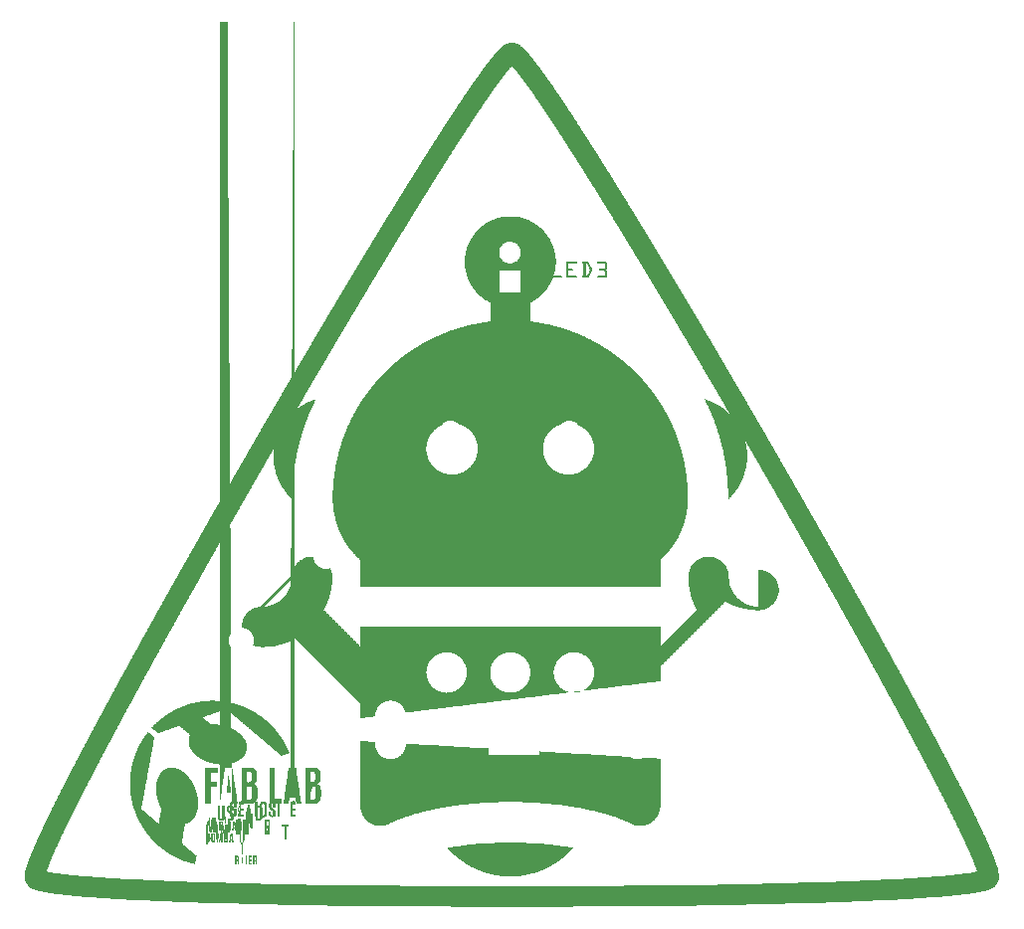
<source format=gto>
G04 MADE WITH FRITZING*
G04 WWW.FRITZING.ORG*
G04 DOUBLE SIDED*
G04 HOLES PLATED*
G04 CONTOUR ON CENTER OF CONTOUR VECTOR*
%ASAXBY*%
%FSLAX23Y23*%
%MOIN*%
%OFA0B0*%
%SFA1.0B1.0*%
%ADD10C,0.010000*%
%ADD11C,0.007874*%
%ADD12C,0.000266*%
%ADD13R,0.001000X0.001000*%
%LNSILK1*%
G90*
G70*
G54D10*
X815Y1040D02*
X956Y1181D01*
D02*
X956Y1181D02*
X1003Y1134D01*
D02*
X1003Y1134D02*
X861Y993D01*
D02*
X861Y993D02*
X815Y1040D01*
G54D11*
X1531Y1684D02*
X1389Y1684D01*
D02*
X1731Y2284D02*
X1589Y2284D01*
D02*
G54D12*
G36*
X640Y392D02*
X640Y513D01*
X681Y513D01*
X681Y497D01*
X658Y497D01*
X658Y465D01*
X679Y465D01*
X679Y449D01*
X658Y449D01*
X658Y393D01*
X640Y393D01*
G37*
D02*
G36*
X854Y392D02*
X854Y513D01*
X872Y513D01*
X872Y408D01*
X895Y408D01*
X895Y393D01*
X854Y393D01*
G37*
D02*
G54D13*
X689Y3012D02*
X713Y3012D01*
X935Y3012D02*
X939Y3012D01*
X689Y3011D02*
X713Y3011D01*
X935Y3011D02*
X939Y3011D01*
X689Y3010D02*
X713Y3010D01*
X935Y3010D02*
X939Y3010D01*
X689Y3009D02*
X713Y3009D01*
X935Y3009D02*
X939Y3009D01*
X689Y3008D02*
X713Y3008D01*
X935Y3008D02*
X939Y3008D01*
X689Y3007D02*
X713Y3007D01*
X935Y3007D02*
X939Y3007D01*
X689Y3006D02*
X713Y3006D01*
X935Y3006D02*
X939Y3006D01*
X689Y3005D02*
X713Y3005D01*
X935Y3005D02*
X939Y3005D01*
X689Y3004D02*
X713Y3004D01*
X935Y3004D02*
X939Y3004D01*
X689Y3003D02*
X713Y3003D01*
X935Y3003D02*
X939Y3003D01*
X689Y3002D02*
X713Y3002D01*
X935Y3002D02*
X939Y3002D01*
X689Y3001D02*
X713Y3001D01*
X935Y3001D02*
X939Y3001D01*
X689Y3000D02*
X713Y3000D01*
X935Y3000D02*
X939Y3000D01*
X689Y2999D02*
X713Y2999D01*
X935Y2999D02*
X939Y2999D01*
X689Y2998D02*
X713Y2998D01*
X935Y2998D02*
X939Y2998D01*
X689Y2997D02*
X713Y2997D01*
X935Y2997D02*
X939Y2997D01*
X689Y2996D02*
X713Y2996D01*
X935Y2996D02*
X939Y2996D01*
X689Y2995D02*
X713Y2995D01*
X935Y2995D02*
X939Y2995D01*
X689Y2994D02*
X713Y2994D01*
X935Y2994D02*
X939Y2994D01*
X689Y2993D02*
X713Y2993D01*
X935Y2993D02*
X939Y2993D01*
X689Y2992D02*
X713Y2992D01*
X935Y2992D02*
X939Y2992D01*
X689Y2991D02*
X713Y2991D01*
X935Y2991D02*
X939Y2991D01*
X689Y2990D02*
X713Y2990D01*
X935Y2990D02*
X939Y2990D01*
X689Y2989D02*
X713Y2989D01*
X935Y2989D02*
X939Y2989D01*
X689Y2988D02*
X713Y2988D01*
X935Y2988D02*
X939Y2988D01*
X689Y2987D02*
X713Y2987D01*
X935Y2987D02*
X939Y2987D01*
X689Y2986D02*
X713Y2986D01*
X935Y2986D02*
X939Y2986D01*
X689Y2985D02*
X713Y2985D01*
X935Y2985D02*
X939Y2985D01*
X689Y2984D02*
X713Y2984D01*
X935Y2984D02*
X939Y2984D01*
X689Y2983D02*
X713Y2983D01*
X935Y2983D02*
X939Y2983D01*
X689Y2982D02*
X713Y2982D01*
X935Y2982D02*
X939Y2982D01*
X689Y2981D02*
X713Y2981D01*
X935Y2981D02*
X939Y2981D01*
X689Y2980D02*
X713Y2980D01*
X935Y2980D02*
X939Y2980D01*
X689Y2979D02*
X713Y2979D01*
X935Y2979D02*
X939Y2979D01*
X689Y2978D02*
X713Y2978D01*
X935Y2978D02*
X939Y2978D01*
X689Y2977D02*
X713Y2977D01*
X935Y2977D02*
X939Y2977D01*
X689Y2976D02*
X714Y2976D01*
X935Y2976D02*
X939Y2976D01*
X689Y2975D02*
X714Y2975D01*
X935Y2975D02*
X939Y2975D01*
X689Y2974D02*
X714Y2974D01*
X935Y2974D02*
X939Y2974D01*
X689Y2973D02*
X714Y2973D01*
X935Y2973D02*
X939Y2973D01*
X689Y2972D02*
X714Y2972D01*
X935Y2972D02*
X939Y2972D01*
X689Y2971D02*
X714Y2971D01*
X935Y2971D02*
X939Y2971D01*
X689Y2970D02*
X714Y2970D01*
X935Y2970D02*
X939Y2970D01*
X689Y2969D02*
X714Y2969D01*
X935Y2969D02*
X939Y2969D01*
X689Y2968D02*
X714Y2968D01*
X935Y2968D02*
X939Y2968D01*
X689Y2967D02*
X714Y2967D01*
X935Y2967D02*
X939Y2967D01*
X689Y2966D02*
X714Y2966D01*
X935Y2966D02*
X939Y2966D01*
X689Y2965D02*
X714Y2965D01*
X935Y2965D02*
X939Y2965D01*
X689Y2964D02*
X714Y2964D01*
X935Y2964D02*
X939Y2964D01*
X689Y2963D02*
X714Y2963D01*
X935Y2963D02*
X939Y2963D01*
X689Y2962D02*
X714Y2962D01*
X935Y2962D02*
X939Y2962D01*
X689Y2961D02*
X714Y2961D01*
X935Y2961D02*
X939Y2961D01*
X689Y2960D02*
X714Y2960D01*
X935Y2960D02*
X939Y2960D01*
X689Y2959D02*
X714Y2959D01*
X935Y2959D02*
X939Y2959D01*
X689Y2958D02*
X714Y2958D01*
X935Y2958D02*
X939Y2958D01*
X689Y2957D02*
X714Y2957D01*
X935Y2957D02*
X939Y2957D01*
X689Y2956D02*
X714Y2956D01*
X935Y2956D02*
X939Y2956D01*
X689Y2955D02*
X714Y2955D01*
X935Y2955D02*
X939Y2955D01*
X689Y2954D02*
X714Y2954D01*
X935Y2954D02*
X939Y2954D01*
X689Y2953D02*
X714Y2953D01*
X935Y2953D02*
X939Y2953D01*
X689Y2952D02*
X714Y2952D01*
X935Y2952D02*
X939Y2952D01*
X689Y2951D02*
X714Y2951D01*
X935Y2951D02*
X939Y2951D01*
X689Y2950D02*
X714Y2950D01*
X935Y2950D02*
X939Y2950D01*
X689Y2949D02*
X714Y2949D01*
X935Y2949D02*
X939Y2949D01*
X689Y2948D02*
X714Y2948D01*
X935Y2948D02*
X939Y2948D01*
X689Y2947D02*
X714Y2947D01*
X935Y2947D02*
X939Y2947D01*
X689Y2946D02*
X714Y2946D01*
X935Y2946D02*
X939Y2946D01*
X689Y2945D02*
X714Y2945D01*
X935Y2945D02*
X939Y2945D01*
X689Y2944D02*
X714Y2944D01*
X935Y2944D02*
X939Y2944D01*
X689Y2943D02*
X714Y2943D01*
X935Y2943D02*
X939Y2943D01*
X689Y2942D02*
X714Y2942D01*
X935Y2942D02*
X939Y2942D01*
X1660Y2942D02*
X1672Y2942D01*
X689Y2941D02*
X714Y2941D01*
X935Y2941D02*
X939Y2941D01*
X1654Y2941D02*
X1679Y2941D01*
X689Y2940D02*
X714Y2940D01*
X935Y2940D02*
X939Y2940D01*
X1650Y2940D02*
X1682Y2940D01*
X689Y2939D02*
X714Y2939D01*
X935Y2939D02*
X939Y2939D01*
X1647Y2939D02*
X1685Y2939D01*
X689Y2938D02*
X714Y2938D01*
X935Y2938D02*
X939Y2938D01*
X1645Y2938D02*
X1687Y2938D01*
X689Y2937D02*
X714Y2937D01*
X935Y2937D02*
X939Y2937D01*
X1644Y2937D02*
X1689Y2937D01*
X689Y2936D02*
X714Y2936D01*
X935Y2936D02*
X939Y2936D01*
X1642Y2936D02*
X1690Y2936D01*
X689Y2935D02*
X714Y2935D01*
X935Y2935D02*
X939Y2935D01*
X1641Y2935D02*
X1692Y2935D01*
X689Y2934D02*
X714Y2934D01*
X935Y2934D02*
X939Y2934D01*
X1639Y2934D02*
X1693Y2934D01*
X689Y2933D02*
X714Y2933D01*
X935Y2933D02*
X939Y2933D01*
X1638Y2933D02*
X1694Y2933D01*
X689Y2932D02*
X714Y2932D01*
X935Y2932D02*
X939Y2932D01*
X1637Y2932D02*
X1695Y2932D01*
X689Y2931D02*
X714Y2931D01*
X935Y2931D02*
X939Y2931D01*
X1636Y2931D02*
X1696Y2931D01*
X689Y2930D02*
X714Y2930D01*
X935Y2930D02*
X939Y2930D01*
X1635Y2930D02*
X1698Y2930D01*
X689Y2929D02*
X714Y2929D01*
X935Y2929D02*
X939Y2929D01*
X1634Y2929D02*
X1699Y2929D01*
X689Y2928D02*
X714Y2928D01*
X935Y2928D02*
X939Y2928D01*
X1633Y2928D02*
X1700Y2928D01*
X689Y2927D02*
X714Y2927D01*
X935Y2927D02*
X939Y2927D01*
X1632Y2927D02*
X1701Y2927D01*
X689Y2926D02*
X714Y2926D01*
X935Y2926D02*
X939Y2926D01*
X1631Y2926D02*
X1702Y2926D01*
X689Y2925D02*
X714Y2925D01*
X935Y2925D02*
X939Y2925D01*
X1630Y2925D02*
X1703Y2925D01*
X689Y2924D02*
X714Y2924D01*
X935Y2924D02*
X939Y2924D01*
X1629Y2924D02*
X1704Y2924D01*
X689Y2923D02*
X714Y2923D01*
X935Y2923D02*
X939Y2923D01*
X1628Y2923D02*
X1705Y2923D01*
X689Y2922D02*
X714Y2922D01*
X935Y2922D02*
X939Y2922D01*
X1627Y2922D02*
X1706Y2922D01*
X689Y2921D02*
X714Y2921D01*
X935Y2921D02*
X939Y2921D01*
X1625Y2921D02*
X1707Y2921D01*
X689Y2920D02*
X714Y2920D01*
X935Y2920D02*
X939Y2920D01*
X1624Y2920D02*
X1708Y2920D01*
X689Y2919D02*
X714Y2919D01*
X935Y2919D02*
X939Y2919D01*
X1623Y2919D02*
X1709Y2919D01*
X689Y2918D02*
X714Y2918D01*
X935Y2918D02*
X939Y2918D01*
X1622Y2918D02*
X1710Y2918D01*
X689Y2917D02*
X714Y2917D01*
X935Y2917D02*
X939Y2917D01*
X1622Y2917D02*
X1711Y2917D01*
X689Y2916D02*
X714Y2916D01*
X935Y2916D02*
X939Y2916D01*
X1621Y2916D02*
X1712Y2916D01*
X689Y2915D02*
X714Y2915D01*
X935Y2915D02*
X939Y2915D01*
X1620Y2915D02*
X1713Y2915D01*
X689Y2914D02*
X714Y2914D01*
X935Y2914D02*
X939Y2914D01*
X1619Y2914D02*
X1714Y2914D01*
X689Y2913D02*
X714Y2913D01*
X935Y2913D02*
X939Y2913D01*
X1618Y2913D02*
X1715Y2913D01*
X689Y2912D02*
X714Y2912D01*
X935Y2912D02*
X939Y2912D01*
X1617Y2912D02*
X1716Y2912D01*
X689Y2911D02*
X714Y2911D01*
X935Y2911D02*
X939Y2911D01*
X1616Y2911D02*
X1717Y2911D01*
X689Y2910D02*
X714Y2910D01*
X935Y2910D02*
X939Y2910D01*
X1615Y2910D02*
X1717Y2910D01*
X689Y2909D02*
X714Y2909D01*
X935Y2909D02*
X939Y2909D01*
X1614Y2909D02*
X1718Y2909D01*
X689Y2908D02*
X714Y2908D01*
X935Y2908D02*
X939Y2908D01*
X1613Y2908D02*
X1719Y2908D01*
X689Y2907D02*
X714Y2907D01*
X935Y2907D02*
X939Y2907D01*
X1612Y2907D02*
X1720Y2907D01*
X689Y2906D02*
X714Y2906D01*
X935Y2906D02*
X939Y2906D01*
X1612Y2906D02*
X1721Y2906D01*
X689Y2905D02*
X714Y2905D01*
X935Y2905D02*
X939Y2905D01*
X1611Y2905D02*
X1722Y2905D01*
X689Y2904D02*
X714Y2904D01*
X935Y2904D02*
X939Y2904D01*
X1610Y2904D02*
X1723Y2904D01*
X689Y2903D02*
X714Y2903D01*
X935Y2903D02*
X939Y2903D01*
X1609Y2903D02*
X1724Y2903D01*
X689Y2902D02*
X714Y2902D01*
X935Y2902D02*
X939Y2902D01*
X1608Y2902D02*
X1724Y2902D01*
X689Y2901D02*
X714Y2901D01*
X935Y2901D02*
X939Y2901D01*
X1607Y2901D02*
X1725Y2901D01*
X689Y2900D02*
X714Y2900D01*
X935Y2900D02*
X939Y2900D01*
X1606Y2900D02*
X1726Y2900D01*
X689Y2899D02*
X714Y2899D01*
X935Y2899D02*
X939Y2899D01*
X1605Y2899D02*
X1727Y2899D01*
X689Y2898D02*
X714Y2898D01*
X935Y2898D02*
X939Y2898D01*
X1605Y2898D02*
X1728Y2898D01*
X689Y2897D02*
X714Y2897D01*
X935Y2897D02*
X939Y2897D01*
X1604Y2897D02*
X1729Y2897D01*
X689Y2896D02*
X714Y2896D01*
X935Y2896D02*
X939Y2896D01*
X1603Y2896D02*
X1729Y2896D01*
X689Y2895D02*
X714Y2895D01*
X935Y2895D02*
X939Y2895D01*
X1602Y2895D02*
X1730Y2895D01*
X689Y2894D02*
X714Y2894D01*
X935Y2894D02*
X939Y2894D01*
X1601Y2894D02*
X1731Y2894D01*
X689Y2893D02*
X714Y2893D01*
X935Y2893D02*
X939Y2893D01*
X1601Y2893D02*
X1732Y2893D01*
X689Y2892D02*
X714Y2892D01*
X935Y2892D02*
X939Y2892D01*
X1600Y2892D02*
X1733Y2892D01*
X689Y2891D02*
X714Y2891D01*
X935Y2891D02*
X939Y2891D01*
X1599Y2891D02*
X1734Y2891D01*
X689Y2890D02*
X714Y2890D01*
X935Y2890D02*
X939Y2890D01*
X1598Y2890D02*
X1734Y2890D01*
X689Y2889D02*
X714Y2889D01*
X935Y2889D02*
X939Y2889D01*
X1597Y2889D02*
X1735Y2889D01*
X689Y2888D02*
X714Y2888D01*
X935Y2888D02*
X939Y2888D01*
X1596Y2888D02*
X1736Y2888D01*
X689Y2887D02*
X714Y2887D01*
X935Y2887D02*
X939Y2887D01*
X1596Y2887D02*
X1737Y2887D01*
X689Y2886D02*
X714Y2886D01*
X935Y2886D02*
X939Y2886D01*
X1595Y2886D02*
X1738Y2886D01*
X689Y2885D02*
X714Y2885D01*
X935Y2885D02*
X939Y2885D01*
X1594Y2885D02*
X1738Y2885D01*
X689Y2884D02*
X714Y2884D01*
X935Y2884D02*
X939Y2884D01*
X1593Y2884D02*
X1739Y2884D01*
X689Y2883D02*
X714Y2883D01*
X935Y2883D02*
X939Y2883D01*
X1592Y2883D02*
X1740Y2883D01*
X689Y2882D02*
X714Y2882D01*
X935Y2882D02*
X939Y2882D01*
X1592Y2882D02*
X1741Y2882D01*
X689Y2881D02*
X714Y2881D01*
X935Y2881D02*
X939Y2881D01*
X1591Y2881D02*
X1742Y2881D01*
X689Y2880D02*
X714Y2880D01*
X935Y2880D02*
X939Y2880D01*
X1590Y2880D02*
X1742Y2880D01*
X689Y2879D02*
X714Y2879D01*
X935Y2879D02*
X939Y2879D01*
X1589Y2879D02*
X1743Y2879D01*
X689Y2878D02*
X714Y2878D01*
X935Y2878D02*
X939Y2878D01*
X1589Y2878D02*
X1744Y2878D01*
X689Y2877D02*
X714Y2877D01*
X935Y2877D02*
X939Y2877D01*
X1588Y2877D02*
X1745Y2877D01*
X689Y2876D02*
X714Y2876D01*
X935Y2876D02*
X939Y2876D01*
X1587Y2876D02*
X1745Y2876D01*
X689Y2875D02*
X714Y2875D01*
X935Y2875D02*
X939Y2875D01*
X1586Y2875D02*
X1746Y2875D01*
X689Y2874D02*
X714Y2874D01*
X935Y2874D02*
X939Y2874D01*
X1586Y2874D02*
X1747Y2874D01*
X689Y2873D02*
X714Y2873D01*
X935Y2873D02*
X939Y2873D01*
X1585Y2873D02*
X1748Y2873D01*
X689Y2872D02*
X714Y2872D01*
X935Y2872D02*
X939Y2872D01*
X1584Y2872D02*
X1749Y2872D01*
X689Y2871D02*
X714Y2871D01*
X935Y2871D02*
X939Y2871D01*
X1583Y2871D02*
X1749Y2871D01*
X689Y2870D02*
X714Y2870D01*
X935Y2870D02*
X939Y2870D01*
X1582Y2870D02*
X1750Y2870D01*
X689Y2869D02*
X714Y2869D01*
X935Y2869D02*
X939Y2869D01*
X1582Y2869D02*
X1751Y2869D01*
X689Y2868D02*
X714Y2868D01*
X935Y2868D02*
X939Y2868D01*
X1581Y2868D02*
X1752Y2868D01*
X689Y2867D02*
X714Y2867D01*
X935Y2867D02*
X939Y2867D01*
X1580Y2867D02*
X1752Y2867D01*
X689Y2866D02*
X714Y2866D01*
X935Y2866D02*
X939Y2866D01*
X1579Y2866D02*
X1753Y2866D01*
X689Y2865D02*
X714Y2865D01*
X935Y2865D02*
X939Y2865D01*
X1579Y2865D02*
X1754Y2865D01*
X689Y2864D02*
X714Y2864D01*
X935Y2864D02*
X939Y2864D01*
X1578Y2864D02*
X1755Y2864D01*
X689Y2863D02*
X714Y2863D01*
X935Y2863D02*
X939Y2863D01*
X1577Y2863D02*
X1665Y2863D01*
X1668Y2863D02*
X1755Y2863D01*
X689Y2862D02*
X714Y2862D01*
X935Y2862D02*
X939Y2862D01*
X1576Y2862D02*
X1664Y2862D01*
X1669Y2862D02*
X1756Y2862D01*
X689Y2861D02*
X714Y2861D01*
X935Y2861D02*
X939Y2861D01*
X1576Y2861D02*
X1663Y2861D01*
X1670Y2861D02*
X1757Y2861D01*
X689Y2860D02*
X714Y2860D01*
X935Y2860D02*
X939Y2860D01*
X1575Y2860D02*
X1662Y2860D01*
X1671Y2860D02*
X1758Y2860D01*
X689Y2859D02*
X714Y2859D01*
X935Y2859D02*
X939Y2859D01*
X1574Y2859D02*
X1661Y2859D01*
X1671Y2859D02*
X1758Y2859D01*
X689Y2858D02*
X714Y2858D01*
X935Y2858D02*
X939Y2858D01*
X1573Y2858D02*
X1660Y2858D01*
X1672Y2858D02*
X1759Y2858D01*
X689Y2857D02*
X714Y2857D01*
X935Y2857D02*
X939Y2857D01*
X1573Y2857D02*
X1659Y2857D01*
X1673Y2857D02*
X1760Y2857D01*
X689Y2856D02*
X714Y2856D01*
X935Y2856D02*
X939Y2856D01*
X1572Y2856D02*
X1658Y2856D01*
X1674Y2856D02*
X1761Y2856D01*
X689Y2855D02*
X714Y2855D01*
X935Y2855D02*
X939Y2855D01*
X1571Y2855D02*
X1657Y2855D01*
X1675Y2855D02*
X1761Y2855D01*
X689Y2854D02*
X714Y2854D01*
X935Y2854D02*
X939Y2854D01*
X1570Y2854D02*
X1657Y2854D01*
X1676Y2854D02*
X1762Y2854D01*
X689Y2853D02*
X714Y2853D01*
X935Y2853D02*
X939Y2853D01*
X1570Y2853D02*
X1656Y2853D01*
X1677Y2853D02*
X1763Y2853D01*
X689Y2852D02*
X714Y2852D01*
X935Y2852D02*
X939Y2852D01*
X1569Y2852D02*
X1655Y2852D01*
X1678Y2852D02*
X1763Y2852D01*
X689Y2851D02*
X714Y2851D01*
X935Y2851D02*
X939Y2851D01*
X1568Y2851D02*
X1654Y2851D01*
X1678Y2851D02*
X1764Y2851D01*
X689Y2850D02*
X714Y2850D01*
X935Y2850D02*
X939Y2850D01*
X1568Y2850D02*
X1653Y2850D01*
X1679Y2850D02*
X1765Y2850D01*
X689Y2849D02*
X714Y2849D01*
X935Y2849D02*
X939Y2849D01*
X1567Y2849D02*
X1653Y2849D01*
X1680Y2849D02*
X1766Y2849D01*
X689Y2848D02*
X714Y2848D01*
X935Y2848D02*
X939Y2848D01*
X1566Y2848D02*
X1652Y2848D01*
X1681Y2848D02*
X1766Y2848D01*
X689Y2847D02*
X714Y2847D01*
X935Y2847D02*
X939Y2847D01*
X1565Y2847D02*
X1651Y2847D01*
X1682Y2847D02*
X1767Y2847D01*
X689Y2846D02*
X714Y2846D01*
X935Y2846D02*
X939Y2846D01*
X1565Y2846D02*
X1650Y2846D01*
X1682Y2846D02*
X1768Y2846D01*
X689Y2845D02*
X714Y2845D01*
X935Y2845D02*
X939Y2845D01*
X1564Y2845D02*
X1649Y2845D01*
X1683Y2845D02*
X1769Y2845D01*
X689Y2844D02*
X714Y2844D01*
X935Y2844D02*
X939Y2844D01*
X1563Y2844D02*
X1648Y2844D01*
X1684Y2844D02*
X1769Y2844D01*
X689Y2843D02*
X714Y2843D01*
X935Y2843D02*
X939Y2843D01*
X1562Y2843D02*
X1648Y2843D01*
X1685Y2843D02*
X1770Y2843D01*
X689Y2842D02*
X714Y2842D01*
X935Y2842D02*
X939Y2842D01*
X1562Y2842D02*
X1647Y2842D01*
X1686Y2842D02*
X1771Y2842D01*
X689Y2841D02*
X714Y2841D01*
X935Y2841D02*
X939Y2841D01*
X1561Y2841D02*
X1646Y2841D01*
X1686Y2841D02*
X1772Y2841D01*
X689Y2840D02*
X714Y2840D01*
X935Y2840D02*
X939Y2840D01*
X1560Y2840D02*
X1645Y2840D01*
X1687Y2840D02*
X1772Y2840D01*
X689Y2839D02*
X714Y2839D01*
X935Y2839D02*
X939Y2839D01*
X1560Y2839D02*
X1644Y2839D01*
X1688Y2839D02*
X1773Y2839D01*
X689Y2838D02*
X714Y2838D01*
X935Y2838D02*
X939Y2838D01*
X1559Y2838D02*
X1644Y2838D01*
X1689Y2838D02*
X1774Y2838D01*
X689Y2837D02*
X714Y2837D01*
X935Y2837D02*
X939Y2837D01*
X1558Y2837D02*
X1643Y2837D01*
X1690Y2837D02*
X1774Y2837D01*
X689Y2836D02*
X714Y2836D01*
X935Y2836D02*
X939Y2836D01*
X1557Y2836D02*
X1642Y2836D01*
X1690Y2836D02*
X1775Y2836D01*
X689Y2835D02*
X714Y2835D01*
X935Y2835D02*
X939Y2835D01*
X1557Y2835D02*
X1641Y2835D01*
X1691Y2835D02*
X1776Y2835D01*
X689Y2834D02*
X714Y2834D01*
X935Y2834D02*
X939Y2834D01*
X1556Y2834D02*
X1641Y2834D01*
X1692Y2834D02*
X1777Y2834D01*
X689Y2833D02*
X714Y2833D01*
X935Y2833D02*
X939Y2833D01*
X1555Y2833D02*
X1640Y2833D01*
X1693Y2833D02*
X1777Y2833D01*
X689Y2832D02*
X714Y2832D01*
X935Y2832D02*
X939Y2832D01*
X1555Y2832D02*
X1639Y2832D01*
X1693Y2832D02*
X1778Y2832D01*
X689Y2831D02*
X714Y2831D01*
X935Y2831D02*
X939Y2831D01*
X1554Y2831D02*
X1638Y2831D01*
X1694Y2831D02*
X1779Y2831D01*
X689Y2830D02*
X714Y2830D01*
X935Y2830D02*
X939Y2830D01*
X1553Y2830D02*
X1638Y2830D01*
X1695Y2830D02*
X1779Y2830D01*
X689Y2829D02*
X714Y2829D01*
X935Y2829D02*
X939Y2829D01*
X1552Y2829D02*
X1637Y2829D01*
X1696Y2829D02*
X1780Y2829D01*
X689Y2828D02*
X714Y2828D01*
X935Y2828D02*
X939Y2828D01*
X1552Y2828D02*
X1636Y2828D01*
X1696Y2828D02*
X1781Y2828D01*
X689Y2827D02*
X714Y2827D01*
X935Y2827D02*
X939Y2827D01*
X1551Y2827D02*
X1635Y2827D01*
X1697Y2827D02*
X1782Y2827D01*
X689Y2826D02*
X714Y2826D01*
X935Y2826D02*
X939Y2826D01*
X1550Y2826D02*
X1635Y2826D01*
X1698Y2826D02*
X1782Y2826D01*
X689Y2825D02*
X714Y2825D01*
X935Y2825D02*
X939Y2825D01*
X1550Y2825D02*
X1634Y2825D01*
X1699Y2825D02*
X1783Y2825D01*
X689Y2824D02*
X714Y2824D01*
X935Y2824D02*
X939Y2824D01*
X1549Y2824D02*
X1633Y2824D01*
X1700Y2824D02*
X1784Y2824D01*
X689Y2823D02*
X714Y2823D01*
X935Y2823D02*
X939Y2823D01*
X1548Y2823D02*
X1632Y2823D01*
X1700Y2823D02*
X1784Y2823D01*
X689Y2822D02*
X714Y2822D01*
X935Y2822D02*
X939Y2822D01*
X1547Y2822D02*
X1631Y2822D01*
X1701Y2822D02*
X1785Y2822D01*
X689Y2821D02*
X714Y2821D01*
X935Y2821D02*
X939Y2821D01*
X1547Y2821D02*
X1631Y2821D01*
X1702Y2821D02*
X1786Y2821D01*
X689Y2820D02*
X714Y2820D01*
X935Y2820D02*
X939Y2820D01*
X1546Y2820D02*
X1630Y2820D01*
X1703Y2820D02*
X1787Y2820D01*
X689Y2819D02*
X714Y2819D01*
X935Y2819D02*
X939Y2819D01*
X1545Y2819D02*
X1629Y2819D01*
X1703Y2819D02*
X1787Y2819D01*
X689Y2818D02*
X714Y2818D01*
X935Y2818D02*
X939Y2818D01*
X1545Y2818D02*
X1628Y2818D01*
X1704Y2818D02*
X1788Y2818D01*
X689Y2817D02*
X714Y2817D01*
X935Y2817D02*
X939Y2817D01*
X1544Y2817D02*
X1628Y2817D01*
X1705Y2817D02*
X1789Y2817D01*
X689Y2816D02*
X714Y2816D01*
X935Y2816D02*
X939Y2816D01*
X1543Y2816D02*
X1627Y2816D01*
X1706Y2816D02*
X1789Y2816D01*
X689Y2815D02*
X714Y2815D01*
X935Y2815D02*
X939Y2815D01*
X1542Y2815D02*
X1626Y2815D01*
X1706Y2815D02*
X1790Y2815D01*
X689Y2814D02*
X714Y2814D01*
X935Y2814D02*
X939Y2814D01*
X1542Y2814D02*
X1626Y2814D01*
X1707Y2814D02*
X1791Y2814D01*
X689Y2813D02*
X714Y2813D01*
X935Y2813D02*
X939Y2813D01*
X1541Y2813D02*
X1625Y2813D01*
X1708Y2813D02*
X1791Y2813D01*
X689Y2812D02*
X714Y2812D01*
X935Y2812D02*
X939Y2812D01*
X1540Y2812D02*
X1624Y2812D01*
X1708Y2812D02*
X1792Y2812D01*
X689Y2811D02*
X714Y2811D01*
X935Y2811D02*
X939Y2811D01*
X1540Y2811D02*
X1623Y2811D01*
X1709Y2811D02*
X1793Y2811D01*
X689Y2810D02*
X714Y2810D01*
X935Y2810D02*
X939Y2810D01*
X1539Y2810D02*
X1623Y2810D01*
X1710Y2810D02*
X1794Y2810D01*
X689Y2809D02*
X714Y2809D01*
X935Y2809D02*
X939Y2809D01*
X1538Y2809D02*
X1622Y2809D01*
X1711Y2809D02*
X1794Y2809D01*
X689Y2808D02*
X714Y2808D01*
X935Y2808D02*
X939Y2808D01*
X1538Y2808D02*
X1621Y2808D01*
X1711Y2808D02*
X1795Y2808D01*
X689Y2807D02*
X714Y2807D01*
X935Y2807D02*
X939Y2807D01*
X1537Y2807D02*
X1620Y2807D01*
X1712Y2807D02*
X1796Y2807D01*
X689Y2806D02*
X714Y2806D01*
X935Y2806D02*
X939Y2806D01*
X1536Y2806D02*
X1620Y2806D01*
X1713Y2806D02*
X1796Y2806D01*
X689Y2805D02*
X714Y2805D01*
X935Y2805D02*
X939Y2805D01*
X1536Y2805D02*
X1619Y2805D01*
X1714Y2805D02*
X1797Y2805D01*
X689Y2804D02*
X714Y2804D01*
X935Y2804D02*
X939Y2804D01*
X1535Y2804D02*
X1618Y2804D01*
X1714Y2804D02*
X1798Y2804D01*
X689Y2803D02*
X714Y2803D01*
X935Y2803D02*
X939Y2803D01*
X1534Y2803D02*
X1617Y2803D01*
X1715Y2803D02*
X1798Y2803D01*
X689Y2802D02*
X714Y2802D01*
X934Y2802D02*
X939Y2802D01*
X1533Y2802D02*
X1617Y2802D01*
X1716Y2802D02*
X1799Y2802D01*
X689Y2801D02*
X714Y2801D01*
X934Y2801D02*
X939Y2801D01*
X1533Y2801D02*
X1616Y2801D01*
X1716Y2801D02*
X1800Y2801D01*
X689Y2800D02*
X714Y2800D01*
X934Y2800D02*
X939Y2800D01*
X1532Y2800D02*
X1615Y2800D01*
X1717Y2800D02*
X1800Y2800D01*
X689Y2799D02*
X714Y2799D01*
X934Y2799D02*
X939Y2799D01*
X1531Y2799D02*
X1615Y2799D01*
X1718Y2799D02*
X1801Y2799D01*
X689Y2798D02*
X714Y2798D01*
X934Y2798D02*
X939Y2798D01*
X1531Y2798D02*
X1614Y2798D01*
X1719Y2798D02*
X1802Y2798D01*
X689Y2797D02*
X714Y2797D01*
X934Y2797D02*
X939Y2797D01*
X1530Y2797D02*
X1613Y2797D01*
X1719Y2797D02*
X1803Y2797D01*
X689Y2796D02*
X714Y2796D01*
X934Y2796D02*
X939Y2796D01*
X1529Y2796D02*
X1612Y2796D01*
X1720Y2796D02*
X1803Y2796D01*
X689Y2795D02*
X714Y2795D01*
X934Y2795D02*
X939Y2795D01*
X1529Y2795D02*
X1612Y2795D01*
X1721Y2795D02*
X1804Y2795D01*
X689Y2794D02*
X714Y2794D01*
X934Y2794D02*
X939Y2794D01*
X1528Y2794D02*
X1611Y2794D01*
X1722Y2794D02*
X1805Y2794D01*
X689Y2793D02*
X714Y2793D01*
X934Y2793D02*
X939Y2793D01*
X1527Y2793D02*
X1610Y2793D01*
X1722Y2793D02*
X1805Y2793D01*
X689Y2792D02*
X714Y2792D01*
X934Y2792D02*
X939Y2792D01*
X1527Y2792D02*
X1610Y2792D01*
X1723Y2792D02*
X1806Y2792D01*
X689Y2791D02*
X715Y2791D01*
X934Y2791D02*
X939Y2791D01*
X1526Y2791D02*
X1609Y2791D01*
X1724Y2791D02*
X1807Y2791D01*
X689Y2790D02*
X715Y2790D01*
X934Y2790D02*
X939Y2790D01*
X1525Y2790D02*
X1608Y2790D01*
X1724Y2790D02*
X1807Y2790D01*
X689Y2789D02*
X715Y2789D01*
X934Y2789D02*
X939Y2789D01*
X1524Y2789D02*
X1607Y2789D01*
X1725Y2789D02*
X1808Y2789D01*
X689Y2788D02*
X715Y2788D01*
X934Y2788D02*
X939Y2788D01*
X1524Y2788D02*
X1607Y2788D01*
X1726Y2788D02*
X1809Y2788D01*
X689Y2787D02*
X715Y2787D01*
X934Y2787D02*
X939Y2787D01*
X1523Y2787D02*
X1606Y2787D01*
X1726Y2787D02*
X1809Y2787D01*
X689Y2786D02*
X715Y2786D01*
X934Y2786D02*
X939Y2786D01*
X1522Y2786D02*
X1605Y2786D01*
X1727Y2786D02*
X1810Y2786D01*
X689Y2785D02*
X715Y2785D01*
X934Y2785D02*
X939Y2785D01*
X1522Y2785D02*
X1605Y2785D01*
X1728Y2785D02*
X1811Y2785D01*
X689Y2784D02*
X715Y2784D01*
X934Y2784D02*
X939Y2784D01*
X1521Y2784D02*
X1604Y2784D01*
X1729Y2784D02*
X1812Y2784D01*
X689Y2783D02*
X715Y2783D01*
X934Y2783D02*
X939Y2783D01*
X1520Y2783D02*
X1603Y2783D01*
X1729Y2783D02*
X1812Y2783D01*
X689Y2782D02*
X715Y2782D01*
X934Y2782D02*
X939Y2782D01*
X1520Y2782D02*
X1602Y2782D01*
X1730Y2782D02*
X1813Y2782D01*
X689Y2781D02*
X715Y2781D01*
X934Y2781D02*
X939Y2781D01*
X1519Y2781D02*
X1602Y2781D01*
X1731Y2781D02*
X1814Y2781D01*
X689Y2780D02*
X715Y2780D01*
X934Y2780D02*
X939Y2780D01*
X1518Y2780D02*
X1601Y2780D01*
X1731Y2780D02*
X1814Y2780D01*
X689Y2779D02*
X715Y2779D01*
X934Y2779D02*
X939Y2779D01*
X1518Y2779D02*
X1600Y2779D01*
X1732Y2779D02*
X1815Y2779D01*
X689Y2778D02*
X715Y2778D01*
X934Y2778D02*
X939Y2778D01*
X1517Y2778D02*
X1600Y2778D01*
X1733Y2778D02*
X1816Y2778D01*
X689Y2777D02*
X715Y2777D01*
X934Y2777D02*
X939Y2777D01*
X1516Y2777D02*
X1599Y2777D01*
X1734Y2777D02*
X1816Y2777D01*
X689Y2776D02*
X715Y2776D01*
X934Y2776D02*
X939Y2776D01*
X1516Y2776D02*
X1598Y2776D01*
X1734Y2776D02*
X1817Y2776D01*
X689Y2775D02*
X715Y2775D01*
X934Y2775D02*
X939Y2775D01*
X1515Y2775D02*
X1598Y2775D01*
X1735Y2775D02*
X1818Y2775D01*
X689Y2774D02*
X715Y2774D01*
X934Y2774D02*
X939Y2774D01*
X1514Y2774D02*
X1597Y2774D01*
X1736Y2774D02*
X1818Y2774D01*
X689Y2773D02*
X715Y2773D01*
X934Y2773D02*
X939Y2773D01*
X1514Y2773D02*
X1596Y2773D01*
X1736Y2773D02*
X1819Y2773D01*
X689Y2772D02*
X715Y2772D01*
X934Y2772D02*
X939Y2772D01*
X1513Y2772D02*
X1595Y2772D01*
X1737Y2772D02*
X1820Y2772D01*
X689Y2771D02*
X715Y2771D01*
X934Y2771D02*
X939Y2771D01*
X1512Y2771D02*
X1595Y2771D01*
X1738Y2771D02*
X1820Y2771D01*
X689Y2770D02*
X715Y2770D01*
X934Y2770D02*
X939Y2770D01*
X1512Y2770D02*
X1594Y2770D01*
X1738Y2770D02*
X1821Y2770D01*
X689Y2769D02*
X715Y2769D01*
X934Y2769D02*
X939Y2769D01*
X1511Y2769D02*
X1593Y2769D01*
X1739Y2769D02*
X1822Y2769D01*
X689Y2768D02*
X715Y2768D01*
X934Y2768D02*
X939Y2768D01*
X1510Y2768D02*
X1593Y2768D01*
X1740Y2768D02*
X1822Y2768D01*
X689Y2767D02*
X715Y2767D01*
X934Y2767D02*
X939Y2767D01*
X1509Y2767D02*
X1592Y2767D01*
X1741Y2767D02*
X1823Y2767D01*
X689Y2766D02*
X715Y2766D01*
X934Y2766D02*
X939Y2766D01*
X1509Y2766D02*
X1591Y2766D01*
X1741Y2766D02*
X1824Y2766D01*
X689Y2765D02*
X715Y2765D01*
X934Y2765D02*
X939Y2765D01*
X1508Y2765D02*
X1591Y2765D01*
X1742Y2765D02*
X1824Y2765D01*
X689Y2764D02*
X715Y2764D01*
X934Y2764D02*
X939Y2764D01*
X1507Y2764D02*
X1590Y2764D01*
X1743Y2764D02*
X1825Y2764D01*
X689Y2763D02*
X715Y2763D01*
X934Y2763D02*
X939Y2763D01*
X1507Y2763D02*
X1589Y2763D01*
X1743Y2763D02*
X1826Y2763D01*
X689Y2762D02*
X715Y2762D01*
X934Y2762D02*
X939Y2762D01*
X1506Y2762D02*
X1588Y2762D01*
X1744Y2762D02*
X1826Y2762D01*
X689Y2761D02*
X715Y2761D01*
X934Y2761D02*
X939Y2761D01*
X1505Y2761D02*
X1588Y2761D01*
X1745Y2761D02*
X1827Y2761D01*
X689Y2760D02*
X715Y2760D01*
X934Y2760D02*
X939Y2760D01*
X1505Y2760D02*
X1587Y2760D01*
X1745Y2760D02*
X1828Y2760D01*
X689Y2759D02*
X715Y2759D01*
X934Y2759D02*
X939Y2759D01*
X1504Y2759D02*
X1586Y2759D01*
X1746Y2759D02*
X1828Y2759D01*
X689Y2758D02*
X715Y2758D01*
X934Y2758D02*
X939Y2758D01*
X1503Y2758D02*
X1586Y2758D01*
X1747Y2758D02*
X1829Y2758D01*
X689Y2757D02*
X715Y2757D01*
X934Y2757D02*
X939Y2757D01*
X1503Y2757D02*
X1585Y2757D01*
X1747Y2757D02*
X1830Y2757D01*
X689Y2756D02*
X715Y2756D01*
X934Y2756D02*
X939Y2756D01*
X1502Y2756D02*
X1584Y2756D01*
X1748Y2756D02*
X1830Y2756D01*
X689Y2755D02*
X715Y2755D01*
X934Y2755D02*
X939Y2755D01*
X1501Y2755D02*
X1584Y2755D01*
X1749Y2755D02*
X1831Y2755D01*
X689Y2754D02*
X715Y2754D01*
X934Y2754D02*
X939Y2754D01*
X1501Y2754D02*
X1583Y2754D01*
X1750Y2754D02*
X1832Y2754D01*
X689Y2753D02*
X715Y2753D01*
X934Y2753D02*
X939Y2753D01*
X1500Y2753D02*
X1582Y2753D01*
X1750Y2753D02*
X1832Y2753D01*
X689Y2752D02*
X715Y2752D01*
X934Y2752D02*
X939Y2752D01*
X1499Y2752D02*
X1582Y2752D01*
X1751Y2752D02*
X1833Y2752D01*
X689Y2751D02*
X715Y2751D01*
X934Y2751D02*
X939Y2751D01*
X1499Y2751D02*
X1581Y2751D01*
X1752Y2751D02*
X1834Y2751D01*
X689Y2750D02*
X715Y2750D01*
X934Y2750D02*
X939Y2750D01*
X1498Y2750D02*
X1580Y2750D01*
X1752Y2750D02*
X1835Y2750D01*
X689Y2749D02*
X715Y2749D01*
X934Y2749D02*
X939Y2749D01*
X1497Y2749D02*
X1580Y2749D01*
X1753Y2749D02*
X1835Y2749D01*
X689Y2748D02*
X715Y2748D01*
X934Y2748D02*
X939Y2748D01*
X1497Y2748D02*
X1579Y2748D01*
X1754Y2748D02*
X1836Y2748D01*
X689Y2747D02*
X715Y2747D01*
X934Y2747D02*
X939Y2747D01*
X1496Y2747D02*
X1578Y2747D01*
X1754Y2747D02*
X1837Y2747D01*
X689Y2746D02*
X715Y2746D01*
X934Y2746D02*
X939Y2746D01*
X1495Y2746D02*
X1577Y2746D01*
X1755Y2746D02*
X1837Y2746D01*
X689Y2745D02*
X715Y2745D01*
X934Y2745D02*
X939Y2745D01*
X1495Y2745D02*
X1577Y2745D01*
X1756Y2745D02*
X1838Y2745D01*
X689Y2744D02*
X715Y2744D01*
X934Y2744D02*
X939Y2744D01*
X1494Y2744D02*
X1576Y2744D01*
X1756Y2744D02*
X1839Y2744D01*
X689Y2743D02*
X715Y2743D01*
X934Y2743D02*
X939Y2743D01*
X1493Y2743D02*
X1575Y2743D01*
X1757Y2743D02*
X1839Y2743D01*
X689Y2742D02*
X715Y2742D01*
X934Y2742D02*
X939Y2742D01*
X1493Y2742D02*
X1575Y2742D01*
X1758Y2742D02*
X1840Y2742D01*
X689Y2741D02*
X715Y2741D01*
X934Y2741D02*
X939Y2741D01*
X1492Y2741D02*
X1574Y2741D01*
X1758Y2741D02*
X1840Y2741D01*
X689Y2740D02*
X715Y2740D01*
X934Y2740D02*
X939Y2740D01*
X1491Y2740D02*
X1573Y2740D01*
X1759Y2740D02*
X1841Y2740D01*
X689Y2739D02*
X715Y2739D01*
X934Y2739D02*
X939Y2739D01*
X1491Y2739D02*
X1573Y2739D01*
X1760Y2739D02*
X1842Y2739D01*
X689Y2738D02*
X715Y2738D01*
X934Y2738D02*
X939Y2738D01*
X1490Y2738D02*
X1572Y2738D01*
X1761Y2738D02*
X1842Y2738D01*
X689Y2737D02*
X715Y2737D01*
X934Y2737D02*
X939Y2737D01*
X1489Y2737D02*
X1571Y2737D01*
X1761Y2737D02*
X1843Y2737D01*
X689Y2736D02*
X715Y2736D01*
X934Y2736D02*
X939Y2736D01*
X1489Y2736D02*
X1571Y2736D01*
X1762Y2736D02*
X1844Y2736D01*
X689Y2735D02*
X715Y2735D01*
X934Y2735D02*
X939Y2735D01*
X1488Y2735D02*
X1570Y2735D01*
X1763Y2735D02*
X1844Y2735D01*
X689Y2734D02*
X715Y2734D01*
X934Y2734D02*
X939Y2734D01*
X1487Y2734D02*
X1569Y2734D01*
X1763Y2734D02*
X1845Y2734D01*
X689Y2733D02*
X715Y2733D01*
X934Y2733D02*
X939Y2733D01*
X1487Y2733D02*
X1569Y2733D01*
X1764Y2733D02*
X1846Y2733D01*
X689Y2732D02*
X715Y2732D01*
X934Y2732D02*
X939Y2732D01*
X1486Y2732D02*
X1568Y2732D01*
X1765Y2732D02*
X1846Y2732D01*
X689Y2731D02*
X715Y2731D01*
X934Y2731D02*
X939Y2731D01*
X1485Y2731D02*
X1567Y2731D01*
X1765Y2731D02*
X1847Y2731D01*
X689Y2730D02*
X715Y2730D01*
X934Y2730D02*
X939Y2730D01*
X1485Y2730D02*
X1567Y2730D01*
X1766Y2730D02*
X1848Y2730D01*
X689Y2729D02*
X715Y2729D01*
X934Y2729D02*
X939Y2729D01*
X1484Y2729D02*
X1566Y2729D01*
X1767Y2729D02*
X1848Y2729D01*
X689Y2728D02*
X715Y2728D01*
X934Y2728D02*
X939Y2728D01*
X1483Y2728D02*
X1565Y2728D01*
X1767Y2728D02*
X1849Y2728D01*
X689Y2727D02*
X715Y2727D01*
X934Y2727D02*
X939Y2727D01*
X1483Y2727D02*
X1565Y2727D01*
X1768Y2727D02*
X1850Y2727D01*
X689Y2726D02*
X715Y2726D01*
X934Y2726D02*
X939Y2726D01*
X1482Y2726D02*
X1564Y2726D01*
X1769Y2726D02*
X1850Y2726D01*
X689Y2725D02*
X715Y2725D01*
X934Y2725D02*
X939Y2725D01*
X1481Y2725D02*
X1563Y2725D01*
X1769Y2725D02*
X1851Y2725D01*
X689Y2724D02*
X715Y2724D01*
X934Y2724D02*
X939Y2724D01*
X1481Y2724D02*
X1563Y2724D01*
X1770Y2724D02*
X1852Y2724D01*
X689Y2723D02*
X715Y2723D01*
X934Y2723D02*
X939Y2723D01*
X1480Y2723D02*
X1562Y2723D01*
X1771Y2723D02*
X1852Y2723D01*
X689Y2722D02*
X715Y2722D01*
X934Y2722D02*
X939Y2722D01*
X1479Y2722D02*
X1561Y2722D01*
X1771Y2722D02*
X1853Y2722D01*
X689Y2721D02*
X715Y2721D01*
X934Y2721D02*
X939Y2721D01*
X1479Y2721D02*
X1560Y2721D01*
X1772Y2721D02*
X1854Y2721D01*
X689Y2720D02*
X715Y2720D01*
X934Y2720D02*
X939Y2720D01*
X1478Y2720D02*
X1560Y2720D01*
X1773Y2720D02*
X1854Y2720D01*
X689Y2719D02*
X715Y2719D01*
X934Y2719D02*
X939Y2719D01*
X1477Y2719D02*
X1559Y2719D01*
X1773Y2719D02*
X1855Y2719D01*
X689Y2718D02*
X715Y2718D01*
X934Y2718D02*
X939Y2718D01*
X1477Y2718D02*
X1558Y2718D01*
X1774Y2718D02*
X1856Y2718D01*
X689Y2717D02*
X715Y2717D01*
X934Y2717D02*
X939Y2717D01*
X1476Y2717D02*
X1558Y2717D01*
X1775Y2717D02*
X1856Y2717D01*
X689Y2716D02*
X715Y2716D01*
X934Y2716D02*
X939Y2716D01*
X1475Y2716D02*
X1557Y2716D01*
X1775Y2716D02*
X1857Y2716D01*
X689Y2715D02*
X715Y2715D01*
X934Y2715D02*
X939Y2715D01*
X1475Y2715D02*
X1556Y2715D01*
X1776Y2715D02*
X1858Y2715D01*
X689Y2714D02*
X715Y2714D01*
X934Y2714D02*
X939Y2714D01*
X1474Y2714D02*
X1556Y2714D01*
X1777Y2714D02*
X1858Y2714D01*
X689Y2713D02*
X715Y2713D01*
X934Y2713D02*
X939Y2713D01*
X1473Y2713D02*
X1555Y2713D01*
X1777Y2713D02*
X1859Y2713D01*
X689Y2712D02*
X715Y2712D01*
X934Y2712D02*
X939Y2712D01*
X1473Y2712D02*
X1554Y2712D01*
X1778Y2712D02*
X1860Y2712D01*
X689Y2711D02*
X715Y2711D01*
X934Y2711D02*
X939Y2711D01*
X1472Y2711D02*
X1554Y2711D01*
X1779Y2711D02*
X1860Y2711D01*
X689Y2710D02*
X715Y2710D01*
X934Y2710D02*
X939Y2710D01*
X1471Y2710D02*
X1553Y2710D01*
X1779Y2710D02*
X1861Y2710D01*
X689Y2709D02*
X715Y2709D01*
X934Y2709D02*
X939Y2709D01*
X1471Y2709D02*
X1552Y2709D01*
X1780Y2709D02*
X1862Y2709D01*
X689Y2708D02*
X715Y2708D01*
X934Y2708D02*
X939Y2708D01*
X1470Y2708D02*
X1552Y2708D01*
X1781Y2708D02*
X1862Y2708D01*
X689Y2707D02*
X715Y2707D01*
X934Y2707D02*
X939Y2707D01*
X1470Y2707D02*
X1551Y2707D01*
X1781Y2707D02*
X1863Y2707D01*
X689Y2706D02*
X715Y2706D01*
X934Y2706D02*
X939Y2706D01*
X1469Y2706D02*
X1550Y2706D01*
X1782Y2706D02*
X1864Y2706D01*
X689Y2705D02*
X715Y2705D01*
X934Y2705D02*
X939Y2705D01*
X1468Y2705D02*
X1550Y2705D01*
X1783Y2705D02*
X1864Y2705D01*
X689Y2704D02*
X715Y2704D01*
X934Y2704D02*
X939Y2704D01*
X1468Y2704D02*
X1549Y2704D01*
X1783Y2704D02*
X1865Y2704D01*
X689Y2703D02*
X715Y2703D01*
X934Y2703D02*
X939Y2703D01*
X1467Y2703D02*
X1548Y2703D01*
X1784Y2703D02*
X1866Y2703D01*
X689Y2702D02*
X715Y2702D01*
X934Y2702D02*
X939Y2702D01*
X1466Y2702D02*
X1548Y2702D01*
X1785Y2702D02*
X1866Y2702D01*
X689Y2701D02*
X715Y2701D01*
X934Y2701D02*
X939Y2701D01*
X1466Y2701D02*
X1547Y2701D01*
X1785Y2701D02*
X1867Y2701D01*
X689Y2700D02*
X715Y2700D01*
X934Y2700D02*
X939Y2700D01*
X1465Y2700D02*
X1546Y2700D01*
X1786Y2700D02*
X1868Y2700D01*
X689Y2699D02*
X715Y2699D01*
X934Y2699D02*
X939Y2699D01*
X1464Y2699D02*
X1546Y2699D01*
X1787Y2699D02*
X1868Y2699D01*
X689Y2698D02*
X715Y2698D01*
X934Y2698D02*
X939Y2698D01*
X1464Y2698D02*
X1545Y2698D01*
X1787Y2698D02*
X1869Y2698D01*
X689Y2697D02*
X715Y2697D01*
X934Y2697D02*
X939Y2697D01*
X1463Y2697D02*
X1544Y2697D01*
X1788Y2697D02*
X1870Y2697D01*
X689Y2696D02*
X715Y2696D01*
X934Y2696D02*
X939Y2696D01*
X1462Y2696D02*
X1544Y2696D01*
X1789Y2696D02*
X1870Y2696D01*
X689Y2695D02*
X715Y2695D01*
X934Y2695D02*
X939Y2695D01*
X1462Y2695D02*
X1543Y2695D01*
X1789Y2695D02*
X1871Y2695D01*
X689Y2694D02*
X715Y2694D01*
X934Y2694D02*
X939Y2694D01*
X1461Y2694D02*
X1542Y2694D01*
X1790Y2694D02*
X1871Y2694D01*
X689Y2693D02*
X715Y2693D01*
X934Y2693D02*
X939Y2693D01*
X1460Y2693D02*
X1542Y2693D01*
X1791Y2693D02*
X1872Y2693D01*
X689Y2692D02*
X715Y2692D01*
X934Y2692D02*
X939Y2692D01*
X1460Y2692D02*
X1541Y2692D01*
X1791Y2692D02*
X1873Y2692D01*
X689Y2691D02*
X715Y2691D01*
X934Y2691D02*
X939Y2691D01*
X1459Y2691D02*
X1540Y2691D01*
X1792Y2691D02*
X1873Y2691D01*
X689Y2690D02*
X715Y2690D01*
X934Y2690D02*
X939Y2690D01*
X1458Y2690D02*
X1540Y2690D01*
X1793Y2690D02*
X1874Y2690D01*
X689Y2689D02*
X715Y2689D01*
X934Y2689D02*
X939Y2689D01*
X1458Y2689D02*
X1539Y2689D01*
X1793Y2689D02*
X1875Y2689D01*
X689Y2688D02*
X715Y2688D01*
X934Y2688D02*
X939Y2688D01*
X1457Y2688D02*
X1538Y2688D01*
X1794Y2688D02*
X1875Y2688D01*
X689Y2687D02*
X715Y2687D01*
X934Y2687D02*
X939Y2687D01*
X1456Y2687D02*
X1538Y2687D01*
X1795Y2687D02*
X1876Y2687D01*
X689Y2686D02*
X715Y2686D01*
X934Y2686D02*
X939Y2686D01*
X1456Y2686D02*
X1537Y2686D01*
X1795Y2686D02*
X1877Y2686D01*
X689Y2685D02*
X715Y2685D01*
X934Y2685D02*
X939Y2685D01*
X1455Y2685D02*
X1536Y2685D01*
X1796Y2685D02*
X1877Y2685D01*
X689Y2684D02*
X715Y2684D01*
X934Y2684D02*
X939Y2684D01*
X1454Y2684D02*
X1536Y2684D01*
X1797Y2684D02*
X1878Y2684D01*
X689Y2683D02*
X715Y2683D01*
X934Y2683D02*
X939Y2683D01*
X1454Y2683D02*
X1535Y2683D01*
X1797Y2683D02*
X1879Y2683D01*
X689Y2682D02*
X715Y2682D01*
X934Y2682D02*
X939Y2682D01*
X1453Y2682D02*
X1534Y2682D01*
X1798Y2682D02*
X1879Y2682D01*
X689Y2681D02*
X715Y2681D01*
X934Y2681D02*
X939Y2681D01*
X1452Y2681D02*
X1534Y2681D01*
X1799Y2681D02*
X1880Y2681D01*
X689Y2680D02*
X715Y2680D01*
X934Y2680D02*
X939Y2680D01*
X1452Y2680D02*
X1533Y2680D01*
X1799Y2680D02*
X1881Y2680D01*
X689Y2679D02*
X715Y2679D01*
X934Y2679D02*
X939Y2679D01*
X1451Y2679D02*
X1532Y2679D01*
X1800Y2679D02*
X1881Y2679D01*
X689Y2678D02*
X715Y2678D01*
X934Y2678D02*
X939Y2678D01*
X1451Y2678D02*
X1532Y2678D01*
X1801Y2678D02*
X1882Y2678D01*
X689Y2677D02*
X715Y2677D01*
X934Y2677D02*
X939Y2677D01*
X1450Y2677D02*
X1531Y2677D01*
X1801Y2677D02*
X1883Y2677D01*
X689Y2676D02*
X715Y2676D01*
X934Y2676D02*
X939Y2676D01*
X1449Y2676D02*
X1531Y2676D01*
X1802Y2676D02*
X1883Y2676D01*
X689Y2675D02*
X715Y2675D01*
X934Y2675D02*
X939Y2675D01*
X1449Y2675D02*
X1530Y2675D01*
X1803Y2675D02*
X1884Y2675D01*
X689Y2674D02*
X715Y2674D01*
X934Y2674D02*
X939Y2674D01*
X1448Y2674D02*
X1529Y2674D01*
X1803Y2674D02*
X1885Y2674D01*
X689Y2673D02*
X715Y2673D01*
X934Y2673D02*
X939Y2673D01*
X1447Y2673D02*
X1529Y2673D01*
X1804Y2673D02*
X1885Y2673D01*
X689Y2672D02*
X715Y2672D01*
X934Y2672D02*
X939Y2672D01*
X1447Y2672D02*
X1528Y2672D01*
X1805Y2672D02*
X1886Y2672D01*
X689Y2671D02*
X715Y2671D01*
X934Y2671D02*
X939Y2671D01*
X1446Y2671D02*
X1527Y2671D01*
X1805Y2671D02*
X1886Y2671D01*
X689Y2670D02*
X715Y2670D01*
X934Y2670D02*
X939Y2670D01*
X1445Y2670D02*
X1527Y2670D01*
X1806Y2670D02*
X1887Y2670D01*
X689Y2669D02*
X715Y2669D01*
X934Y2669D02*
X939Y2669D01*
X1445Y2669D02*
X1526Y2669D01*
X1807Y2669D02*
X1888Y2669D01*
X689Y2668D02*
X715Y2668D01*
X934Y2668D02*
X939Y2668D01*
X1444Y2668D02*
X1525Y2668D01*
X1807Y2668D02*
X1888Y2668D01*
X689Y2667D02*
X715Y2667D01*
X934Y2667D02*
X939Y2667D01*
X1443Y2667D02*
X1525Y2667D01*
X1808Y2667D02*
X1889Y2667D01*
X689Y2666D02*
X715Y2666D01*
X934Y2666D02*
X939Y2666D01*
X1443Y2666D02*
X1524Y2666D01*
X1809Y2666D02*
X1890Y2666D01*
X689Y2665D02*
X715Y2665D01*
X934Y2665D02*
X939Y2665D01*
X1442Y2665D02*
X1523Y2665D01*
X1809Y2665D02*
X1890Y2665D01*
X689Y2664D02*
X715Y2664D01*
X934Y2664D02*
X939Y2664D01*
X1442Y2664D02*
X1523Y2664D01*
X1810Y2664D02*
X1891Y2664D01*
X689Y2663D02*
X715Y2663D01*
X934Y2663D02*
X939Y2663D01*
X1441Y2663D02*
X1522Y2663D01*
X1811Y2663D02*
X1892Y2663D01*
X689Y2662D02*
X715Y2662D01*
X934Y2662D02*
X939Y2662D01*
X1440Y2662D02*
X1521Y2662D01*
X1811Y2662D02*
X1892Y2662D01*
X689Y2661D02*
X715Y2661D01*
X934Y2661D02*
X939Y2661D01*
X1440Y2661D02*
X1521Y2661D01*
X1812Y2661D02*
X1893Y2661D01*
X689Y2660D02*
X715Y2660D01*
X934Y2660D02*
X939Y2660D01*
X1439Y2660D02*
X1520Y2660D01*
X1812Y2660D02*
X1894Y2660D01*
X689Y2659D02*
X715Y2659D01*
X934Y2659D02*
X939Y2659D01*
X1438Y2659D02*
X1519Y2659D01*
X1813Y2659D02*
X1894Y2659D01*
X689Y2658D02*
X715Y2658D01*
X934Y2658D02*
X939Y2658D01*
X1438Y2658D02*
X1519Y2658D01*
X1814Y2658D02*
X1895Y2658D01*
X689Y2657D02*
X715Y2657D01*
X934Y2657D02*
X939Y2657D01*
X1437Y2657D02*
X1518Y2657D01*
X1814Y2657D02*
X1895Y2657D01*
X689Y2656D02*
X715Y2656D01*
X934Y2656D02*
X939Y2656D01*
X1436Y2656D02*
X1517Y2656D01*
X1815Y2656D02*
X1896Y2656D01*
X689Y2655D02*
X715Y2655D01*
X934Y2655D02*
X939Y2655D01*
X1436Y2655D02*
X1517Y2655D01*
X1816Y2655D02*
X1897Y2655D01*
X689Y2654D02*
X715Y2654D01*
X934Y2654D02*
X939Y2654D01*
X1435Y2654D02*
X1516Y2654D01*
X1816Y2654D02*
X1897Y2654D01*
X689Y2653D02*
X715Y2653D01*
X934Y2653D02*
X939Y2653D01*
X1434Y2653D02*
X1515Y2653D01*
X1817Y2653D02*
X1898Y2653D01*
X689Y2652D02*
X715Y2652D01*
X934Y2652D02*
X939Y2652D01*
X1434Y2652D02*
X1515Y2652D01*
X1818Y2652D02*
X1899Y2652D01*
X689Y2651D02*
X715Y2651D01*
X934Y2651D02*
X939Y2651D01*
X1433Y2651D02*
X1514Y2651D01*
X1818Y2651D02*
X1899Y2651D01*
X689Y2650D02*
X715Y2650D01*
X934Y2650D02*
X939Y2650D01*
X1433Y2650D02*
X1514Y2650D01*
X1819Y2650D02*
X1900Y2650D01*
X689Y2649D02*
X715Y2649D01*
X934Y2649D02*
X939Y2649D01*
X1432Y2649D02*
X1513Y2649D01*
X1820Y2649D02*
X1901Y2649D01*
X689Y2648D02*
X715Y2648D01*
X934Y2648D02*
X939Y2648D01*
X1431Y2648D02*
X1512Y2648D01*
X1820Y2648D02*
X1901Y2648D01*
X689Y2647D02*
X715Y2647D01*
X934Y2647D02*
X939Y2647D01*
X1431Y2647D02*
X1512Y2647D01*
X1821Y2647D02*
X1902Y2647D01*
X689Y2646D02*
X715Y2646D01*
X934Y2646D02*
X939Y2646D01*
X1430Y2646D02*
X1511Y2646D01*
X1822Y2646D02*
X1903Y2646D01*
X689Y2645D02*
X715Y2645D01*
X934Y2645D02*
X939Y2645D01*
X1429Y2645D02*
X1510Y2645D01*
X1822Y2645D02*
X1903Y2645D01*
X689Y2644D02*
X715Y2644D01*
X934Y2644D02*
X939Y2644D01*
X1429Y2644D02*
X1510Y2644D01*
X1823Y2644D02*
X1904Y2644D01*
X689Y2643D02*
X715Y2643D01*
X934Y2643D02*
X939Y2643D01*
X1428Y2643D02*
X1509Y2643D01*
X1824Y2643D02*
X1904Y2643D01*
X689Y2642D02*
X715Y2642D01*
X934Y2642D02*
X939Y2642D01*
X1427Y2642D02*
X1508Y2642D01*
X1824Y2642D02*
X1905Y2642D01*
X689Y2641D02*
X715Y2641D01*
X934Y2641D02*
X939Y2641D01*
X1427Y2641D02*
X1508Y2641D01*
X1825Y2641D02*
X1906Y2641D01*
X689Y2640D02*
X715Y2640D01*
X934Y2640D02*
X939Y2640D01*
X1426Y2640D02*
X1507Y2640D01*
X1826Y2640D02*
X1906Y2640D01*
X689Y2639D02*
X715Y2639D01*
X934Y2639D02*
X939Y2639D01*
X1425Y2639D02*
X1506Y2639D01*
X1826Y2639D02*
X1907Y2639D01*
X689Y2638D02*
X715Y2638D01*
X934Y2638D02*
X939Y2638D01*
X1425Y2638D02*
X1506Y2638D01*
X1827Y2638D02*
X1908Y2638D01*
X689Y2637D02*
X715Y2637D01*
X934Y2637D02*
X939Y2637D01*
X1424Y2637D02*
X1505Y2637D01*
X1827Y2637D02*
X1908Y2637D01*
X689Y2636D02*
X715Y2636D01*
X934Y2636D02*
X939Y2636D01*
X1424Y2636D02*
X1504Y2636D01*
X1828Y2636D02*
X1909Y2636D01*
X689Y2635D02*
X715Y2635D01*
X934Y2635D02*
X939Y2635D01*
X1423Y2635D02*
X1504Y2635D01*
X1829Y2635D02*
X1910Y2635D01*
X689Y2634D02*
X715Y2634D01*
X934Y2634D02*
X939Y2634D01*
X1422Y2634D02*
X1503Y2634D01*
X1829Y2634D02*
X1910Y2634D01*
X689Y2633D02*
X715Y2633D01*
X934Y2633D02*
X939Y2633D01*
X1422Y2633D02*
X1502Y2633D01*
X1830Y2633D02*
X1911Y2633D01*
X689Y2632D02*
X715Y2632D01*
X934Y2632D02*
X939Y2632D01*
X1421Y2632D02*
X1502Y2632D01*
X1831Y2632D02*
X1912Y2632D01*
X689Y2631D02*
X715Y2631D01*
X934Y2631D02*
X939Y2631D01*
X1420Y2631D02*
X1501Y2631D01*
X1831Y2631D02*
X1912Y2631D01*
X689Y2630D02*
X715Y2630D01*
X934Y2630D02*
X939Y2630D01*
X1420Y2630D02*
X1501Y2630D01*
X1832Y2630D02*
X1913Y2630D01*
X689Y2629D02*
X715Y2629D01*
X934Y2629D02*
X939Y2629D01*
X1419Y2629D02*
X1500Y2629D01*
X1833Y2629D02*
X1913Y2629D01*
X689Y2628D02*
X715Y2628D01*
X934Y2628D02*
X939Y2628D01*
X1418Y2628D02*
X1499Y2628D01*
X1833Y2628D02*
X1914Y2628D01*
X689Y2627D02*
X715Y2627D01*
X934Y2627D02*
X939Y2627D01*
X1418Y2627D02*
X1499Y2627D01*
X1834Y2627D02*
X1915Y2627D01*
X689Y2626D02*
X715Y2626D01*
X934Y2626D02*
X939Y2626D01*
X1417Y2626D02*
X1498Y2626D01*
X1835Y2626D02*
X1915Y2626D01*
X689Y2625D02*
X715Y2625D01*
X934Y2625D02*
X939Y2625D01*
X1416Y2625D02*
X1497Y2625D01*
X1835Y2625D02*
X1916Y2625D01*
X689Y2624D02*
X715Y2624D01*
X934Y2624D02*
X939Y2624D01*
X1416Y2624D02*
X1497Y2624D01*
X1836Y2624D02*
X1917Y2624D01*
X689Y2623D02*
X715Y2623D01*
X934Y2623D02*
X939Y2623D01*
X1415Y2623D02*
X1496Y2623D01*
X1836Y2623D02*
X1917Y2623D01*
X689Y2622D02*
X715Y2622D01*
X934Y2622D02*
X939Y2622D01*
X1415Y2622D02*
X1495Y2622D01*
X1837Y2622D02*
X1918Y2622D01*
X689Y2621D02*
X715Y2621D01*
X934Y2621D02*
X939Y2621D01*
X1414Y2621D02*
X1495Y2621D01*
X1838Y2621D02*
X1919Y2621D01*
X689Y2620D02*
X715Y2620D01*
X934Y2620D02*
X939Y2620D01*
X1413Y2620D02*
X1494Y2620D01*
X1838Y2620D02*
X1919Y2620D01*
X689Y2619D02*
X715Y2619D01*
X934Y2619D02*
X939Y2619D01*
X1413Y2619D02*
X1493Y2619D01*
X1839Y2619D02*
X1920Y2619D01*
X689Y2618D02*
X715Y2618D01*
X934Y2618D02*
X939Y2618D01*
X1412Y2618D02*
X1493Y2618D01*
X1840Y2618D02*
X1921Y2618D01*
X689Y2617D02*
X715Y2617D01*
X934Y2617D02*
X939Y2617D01*
X1411Y2617D02*
X1492Y2617D01*
X1840Y2617D02*
X1921Y2617D01*
X689Y2616D02*
X715Y2616D01*
X934Y2616D02*
X939Y2616D01*
X1411Y2616D02*
X1492Y2616D01*
X1841Y2616D02*
X1922Y2616D01*
X689Y2615D02*
X715Y2615D01*
X934Y2615D02*
X939Y2615D01*
X1410Y2615D02*
X1491Y2615D01*
X1842Y2615D02*
X1922Y2615D01*
X689Y2614D02*
X715Y2614D01*
X934Y2614D02*
X939Y2614D01*
X1409Y2614D02*
X1490Y2614D01*
X1842Y2614D02*
X1923Y2614D01*
X689Y2613D02*
X715Y2613D01*
X934Y2613D02*
X939Y2613D01*
X1409Y2613D02*
X1490Y2613D01*
X1843Y2613D02*
X1924Y2613D01*
X689Y2612D02*
X715Y2612D01*
X934Y2612D02*
X939Y2612D01*
X1408Y2612D02*
X1489Y2612D01*
X1844Y2612D02*
X1924Y2612D01*
X689Y2611D02*
X715Y2611D01*
X934Y2611D02*
X939Y2611D01*
X1407Y2611D02*
X1488Y2611D01*
X1844Y2611D02*
X1925Y2611D01*
X689Y2610D02*
X715Y2610D01*
X934Y2610D02*
X939Y2610D01*
X1407Y2610D02*
X1488Y2610D01*
X1845Y2610D02*
X1926Y2610D01*
X689Y2609D02*
X715Y2609D01*
X934Y2609D02*
X939Y2609D01*
X1406Y2609D02*
X1487Y2609D01*
X1845Y2609D02*
X1926Y2609D01*
X689Y2608D02*
X715Y2608D01*
X934Y2608D02*
X939Y2608D01*
X1406Y2608D02*
X1486Y2608D01*
X1846Y2608D02*
X1927Y2608D01*
X689Y2607D02*
X716Y2607D01*
X934Y2607D02*
X939Y2607D01*
X1405Y2607D02*
X1486Y2607D01*
X1847Y2607D02*
X1928Y2607D01*
X689Y2606D02*
X716Y2606D01*
X934Y2606D02*
X939Y2606D01*
X1404Y2606D02*
X1485Y2606D01*
X1847Y2606D02*
X1928Y2606D01*
X689Y2605D02*
X716Y2605D01*
X934Y2605D02*
X939Y2605D01*
X1404Y2605D02*
X1484Y2605D01*
X1848Y2605D02*
X1929Y2605D01*
X689Y2604D02*
X716Y2604D01*
X934Y2604D02*
X939Y2604D01*
X1403Y2604D02*
X1484Y2604D01*
X1849Y2604D02*
X1929Y2604D01*
X689Y2603D02*
X716Y2603D01*
X934Y2603D02*
X939Y2603D01*
X1402Y2603D02*
X1483Y2603D01*
X1849Y2603D02*
X1930Y2603D01*
X689Y2602D02*
X716Y2602D01*
X934Y2602D02*
X939Y2602D01*
X1402Y2602D02*
X1483Y2602D01*
X1850Y2602D02*
X1931Y2602D01*
X689Y2601D02*
X716Y2601D01*
X934Y2601D02*
X939Y2601D01*
X1401Y2601D02*
X1482Y2601D01*
X1851Y2601D02*
X1931Y2601D01*
X689Y2600D02*
X716Y2600D01*
X934Y2600D02*
X939Y2600D01*
X1400Y2600D02*
X1481Y2600D01*
X1851Y2600D02*
X1932Y2600D01*
X689Y2599D02*
X716Y2599D01*
X934Y2599D02*
X939Y2599D01*
X1400Y2599D02*
X1481Y2599D01*
X1852Y2599D02*
X1933Y2599D01*
X689Y2598D02*
X716Y2598D01*
X934Y2598D02*
X939Y2598D01*
X1399Y2598D02*
X1480Y2598D01*
X1853Y2598D02*
X1933Y2598D01*
X689Y2597D02*
X716Y2597D01*
X934Y2597D02*
X939Y2597D01*
X1398Y2597D02*
X1479Y2597D01*
X1853Y2597D02*
X1934Y2597D01*
X689Y2596D02*
X716Y2596D01*
X934Y2596D02*
X939Y2596D01*
X1398Y2596D02*
X1479Y2596D01*
X1854Y2596D02*
X1935Y2596D01*
X689Y2595D02*
X716Y2595D01*
X934Y2595D02*
X939Y2595D01*
X1397Y2595D02*
X1478Y2595D01*
X1854Y2595D02*
X1935Y2595D01*
X689Y2594D02*
X716Y2594D01*
X934Y2594D02*
X939Y2594D01*
X1397Y2594D02*
X1477Y2594D01*
X1855Y2594D02*
X1936Y2594D01*
X689Y2593D02*
X716Y2593D01*
X934Y2593D02*
X939Y2593D01*
X1396Y2593D02*
X1477Y2593D01*
X1856Y2593D02*
X1937Y2593D01*
X689Y2592D02*
X716Y2592D01*
X934Y2592D02*
X939Y2592D01*
X1395Y2592D02*
X1476Y2592D01*
X1856Y2592D02*
X1937Y2592D01*
X689Y2591D02*
X716Y2591D01*
X934Y2591D02*
X939Y2591D01*
X1395Y2591D02*
X1475Y2591D01*
X1857Y2591D02*
X1938Y2591D01*
X689Y2590D02*
X716Y2590D01*
X934Y2590D02*
X939Y2590D01*
X1394Y2590D02*
X1475Y2590D01*
X1858Y2590D02*
X1938Y2590D01*
X689Y2589D02*
X716Y2589D01*
X934Y2589D02*
X939Y2589D01*
X1393Y2589D02*
X1474Y2589D01*
X1858Y2589D02*
X1939Y2589D01*
X689Y2588D02*
X716Y2588D01*
X934Y2588D02*
X939Y2588D01*
X1393Y2588D02*
X1474Y2588D01*
X1859Y2588D02*
X1940Y2588D01*
X689Y2587D02*
X716Y2587D01*
X934Y2587D02*
X939Y2587D01*
X1392Y2587D02*
X1473Y2587D01*
X1860Y2587D02*
X1940Y2587D01*
X689Y2586D02*
X716Y2586D01*
X934Y2586D02*
X939Y2586D01*
X1392Y2586D02*
X1472Y2586D01*
X1860Y2586D02*
X1941Y2586D01*
X689Y2585D02*
X716Y2585D01*
X934Y2585D02*
X939Y2585D01*
X1391Y2585D02*
X1472Y2585D01*
X1861Y2585D02*
X1942Y2585D01*
X689Y2584D02*
X716Y2584D01*
X934Y2584D02*
X939Y2584D01*
X1390Y2584D02*
X1471Y2584D01*
X1862Y2584D02*
X1942Y2584D01*
X689Y2583D02*
X716Y2583D01*
X934Y2583D02*
X939Y2583D01*
X1390Y2583D02*
X1470Y2583D01*
X1862Y2583D02*
X1943Y2583D01*
X689Y2582D02*
X716Y2582D01*
X934Y2582D02*
X939Y2582D01*
X1389Y2582D02*
X1470Y2582D01*
X1863Y2582D02*
X1943Y2582D01*
X689Y2581D02*
X716Y2581D01*
X933Y2581D02*
X939Y2581D01*
X1388Y2581D02*
X1469Y2581D01*
X1863Y2581D02*
X1944Y2581D01*
X689Y2580D02*
X716Y2580D01*
X933Y2580D02*
X939Y2580D01*
X1388Y2580D02*
X1468Y2580D01*
X1864Y2580D02*
X1945Y2580D01*
X689Y2579D02*
X716Y2579D01*
X933Y2579D02*
X939Y2579D01*
X1387Y2579D02*
X1468Y2579D01*
X1865Y2579D02*
X1945Y2579D01*
X689Y2578D02*
X716Y2578D01*
X933Y2578D02*
X939Y2578D01*
X1387Y2578D02*
X1467Y2578D01*
X1865Y2578D02*
X1946Y2578D01*
X689Y2577D02*
X716Y2577D01*
X933Y2577D02*
X939Y2577D01*
X1386Y2577D02*
X1466Y2577D01*
X1866Y2577D02*
X1947Y2577D01*
X689Y2576D02*
X716Y2576D01*
X933Y2576D02*
X939Y2576D01*
X1385Y2576D02*
X1466Y2576D01*
X1867Y2576D02*
X1947Y2576D01*
X689Y2575D02*
X716Y2575D01*
X933Y2575D02*
X939Y2575D01*
X1385Y2575D02*
X1465Y2575D01*
X1867Y2575D02*
X1948Y2575D01*
X689Y2574D02*
X716Y2574D01*
X933Y2574D02*
X939Y2574D01*
X1384Y2574D02*
X1465Y2574D01*
X1868Y2574D02*
X1948Y2574D01*
X689Y2573D02*
X716Y2573D01*
X933Y2573D02*
X939Y2573D01*
X1383Y2573D02*
X1464Y2573D01*
X1869Y2573D02*
X1949Y2573D01*
X689Y2572D02*
X716Y2572D01*
X933Y2572D02*
X939Y2572D01*
X1383Y2572D02*
X1463Y2572D01*
X1869Y2572D02*
X1950Y2572D01*
X689Y2571D02*
X716Y2571D01*
X933Y2571D02*
X939Y2571D01*
X1382Y2571D02*
X1463Y2571D01*
X1870Y2571D02*
X1950Y2571D01*
X689Y2570D02*
X716Y2570D01*
X933Y2570D02*
X939Y2570D01*
X1381Y2570D02*
X1462Y2570D01*
X1871Y2570D02*
X1951Y2570D01*
X689Y2569D02*
X716Y2569D01*
X933Y2569D02*
X939Y2569D01*
X1381Y2569D02*
X1461Y2569D01*
X1871Y2569D02*
X1952Y2569D01*
X689Y2568D02*
X716Y2568D01*
X933Y2568D02*
X939Y2568D01*
X1380Y2568D02*
X1461Y2568D01*
X1872Y2568D02*
X1952Y2568D01*
X689Y2567D02*
X716Y2567D01*
X933Y2567D02*
X939Y2567D01*
X1380Y2567D02*
X1460Y2567D01*
X1872Y2567D02*
X1953Y2567D01*
X689Y2566D02*
X716Y2566D01*
X933Y2566D02*
X939Y2566D01*
X1379Y2566D02*
X1459Y2566D01*
X1873Y2566D02*
X1954Y2566D01*
X689Y2565D02*
X716Y2565D01*
X933Y2565D02*
X939Y2565D01*
X1378Y2565D02*
X1459Y2565D01*
X1874Y2565D02*
X1954Y2565D01*
X689Y2564D02*
X716Y2564D01*
X933Y2564D02*
X939Y2564D01*
X1378Y2564D02*
X1458Y2564D01*
X1874Y2564D02*
X1955Y2564D01*
X689Y2563D02*
X716Y2563D01*
X933Y2563D02*
X939Y2563D01*
X1377Y2563D02*
X1457Y2563D01*
X1875Y2563D02*
X1955Y2563D01*
X689Y2562D02*
X716Y2562D01*
X933Y2562D02*
X939Y2562D01*
X1376Y2562D02*
X1457Y2562D01*
X1876Y2562D02*
X1956Y2562D01*
X689Y2561D02*
X716Y2561D01*
X933Y2561D02*
X939Y2561D01*
X1376Y2561D02*
X1456Y2561D01*
X1876Y2561D02*
X1957Y2561D01*
X689Y2560D02*
X716Y2560D01*
X933Y2560D02*
X939Y2560D01*
X1375Y2560D02*
X1456Y2560D01*
X1877Y2560D02*
X1957Y2560D01*
X689Y2559D02*
X716Y2559D01*
X933Y2559D02*
X939Y2559D01*
X1375Y2559D02*
X1455Y2559D01*
X1878Y2559D02*
X1958Y2559D01*
X689Y2558D02*
X716Y2558D01*
X933Y2558D02*
X939Y2558D01*
X1374Y2558D02*
X1454Y2558D01*
X1878Y2558D02*
X1959Y2558D01*
X689Y2557D02*
X716Y2557D01*
X933Y2557D02*
X939Y2557D01*
X1373Y2557D02*
X1454Y2557D01*
X1879Y2557D02*
X1959Y2557D01*
X689Y2556D02*
X716Y2556D01*
X933Y2556D02*
X939Y2556D01*
X1373Y2556D02*
X1453Y2556D01*
X1879Y2556D02*
X1960Y2556D01*
X689Y2555D02*
X716Y2555D01*
X933Y2555D02*
X939Y2555D01*
X1372Y2555D02*
X1452Y2555D01*
X1880Y2555D02*
X1960Y2555D01*
X689Y2554D02*
X716Y2554D01*
X933Y2554D02*
X939Y2554D01*
X1371Y2554D02*
X1452Y2554D01*
X1881Y2554D02*
X1961Y2554D01*
X689Y2553D02*
X716Y2553D01*
X933Y2553D02*
X939Y2553D01*
X1371Y2553D02*
X1451Y2553D01*
X1881Y2553D02*
X1962Y2553D01*
X689Y2552D02*
X716Y2552D01*
X933Y2552D02*
X939Y2552D01*
X1370Y2552D02*
X1451Y2552D01*
X1882Y2552D02*
X1962Y2552D01*
X689Y2551D02*
X716Y2551D01*
X933Y2551D02*
X939Y2551D01*
X1370Y2551D02*
X1450Y2551D01*
X1883Y2551D02*
X1963Y2551D01*
X689Y2550D02*
X716Y2550D01*
X933Y2550D02*
X939Y2550D01*
X1369Y2550D02*
X1449Y2550D01*
X1883Y2550D02*
X1964Y2550D01*
X689Y2549D02*
X716Y2549D01*
X933Y2549D02*
X939Y2549D01*
X1368Y2549D02*
X1449Y2549D01*
X1884Y2549D02*
X1964Y2549D01*
X689Y2548D02*
X716Y2548D01*
X933Y2548D02*
X939Y2548D01*
X1368Y2548D02*
X1448Y2548D01*
X1885Y2548D02*
X1965Y2548D01*
X689Y2547D02*
X716Y2547D01*
X933Y2547D02*
X939Y2547D01*
X1367Y2547D02*
X1447Y2547D01*
X1885Y2547D02*
X1965Y2547D01*
X689Y2546D02*
X716Y2546D01*
X933Y2546D02*
X939Y2546D01*
X1366Y2546D02*
X1447Y2546D01*
X1886Y2546D02*
X1966Y2546D01*
X689Y2545D02*
X716Y2545D01*
X933Y2545D02*
X939Y2545D01*
X1366Y2545D02*
X1446Y2545D01*
X1886Y2545D02*
X1967Y2545D01*
X689Y2544D02*
X716Y2544D01*
X933Y2544D02*
X939Y2544D01*
X1365Y2544D02*
X1445Y2544D01*
X1887Y2544D02*
X1967Y2544D01*
X689Y2543D02*
X716Y2543D01*
X933Y2543D02*
X939Y2543D01*
X1364Y2543D02*
X1445Y2543D01*
X1888Y2543D02*
X1968Y2543D01*
X689Y2542D02*
X716Y2542D01*
X933Y2542D02*
X939Y2542D01*
X1364Y2542D02*
X1444Y2542D01*
X1888Y2542D02*
X1969Y2542D01*
X689Y2541D02*
X716Y2541D01*
X933Y2541D02*
X939Y2541D01*
X1363Y2541D02*
X1444Y2541D01*
X1889Y2541D02*
X1969Y2541D01*
X689Y2540D02*
X716Y2540D01*
X933Y2540D02*
X939Y2540D01*
X1363Y2540D02*
X1443Y2540D01*
X1890Y2540D02*
X1970Y2540D01*
X689Y2539D02*
X716Y2539D01*
X933Y2539D02*
X939Y2539D01*
X1362Y2539D02*
X1442Y2539D01*
X1890Y2539D02*
X1971Y2539D01*
X689Y2538D02*
X716Y2538D01*
X933Y2538D02*
X939Y2538D01*
X1361Y2538D02*
X1442Y2538D01*
X1891Y2538D02*
X1971Y2538D01*
X689Y2537D02*
X716Y2537D01*
X933Y2537D02*
X939Y2537D01*
X1361Y2537D02*
X1441Y2537D01*
X1891Y2537D02*
X1972Y2537D01*
X689Y2536D02*
X716Y2536D01*
X933Y2536D02*
X939Y2536D01*
X1360Y2536D02*
X1440Y2536D01*
X1892Y2536D02*
X1972Y2536D01*
X689Y2535D02*
X716Y2535D01*
X933Y2535D02*
X939Y2535D01*
X1359Y2535D02*
X1440Y2535D01*
X1893Y2535D02*
X1973Y2535D01*
X689Y2534D02*
X716Y2534D01*
X933Y2534D02*
X939Y2534D01*
X1359Y2534D02*
X1439Y2534D01*
X1893Y2534D02*
X1974Y2534D01*
X689Y2533D02*
X716Y2533D01*
X933Y2533D02*
X939Y2533D01*
X1358Y2533D02*
X1439Y2533D01*
X1894Y2533D02*
X1974Y2533D01*
X689Y2532D02*
X716Y2532D01*
X933Y2532D02*
X939Y2532D01*
X1358Y2532D02*
X1438Y2532D01*
X1895Y2532D02*
X1975Y2532D01*
X689Y2531D02*
X716Y2531D01*
X933Y2531D02*
X939Y2531D01*
X1357Y2531D02*
X1437Y2531D01*
X1895Y2531D02*
X1976Y2531D01*
X689Y2530D02*
X716Y2530D01*
X933Y2530D02*
X939Y2530D01*
X1356Y2530D02*
X1437Y2530D01*
X1896Y2530D02*
X1976Y2530D01*
X689Y2529D02*
X716Y2529D01*
X933Y2529D02*
X939Y2529D01*
X1356Y2529D02*
X1436Y2529D01*
X1896Y2529D02*
X1977Y2529D01*
X689Y2528D02*
X716Y2528D01*
X933Y2528D02*
X939Y2528D01*
X1355Y2528D02*
X1435Y2528D01*
X1897Y2528D02*
X1977Y2528D01*
X689Y2527D02*
X716Y2527D01*
X933Y2527D02*
X939Y2527D01*
X1354Y2527D02*
X1435Y2527D01*
X1898Y2527D02*
X1978Y2527D01*
X689Y2526D02*
X716Y2526D01*
X933Y2526D02*
X939Y2526D01*
X1354Y2526D02*
X1434Y2526D01*
X1898Y2526D02*
X1979Y2526D01*
X689Y2525D02*
X716Y2525D01*
X933Y2525D02*
X939Y2525D01*
X1353Y2525D02*
X1434Y2525D01*
X1899Y2525D02*
X1979Y2525D01*
X689Y2524D02*
X716Y2524D01*
X933Y2524D02*
X939Y2524D01*
X1353Y2524D02*
X1433Y2524D01*
X1900Y2524D02*
X1980Y2524D01*
X689Y2523D02*
X716Y2523D01*
X933Y2523D02*
X939Y2523D01*
X1352Y2523D02*
X1432Y2523D01*
X1900Y2523D02*
X1981Y2523D01*
X689Y2522D02*
X716Y2522D01*
X933Y2522D02*
X939Y2522D01*
X1351Y2522D02*
X1432Y2522D01*
X1901Y2522D02*
X1981Y2522D01*
X689Y2521D02*
X716Y2521D01*
X933Y2521D02*
X939Y2521D01*
X1351Y2521D02*
X1431Y2521D01*
X1902Y2521D02*
X1982Y2521D01*
X689Y2520D02*
X716Y2520D01*
X933Y2520D02*
X939Y2520D01*
X1350Y2520D02*
X1430Y2520D01*
X1902Y2520D02*
X1983Y2520D01*
X689Y2519D02*
X716Y2519D01*
X933Y2519D02*
X939Y2519D01*
X1349Y2519D02*
X1430Y2519D01*
X1903Y2519D02*
X1983Y2519D01*
X689Y2518D02*
X716Y2518D01*
X933Y2518D02*
X939Y2518D01*
X1349Y2518D02*
X1429Y2518D01*
X1903Y2518D02*
X1984Y2518D01*
X689Y2517D02*
X716Y2517D01*
X933Y2517D02*
X939Y2517D01*
X1348Y2517D02*
X1428Y2517D01*
X1904Y2517D02*
X1984Y2517D01*
X689Y2516D02*
X716Y2516D01*
X933Y2516D02*
X939Y2516D01*
X1347Y2516D02*
X1428Y2516D01*
X1905Y2516D02*
X1985Y2516D01*
X689Y2515D02*
X716Y2515D01*
X933Y2515D02*
X939Y2515D01*
X1347Y2515D02*
X1427Y2515D01*
X1905Y2515D02*
X1986Y2515D01*
X689Y2514D02*
X716Y2514D01*
X933Y2514D02*
X939Y2514D01*
X1346Y2514D02*
X1427Y2514D01*
X1906Y2514D02*
X1986Y2514D01*
X689Y2513D02*
X716Y2513D01*
X933Y2513D02*
X939Y2513D01*
X1346Y2513D02*
X1426Y2513D01*
X1907Y2513D02*
X1987Y2513D01*
X689Y2512D02*
X716Y2512D01*
X933Y2512D02*
X939Y2512D01*
X1345Y2512D02*
X1425Y2512D01*
X1907Y2512D02*
X1988Y2512D01*
X689Y2511D02*
X716Y2511D01*
X933Y2511D02*
X939Y2511D01*
X1344Y2511D02*
X1425Y2511D01*
X1908Y2511D02*
X1988Y2511D01*
X689Y2510D02*
X716Y2510D01*
X933Y2510D02*
X939Y2510D01*
X1344Y2510D02*
X1424Y2510D01*
X1908Y2510D02*
X1989Y2510D01*
X689Y2509D02*
X716Y2509D01*
X933Y2509D02*
X939Y2509D01*
X1343Y2509D02*
X1423Y2509D01*
X1909Y2509D02*
X1989Y2509D01*
X689Y2508D02*
X716Y2508D01*
X933Y2508D02*
X939Y2508D01*
X1342Y2508D02*
X1423Y2508D01*
X1910Y2508D02*
X1990Y2508D01*
X689Y2507D02*
X716Y2507D01*
X933Y2507D02*
X939Y2507D01*
X1342Y2507D02*
X1422Y2507D01*
X1910Y2507D02*
X1991Y2507D01*
X689Y2506D02*
X716Y2506D01*
X933Y2506D02*
X939Y2506D01*
X1341Y2506D02*
X1422Y2506D01*
X1911Y2506D02*
X1991Y2506D01*
X689Y2505D02*
X716Y2505D01*
X933Y2505D02*
X939Y2505D01*
X1341Y2505D02*
X1421Y2505D01*
X1912Y2505D02*
X1992Y2505D01*
X689Y2504D02*
X716Y2504D01*
X933Y2504D02*
X939Y2504D01*
X1340Y2504D02*
X1420Y2504D01*
X1912Y2504D02*
X1993Y2504D01*
X689Y2503D02*
X716Y2503D01*
X933Y2503D02*
X939Y2503D01*
X1339Y2503D02*
X1420Y2503D01*
X1913Y2503D02*
X1993Y2503D01*
X689Y2502D02*
X716Y2502D01*
X933Y2502D02*
X939Y2502D01*
X1339Y2502D02*
X1419Y2502D01*
X1914Y2502D02*
X1994Y2502D01*
X689Y2501D02*
X716Y2501D01*
X933Y2501D02*
X939Y2501D01*
X1338Y2501D02*
X1418Y2501D01*
X1914Y2501D02*
X1994Y2501D01*
X689Y2500D02*
X716Y2500D01*
X933Y2500D02*
X939Y2500D01*
X1337Y2500D02*
X1418Y2500D01*
X1915Y2500D02*
X1995Y2500D01*
X689Y2499D02*
X716Y2499D01*
X933Y2499D02*
X939Y2499D01*
X1337Y2499D02*
X1417Y2499D01*
X1915Y2499D02*
X1996Y2499D01*
X689Y2498D02*
X716Y2498D01*
X933Y2498D02*
X939Y2498D01*
X1336Y2498D02*
X1417Y2498D01*
X1916Y2498D02*
X1996Y2498D01*
X689Y2497D02*
X716Y2497D01*
X933Y2497D02*
X939Y2497D01*
X1336Y2497D02*
X1416Y2497D01*
X1917Y2497D02*
X1997Y2497D01*
X689Y2496D02*
X716Y2496D01*
X933Y2496D02*
X939Y2496D01*
X1335Y2496D02*
X1415Y2496D01*
X1917Y2496D02*
X1998Y2496D01*
X689Y2495D02*
X716Y2495D01*
X933Y2495D02*
X939Y2495D01*
X1334Y2495D02*
X1415Y2495D01*
X1918Y2495D02*
X1998Y2495D01*
X689Y2494D02*
X716Y2494D01*
X933Y2494D02*
X939Y2494D01*
X1334Y2494D02*
X1414Y2494D01*
X1919Y2494D02*
X1999Y2494D01*
X689Y2493D02*
X716Y2493D01*
X933Y2493D02*
X939Y2493D01*
X1333Y2493D02*
X1413Y2493D01*
X1919Y2493D02*
X1999Y2493D01*
X689Y2492D02*
X716Y2492D01*
X933Y2492D02*
X939Y2492D01*
X1332Y2492D02*
X1413Y2492D01*
X1920Y2492D02*
X2000Y2492D01*
X689Y2491D02*
X716Y2491D01*
X933Y2491D02*
X939Y2491D01*
X1332Y2491D02*
X1412Y2491D01*
X1920Y2491D02*
X2001Y2491D01*
X689Y2490D02*
X716Y2490D01*
X933Y2490D02*
X939Y2490D01*
X1331Y2490D02*
X1411Y2490D01*
X1921Y2490D02*
X2001Y2490D01*
X689Y2489D02*
X716Y2489D01*
X933Y2489D02*
X939Y2489D01*
X1331Y2489D02*
X1411Y2489D01*
X1922Y2489D02*
X2002Y2489D01*
X689Y2488D02*
X716Y2488D01*
X933Y2488D02*
X939Y2488D01*
X1330Y2488D02*
X1410Y2488D01*
X1922Y2488D02*
X2002Y2488D01*
X689Y2487D02*
X716Y2487D01*
X933Y2487D02*
X939Y2487D01*
X1329Y2487D02*
X1410Y2487D01*
X1923Y2487D02*
X2003Y2487D01*
X689Y2486D02*
X716Y2486D01*
X933Y2486D02*
X939Y2486D01*
X1329Y2486D02*
X1409Y2486D01*
X1924Y2486D02*
X2004Y2486D01*
X689Y2485D02*
X716Y2485D01*
X933Y2485D02*
X939Y2485D01*
X1328Y2485D02*
X1408Y2485D01*
X1924Y2485D02*
X2004Y2485D01*
X689Y2484D02*
X716Y2484D01*
X933Y2484D02*
X939Y2484D01*
X1328Y2484D02*
X1408Y2484D01*
X1925Y2484D02*
X2005Y2484D01*
X689Y2483D02*
X716Y2483D01*
X933Y2483D02*
X939Y2483D01*
X1327Y2483D02*
X1407Y2483D01*
X1925Y2483D02*
X2006Y2483D01*
X689Y2482D02*
X716Y2482D01*
X933Y2482D02*
X939Y2482D01*
X1326Y2482D02*
X1406Y2482D01*
X1926Y2482D02*
X2006Y2482D01*
X689Y2481D02*
X716Y2481D01*
X933Y2481D02*
X939Y2481D01*
X1326Y2481D02*
X1406Y2481D01*
X1927Y2481D02*
X2007Y2481D01*
X689Y2480D02*
X716Y2480D01*
X933Y2480D02*
X939Y2480D01*
X1325Y2480D02*
X1405Y2480D01*
X1927Y2480D02*
X2007Y2480D01*
X689Y2479D02*
X716Y2479D01*
X933Y2479D02*
X939Y2479D01*
X1324Y2479D02*
X1405Y2479D01*
X1928Y2479D02*
X2008Y2479D01*
X689Y2478D02*
X716Y2478D01*
X933Y2478D02*
X939Y2478D01*
X1324Y2478D02*
X1404Y2478D01*
X1929Y2478D02*
X2009Y2478D01*
X689Y2477D02*
X716Y2477D01*
X933Y2477D02*
X939Y2477D01*
X1323Y2477D02*
X1403Y2477D01*
X1929Y2477D02*
X2009Y2477D01*
X689Y2476D02*
X716Y2476D01*
X933Y2476D02*
X939Y2476D01*
X1323Y2476D02*
X1403Y2476D01*
X1930Y2476D02*
X2010Y2476D01*
X689Y2475D02*
X716Y2475D01*
X933Y2475D02*
X939Y2475D01*
X1322Y2475D02*
X1402Y2475D01*
X1931Y2475D02*
X2011Y2475D01*
X689Y2474D02*
X716Y2474D01*
X933Y2474D02*
X939Y2474D01*
X1321Y2474D02*
X1401Y2474D01*
X1931Y2474D02*
X2011Y2474D01*
X689Y2473D02*
X716Y2473D01*
X933Y2473D02*
X939Y2473D01*
X1321Y2473D02*
X1401Y2473D01*
X1932Y2473D02*
X2012Y2473D01*
X689Y2472D02*
X716Y2472D01*
X933Y2472D02*
X939Y2472D01*
X1320Y2472D02*
X1400Y2472D01*
X1932Y2472D02*
X2012Y2472D01*
X689Y2471D02*
X716Y2471D01*
X933Y2471D02*
X939Y2471D01*
X1319Y2471D02*
X1399Y2471D01*
X1933Y2471D02*
X2013Y2471D01*
X689Y2470D02*
X716Y2470D01*
X933Y2470D02*
X939Y2470D01*
X1319Y2470D02*
X1399Y2470D01*
X1934Y2470D02*
X2014Y2470D01*
X689Y2469D02*
X716Y2469D01*
X933Y2469D02*
X939Y2469D01*
X1318Y2469D02*
X1398Y2469D01*
X1934Y2469D02*
X2014Y2469D01*
X689Y2468D02*
X716Y2468D01*
X933Y2468D02*
X939Y2468D01*
X1318Y2468D02*
X1398Y2468D01*
X1935Y2468D02*
X2015Y2468D01*
X689Y2467D02*
X716Y2467D01*
X933Y2467D02*
X939Y2467D01*
X1317Y2467D02*
X1397Y2467D01*
X1936Y2467D02*
X2016Y2467D01*
X689Y2466D02*
X716Y2466D01*
X933Y2466D02*
X939Y2466D01*
X1316Y2466D02*
X1396Y2466D01*
X1936Y2466D02*
X2016Y2466D01*
X689Y2465D02*
X716Y2465D01*
X933Y2465D02*
X939Y2465D01*
X1316Y2465D02*
X1396Y2465D01*
X1937Y2465D02*
X2017Y2465D01*
X689Y2464D02*
X716Y2464D01*
X933Y2464D02*
X939Y2464D01*
X1315Y2464D02*
X1395Y2464D01*
X1937Y2464D02*
X2017Y2464D01*
X689Y2463D02*
X716Y2463D01*
X933Y2463D02*
X939Y2463D01*
X1315Y2463D02*
X1395Y2463D01*
X1938Y2463D02*
X2018Y2463D01*
X689Y2462D02*
X716Y2462D01*
X933Y2462D02*
X939Y2462D01*
X1314Y2462D02*
X1394Y2462D01*
X1939Y2462D02*
X2019Y2462D01*
X689Y2461D02*
X716Y2461D01*
X933Y2461D02*
X939Y2461D01*
X1313Y2461D02*
X1393Y2461D01*
X1939Y2461D02*
X2019Y2461D01*
X689Y2460D02*
X716Y2460D01*
X933Y2460D02*
X939Y2460D01*
X1313Y2460D02*
X1393Y2460D01*
X1940Y2460D02*
X2020Y2460D01*
X689Y2459D02*
X716Y2459D01*
X933Y2459D02*
X939Y2459D01*
X1312Y2459D02*
X1392Y2459D01*
X1940Y2459D02*
X2020Y2459D01*
X689Y2458D02*
X716Y2458D01*
X933Y2458D02*
X939Y2458D01*
X1311Y2458D02*
X1391Y2458D01*
X1941Y2458D02*
X2021Y2458D01*
X689Y2457D02*
X716Y2457D01*
X933Y2457D02*
X939Y2457D01*
X1311Y2457D02*
X1391Y2457D01*
X1942Y2457D02*
X2022Y2457D01*
X689Y2456D02*
X716Y2456D01*
X933Y2456D02*
X939Y2456D01*
X1310Y2456D02*
X1390Y2456D01*
X1942Y2456D02*
X2022Y2456D01*
X689Y2455D02*
X716Y2455D01*
X933Y2455D02*
X939Y2455D01*
X1310Y2455D02*
X1390Y2455D01*
X1943Y2455D02*
X2023Y2455D01*
X689Y2454D02*
X716Y2454D01*
X933Y2454D02*
X939Y2454D01*
X1309Y2454D02*
X1389Y2454D01*
X1944Y2454D02*
X2024Y2454D01*
X689Y2453D02*
X716Y2453D01*
X933Y2453D02*
X939Y2453D01*
X1308Y2453D02*
X1388Y2453D01*
X1944Y2453D02*
X2024Y2453D01*
X689Y2452D02*
X716Y2452D01*
X933Y2452D02*
X939Y2452D01*
X1308Y2452D02*
X1388Y2452D01*
X1945Y2452D02*
X2025Y2452D01*
X689Y2451D02*
X716Y2451D01*
X933Y2451D02*
X939Y2451D01*
X1307Y2451D02*
X1387Y2451D01*
X1945Y2451D02*
X2025Y2451D01*
X689Y2450D02*
X716Y2450D01*
X933Y2450D02*
X939Y2450D01*
X1306Y2450D02*
X1386Y2450D01*
X1946Y2450D02*
X2026Y2450D01*
X689Y2449D02*
X716Y2449D01*
X933Y2449D02*
X939Y2449D01*
X1306Y2449D02*
X1386Y2449D01*
X1947Y2449D02*
X2027Y2449D01*
X689Y2448D02*
X716Y2448D01*
X933Y2448D02*
X939Y2448D01*
X1305Y2448D02*
X1385Y2448D01*
X1947Y2448D02*
X2027Y2448D01*
X689Y2447D02*
X716Y2447D01*
X933Y2447D02*
X939Y2447D01*
X1305Y2447D02*
X1385Y2447D01*
X1948Y2447D02*
X2028Y2447D01*
X689Y2446D02*
X716Y2446D01*
X933Y2446D02*
X939Y2446D01*
X1304Y2446D02*
X1384Y2446D01*
X1949Y2446D02*
X2029Y2446D01*
X689Y2445D02*
X716Y2445D01*
X933Y2445D02*
X939Y2445D01*
X1303Y2445D02*
X1383Y2445D01*
X1949Y2445D02*
X2029Y2445D01*
X689Y2444D02*
X716Y2444D01*
X933Y2444D02*
X939Y2444D01*
X1303Y2444D02*
X1383Y2444D01*
X1950Y2444D02*
X2030Y2444D01*
X689Y2443D02*
X716Y2443D01*
X933Y2443D02*
X939Y2443D01*
X1302Y2443D02*
X1382Y2443D01*
X1950Y2443D02*
X2030Y2443D01*
X689Y2442D02*
X716Y2442D01*
X933Y2442D02*
X939Y2442D01*
X1301Y2442D02*
X1381Y2442D01*
X1951Y2442D02*
X2031Y2442D01*
X689Y2441D02*
X716Y2441D01*
X933Y2441D02*
X939Y2441D01*
X1301Y2441D02*
X1381Y2441D01*
X1952Y2441D02*
X2032Y2441D01*
X689Y2440D02*
X716Y2440D01*
X933Y2440D02*
X939Y2440D01*
X1300Y2440D02*
X1380Y2440D01*
X1952Y2440D02*
X2032Y2440D01*
X689Y2439D02*
X716Y2439D01*
X933Y2439D02*
X939Y2439D01*
X1300Y2439D02*
X1380Y2439D01*
X1953Y2439D02*
X2033Y2439D01*
X689Y2438D02*
X716Y2438D01*
X933Y2438D02*
X939Y2438D01*
X1299Y2438D02*
X1379Y2438D01*
X1954Y2438D02*
X2033Y2438D01*
X689Y2437D02*
X716Y2437D01*
X933Y2437D02*
X939Y2437D01*
X1298Y2437D02*
X1378Y2437D01*
X1954Y2437D02*
X2034Y2437D01*
X689Y2436D02*
X716Y2436D01*
X933Y2436D02*
X939Y2436D01*
X1298Y2436D02*
X1378Y2436D01*
X1955Y2436D02*
X2035Y2436D01*
X689Y2435D02*
X716Y2435D01*
X933Y2435D02*
X939Y2435D01*
X1297Y2435D02*
X1377Y2435D01*
X1955Y2435D02*
X2035Y2435D01*
X689Y2434D02*
X716Y2434D01*
X933Y2434D02*
X939Y2434D01*
X1297Y2434D02*
X1377Y2434D01*
X1956Y2434D02*
X2036Y2434D01*
X689Y2433D02*
X716Y2433D01*
X933Y2433D02*
X939Y2433D01*
X1296Y2433D02*
X1376Y2433D01*
X1957Y2433D02*
X2037Y2433D01*
X689Y2432D02*
X716Y2432D01*
X933Y2432D02*
X939Y2432D01*
X1295Y2432D02*
X1375Y2432D01*
X1957Y2432D02*
X2037Y2432D01*
X689Y2431D02*
X716Y2431D01*
X933Y2431D02*
X939Y2431D01*
X1295Y2431D02*
X1375Y2431D01*
X1958Y2431D02*
X2038Y2431D01*
X689Y2430D02*
X716Y2430D01*
X933Y2430D02*
X939Y2430D01*
X1294Y2430D02*
X1374Y2430D01*
X1958Y2430D02*
X2038Y2430D01*
X689Y2429D02*
X716Y2429D01*
X933Y2429D02*
X939Y2429D01*
X1293Y2429D02*
X1373Y2429D01*
X1959Y2429D02*
X2039Y2429D01*
X689Y2428D02*
X716Y2428D01*
X933Y2428D02*
X939Y2428D01*
X1293Y2428D02*
X1373Y2428D01*
X1960Y2428D02*
X2040Y2428D01*
X689Y2427D02*
X716Y2427D01*
X933Y2427D02*
X939Y2427D01*
X1292Y2427D02*
X1372Y2427D01*
X1960Y2427D02*
X2040Y2427D01*
X689Y2426D02*
X716Y2426D01*
X933Y2426D02*
X939Y2426D01*
X1292Y2426D02*
X1372Y2426D01*
X1961Y2426D02*
X2041Y2426D01*
X689Y2425D02*
X716Y2425D01*
X933Y2425D02*
X939Y2425D01*
X1291Y2425D02*
X1371Y2425D01*
X1962Y2425D02*
X2042Y2425D01*
X689Y2424D02*
X716Y2424D01*
X933Y2424D02*
X939Y2424D01*
X1290Y2424D02*
X1370Y2424D01*
X1962Y2424D02*
X2042Y2424D01*
X689Y2423D02*
X716Y2423D01*
X933Y2423D02*
X939Y2423D01*
X1290Y2423D02*
X1370Y2423D01*
X1963Y2423D02*
X2043Y2423D01*
X689Y2422D02*
X717Y2422D01*
X933Y2422D02*
X939Y2422D01*
X1289Y2422D02*
X1369Y2422D01*
X1963Y2422D02*
X2043Y2422D01*
X689Y2421D02*
X717Y2421D01*
X933Y2421D02*
X939Y2421D01*
X1288Y2421D02*
X1368Y2421D01*
X1964Y2421D02*
X2044Y2421D01*
X689Y2420D02*
X717Y2420D01*
X933Y2420D02*
X939Y2420D01*
X1288Y2420D02*
X1368Y2420D01*
X1965Y2420D02*
X2045Y2420D01*
X689Y2419D02*
X717Y2419D01*
X933Y2419D02*
X939Y2419D01*
X1287Y2419D02*
X1367Y2419D01*
X1965Y2419D02*
X2045Y2419D01*
X689Y2418D02*
X717Y2418D01*
X933Y2418D02*
X939Y2418D01*
X1287Y2418D02*
X1367Y2418D01*
X1966Y2418D02*
X2046Y2418D01*
X689Y2417D02*
X717Y2417D01*
X933Y2417D02*
X939Y2417D01*
X1286Y2417D02*
X1366Y2417D01*
X1967Y2417D02*
X2047Y2417D01*
X689Y2416D02*
X717Y2416D01*
X933Y2416D02*
X939Y2416D01*
X1285Y2416D02*
X1365Y2416D01*
X1967Y2416D02*
X2047Y2416D01*
X689Y2415D02*
X717Y2415D01*
X933Y2415D02*
X939Y2415D01*
X1285Y2415D02*
X1365Y2415D01*
X1968Y2415D02*
X2048Y2415D01*
X689Y2414D02*
X717Y2414D01*
X933Y2414D02*
X939Y2414D01*
X1284Y2414D02*
X1364Y2414D01*
X1968Y2414D02*
X2048Y2414D01*
X689Y2413D02*
X717Y2413D01*
X933Y2413D02*
X939Y2413D01*
X1283Y2413D02*
X1364Y2413D01*
X1969Y2413D02*
X2049Y2413D01*
X689Y2412D02*
X717Y2412D01*
X933Y2412D02*
X939Y2412D01*
X1283Y2412D02*
X1363Y2412D01*
X1970Y2412D02*
X2050Y2412D01*
X689Y2411D02*
X717Y2411D01*
X933Y2411D02*
X939Y2411D01*
X1282Y2411D02*
X1362Y2411D01*
X1970Y2411D02*
X2050Y2411D01*
X689Y2410D02*
X717Y2410D01*
X933Y2410D02*
X939Y2410D01*
X1282Y2410D02*
X1362Y2410D01*
X1971Y2410D02*
X2051Y2410D01*
X689Y2409D02*
X717Y2409D01*
X933Y2409D02*
X939Y2409D01*
X1281Y2409D02*
X1361Y2409D01*
X1971Y2409D02*
X2051Y2409D01*
X689Y2408D02*
X717Y2408D01*
X933Y2408D02*
X939Y2408D01*
X1280Y2408D02*
X1360Y2408D01*
X1972Y2408D02*
X2052Y2408D01*
X689Y2407D02*
X717Y2407D01*
X933Y2407D02*
X939Y2407D01*
X1280Y2407D02*
X1360Y2407D01*
X1973Y2407D02*
X2053Y2407D01*
X689Y2406D02*
X717Y2406D01*
X933Y2406D02*
X939Y2406D01*
X1279Y2406D02*
X1359Y2406D01*
X1973Y2406D02*
X2053Y2406D01*
X689Y2405D02*
X717Y2405D01*
X933Y2405D02*
X939Y2405D01*
X1279Y2405D02*
X1359Y2405D01*
X1974Y2405D02*
X2054Y2405D01*
X689Y2404D02*
X717Y2404D01*
X933Y2404D02*
X939Y2404D01*
X1278Y2404D02*
X1358Y2404D01*
X1975Y2404D02*
X2055Y2404D01*
X689Y2403D02*
X717Y2403D01*
X933Y2403D02*
X939Y2403D01*
X1277Y2403D02*
X1357Y2403D01*
X1975Y2403D02*
X2055Y2403D01*
X689Y2402D02*
X717Y2402D01*
X933Y2402D02*
X939Y2402D01*
X1277Y2402D02*
X1357Y2402D01*
X1976Y2402D02*
X2056Y2402D01*
X689Y2401D02*
X717Y2401D01*
X933Y2401D02*
X939Y2401D01*
X1276Y2401D02*
X1356Y2401D01*
X1976Y2401D02*
X2056Y2401D01*
X689Y2400D02*
X717Y2400D01*
X933Y2400D02*
X939Y2400D01*
X1275Y2400D02*
X1355Y2400D01*
X1977Y2400D02*
X2057Y2400D01*
X689Y2399D02*
X717Y2399D01*
X933Y2399D02*
X939Y2399D01*
X1275Y2399D02*
X1355Y2399D01*
X1978Y2399D02*
X2058Y2399D01*
X689Y2398D02*
X717Y2398D01*
X933Y2398D02*
X939Y2398D01*
X1274Y2398D02*
X1354Y2398D01*
X1978Y2398D02*
X2058Y2398D01*
X689Y2397D02*
X717Y2397D01*
X933Y2397D02*
X939Y2397D01*
X1274Y2397D02*
X1354Y2397D01*
X1979Y2397D02*
X2059Y2397D01*
X689Y2396D02*
X717Y2396D01*
X933Y2396D02*
X939Y2396D01*
X1273Y2396D02*
X1353Y2396D01*
X1980Y2396D02*
X2059Y2396D01*
X689Y2395D02*
X717Y2395D01*
X933Y2395D02*
X939Y2395D01*
X1272Y2395D02*
X1352Y2395D01*
X1980Y2395D02*
X2060Y2395D01*
X689Y2394D02*
X717Y2394D01*
X933Y2394D02*
X939Y2394D01*
X1272Y2394D02*
X1352Y2394D01*
X1981Y2394D02*
X2061Y2394D01*
X689Y2393D02*
X717Y2393D01*
X933Y2393D02*
X939Y2393D01*
X1271Y2393D02*
X1351Y2393D01*
X1981Y2393D02*
X2061Y2393D01*
X689Y2392D02*
X717Y2392D01*
X933Y2392D02*
X939Y2392D01*
X1271Y2392D02*
X1351Y2392D01*
X1982Y2392D02*
X2062Y2392D01*
X689Y2391D02*
X717Y2391D01*
X933Y2391D02*
X939Y2391D01*
X1270Y2391D02*
X1350Y2391D01*
X1983Y2391D02*
X2062Y2391D01*
X689Y2390D02*
X717Y2390D01*
X933Y2390D02*
X939Y2390D01*
X1269Y2390D02*
X1349Y2390D01*
X1983Y2390D02*
X2063Y2390D01*
X689Y2389D02*
X717Y2389D01*
X933Y2389D02*
X939Y2389D01*
X1269Y2389D02*
X1349Y2389D01*
X1984Y2389D02*
X2064Y2389D01*
X689Y2388D02*
X717Y2388D01*
X933Y2388D02*
X939Y2388D01*
X1268Y2388D02*
X1348Y2388D01*
X1985Y2388D02*
X2064Y2388D01*
X689Y2387D02*
X717Y2387D01*
X933Y2387D02*
X939Y2387D01*
X1268Y2387D02*
X1347Y2387D01*
X1985Y2387D02*
X2065Y2387D01*
X689Y2386D02*
X717Y2386D01*
X933Y2386D02*
X939Y2386D01*
X1267Y2386D02*
X1347Y2386D01*
X1986Y2386D02*
X2066Y2386D01*
X689Y2385D02*
X717Y2385D01*
X933Y2385D02*
X939Y2385D01*
X1266Y2385D02*
X1346Y2385D01*
X1986Y2385D02*
X2066Y2385D01*
X689Y2384D02*
X717Y2384D01*
X933Y2384D02*
X939Y2384D01*
X1266Y2384D02*
X1346Y2384D01*
X1987Y2384D02*
X2067Y2384D01*
X689Y2383D02*
X717Y2383D01*
X933Y2383D02*
X939Y2383D01*
X1265Y2383D02*
X1345Y2383D01*
X1988Y2383D02*
X2067Y2383D01*
X689Y2382D02*
X717Y2382D01*
X933Y2382D02*
X939Y2382D01*
X1264Y2382D02*
X1344Y2382D01*
X1988Y2382D02*
X2068Y2382D01*
X689Y2381D02*
X717Y2381D01*
X933Y2381D02*
X939Y2381D01*
X1264Y2381D02*
X1344Y2381D01*
X1989Y2381D02*
X2069Y2381D01*
X689Y2380D02*
X717Y2380D01*
X933Y2380D02*
X939Y2380D01*
X1263Y2380D02*
X1343Y2380D01*
X1989Y2380D02*
X2069Y2380D01*
X689Y2379D02*
X717Y2379D01*
X933Y2379D02*
X939Y2379D01*
X1263Y2379D02*
X1342Y2379D01*
X1990Y2379D02*
X2070Y2379D01*
X689Y2378D02*
X717Y2378D01*
X933Y2378D02*
X939Y2378D01*
X1262Y2378D02*
X1342Y2378D01*
X1991Y2378D02*
X2070Y2378D01*
X689Y2377D02*
X717Y2377D01*
X933Y2377D02*
X939Y2377D01*
X1261Y2377D02*
X1341Y2377D01*
X1991Y2377D02*
X2071Y2377D01*
X689Y2376D02*
X717Y2376D01*
X933Y2376D02*
X939Y2376D01*
X1261Y2376D02*
X1341Y2376D01*
X1992Y2376D02*
X2072Y2376D01*
X689Y2375D02*
X717Y2375D01*
X933Y2375D02*
X939Y2375D01*
X1260Y2375D02*
X1340Y2375D01*
X1993Y2375D02*
X2072Y2375D01*
X689Y2374D02*
X717Y2374D01*
X933Y2374D02*
X939Y2374D01*
X1260Y2374D02*
X1339Y2374D01*
X1993Y2374D02*
X2073Y2374D01*
X689Y2373D02*
X717Y2373D01*
X933Y2373D02*
X939Y2373D01*
X1259Y2373D02*
X1339Y2373D01*
X1994Y2373D02*
X2074Y2373D01*
X689Y2372D02*
X717Y2372D01*
X933Y2372D02*
X939Y2372D01*
X1258Y2372D02*
X1338Y2372D01*
X1994Y2372D02*
X2074Y2372D01*
X689Y2371D02*
X717Y2371D01*
X933Y2371D02*
X939Y2371D01*
X1258Y2371D02*
X1337Y2371D01*
X1995Y2371D02*
X2075Y2371D01*
X689Y2370D02*
X717Y2370D01*
X933Y2370D02*
X939Y2370D01*
X1257Y2370D02*
X1337Y2370D01*
X1996Y2370D02*
X2075Y2370D01*
X689Y2369D02*
X717Y2369D01*
X933Y2369D02*
X939Y2369D01*
X1257Y2369D02*
X1336Y2369D01*
X1996Y2369D02*
X2076Y2369D01*
X689Y2368D02*
X717Y2368D01*
X933Y2368D02*
X939Y2368D01*
X1256Y2368D02*
X1336Y2368D01*
X1997Y2368D02*
X2077Y2368D01*
X689Y2367D02*
X717Y2367D01*
X933Y2367D02*
X939Y2367D01*
X1255Y2367D02*
X1335Y2367D01*
X1998Y2367D02*
X2077Y2367D01*
X689Y2366D02*
X717Y2366D01*
X933Y2366D02*
X939Y2366D01*
X1255Y2366D02*
X1334Y2366D01*
X1998Y2366D02*
X2078Y2366D01*
X689Y2365D02*
X717Y2365D01*
X933Y2365D02*
X939Y2365D01*
X1254Y2365D02*
X1334Y2365D01*
X1999Y2365D02*
X2078Y2365D01*
X689Y2364D02*
X717Y2364D01*
X933Y2364D02*
X939Y2364D01*
X1253Y2364D02*
X1333Y2364D01*
X1999Y2364D02*
X2079Y2364D01*
X689Y2363D02*
X717Y2363D01*
X933Y2363D02*
X939Y2363D01*
X1253Y2363D02*
X1333Y2363D01*
X2000Y2363D02*
X2080Y2363D01*
X689Y2362D02*
X717Y2362D01*
X933Y2362D02*
X939Y2362D01*
X1252Y2362D02*
X1332Y2362D01*
X2001Y2362D02*
X2080Y2362D01*
X689Y2361D02*
X717Y2361D01*
X933Y2361D02*
X939Y2361D01*
X1252Y2361D02*
X1331Y2361D01*
X2001Y2361D02*
X2081Y2361D01*
X689Y2360D02*
X717Y2360D01*
X933Y2360D02*
X939Y2360D01*
X1251Y2360D02*
X1331Y2360D01*
X1648Y2360D02*
X1673Y2360D01*
X2002Y2360D02*
X2081Y2360D01*
X689Y2359D02*
X717Y2359D01*
X932Y2359D02*
X939Y2359D01*
X1250Y2359D02*
X1330Y2359D01*
X1640Y2359D02*
X1682Y2359D01*
X2002Y2359D02*
X2082Y2359D01*
X689Y2358D02*
X717Y2358D01*
X932Y2358D02*
X939Y2358D01*
X1250Y2358D02*
X1330Y2358D01*
X1634Y2358D02*
X1688Y2358D01*
X2003Y2358D02*
X2083Y2358D01*
X689Y2357D02*
X717Y2357D01*
X932Y2357D02*
X939Y2357D01*
X1249Y2357D02*
X1329Y2357D01*
X1629Y2357D02*
X1693Y2357D01*
X2004Y2357D02*
X2083Y2357D01*
X689Y2356D02*
X717Y2356D01*
X932Y2356D02*
X939Y2356D01*
X1249Y2356D02*
X1328Y2356D01*
X1624Y2356D02*
X1698Y2356D01*
X2004Y2356D02*
X2084Y2356D01*
X689Y2355D02*
X717Y2355D01*
X932Y2355D02*
X939Y2355D01*
X1248Y2355D02*
X1328Y2355D01*
X1621Y2355D02*
X1701Y2355D01*
X2005Y2355D02*
X2085Y2355D01*
X689Y2354D02*
X717Y2354D01*
X932Y2354D02*
X939Y2354D01*
X1247Y2354D02*
X1327Y2354D01*
X1617Y2354D02*
X1705Y2354D01*
X2005Y2354D02*
X2085Y2354D01*
X689Y2353D02*
X717Y2353D01*
X932Y2353D02*
X939Y2353D01*
X1247Y2353D02*
X1326Y2353D01*
X1614Y2353D02*
X1708Y2353D01*
X2006Y2353D02*
X2086Y2353D01*
X689Y2352D02*
X717Y2352D01*
X932Y2352D02*
X939Y2352D01*
X1246Y2352D02*
X1326Y2352D01*
X1611Y2352D02*
X1711Y2352D01*
X2007Y2352D02*
X2086Y2352D01*
X689Y2351D02*
X717Y2351D01*
X932Y2351D02*
X939Y2351D01*
X1246Y2351D02*
X1325Y2351D01*
X1608Y2351D02*
X1714Y2351D01*
X2007Y2351D02*
X2087Y2351D01*
X689Y2350D02*
X717Y2350D01*
X932Y2350D02*
X939Y2350D01*
X1245Y2350D02*
X1325Y2350D01*
X1606Y2350D02*
X1716Y2350D01*
X2008Y2350D02*
X2088Y2350D01*
X689Y2349D02*
X717Y2349D01*
X932Y2349D02*
X939Y2349D01*
X1244Y2349D02*
X1324Y2349D01*
X1603Y2349D02*
X1719Y2349D01*
X2009Y2349D02*
X2088Y2349D01*
X689Y2348D02*
X717Y2348D01*
X932Y2348D02*
X939Y2348D01*
X1244Y2348D02*
X1323Y2348D01*
X1601Y2348D02*
X1721Y2348D01*
X2009Y2348D02*
X2089Y2348D01*
X689Y2347D02*
X717Y2347D01*
X932Y2347D02*
X939Y2347D01*
X1243Y2347D02*
X1323Y2347D01*
X1599Y2347D02*
X1723Y2347D01*
X2010Y2347D02*
X2089Y2347D01*
X689Y2346D02*
X717Y2346D01*
X932Y2346D02*
X939Y2346D01*
X1242Y2346D02*
X1322Y2346D01*
X1596Y2346D02*
X1725Y2346D01*
X2010Y2346D02*
X2090Y2346D01*
X689Y2345D02*
X717Y2345D01*
X932Y2345D02*
X939Y2345D01*
X1242Y2345D02*
X1322Y2345D01*
X1594Y2345D02*
X1727Y2345D01*
X2011Y2345D02*
X2091Y2345D01*
X689Y2344D02*
X717Y2344D01*
X932Y2344D02*
X939Y2344D01*
X1241Y2344D02*
X1321Y2344D01*
X1592Y2344D02*
X1729Y2344D01*
X2012Y2344D02*
X2091Y2344D01*
X689Y2343D02*
X717Y2343D01*
X932Y2343D02*
X939Y2343D01*
X1241Y2343D02*
X1320Y2343D01*
X1590Y2343D02*
X1731Y2343D01*
X2012Y2343D02*
X2092Y2343D01*
X689Y2342D02*
X717Y2342D01*
X932Y2342D02*
X939Y2342D01*
X1240Y2342D02*
X1320Y2342D01*
X1589Y2342D02*
X1733Y2342D01*
X2013Y2342D02*
X2092Y2342D01*
X689Y2341D02*
X717Y2341D01*
X932Y2341D02*
X939Y2341D01*
X1239Y2341D02*
X1319Y2341D01*
X1587Y2341D02*
X1735Y2341D01*
X2013Y2341D02*
X2093Y2341D01*
X689Y2340D02*
X717Y2340D01*
X932Y2340D02*
X939Y2340D01*
X1239Y2340D02*
X1319Y2340D01*
X1585Y2340D02*
X1737Y2340D01*
X2014Y2340D02*
X2094Y2340D01*
X689Y2339D02*
X717Y2339D01*
X932Y2339D02*
X939Y2339D01*
X1238Y2339D02*
X1318Y2339D01*
X1583Y2339D02*
X1739Y2339D01*
X2015Y2339D02*
X2094Y2339D01*
X689Y2338D02*
X717Y2338D01*
X932Y2338D02*
X939Y2338D01*
X1238Y2338D02*
X1317Y2338D01*
X1582Y2338D02*
X1740Y2338D01*
X2015Y2338D02*
X2095Y2338D01*
X689Y2337D02*
X717Y2337D01*
X932Y2337D02*
X939Y2337D01*
X1237Y2337D02*
X1317Y2337D01*
X1580Y2337D02*
X1742Y2337D01*
X2016Y2337D02*
X2096Y2337D01*
X689Y2336D02*
X717Y2336D01*
X932Y2336D02*
X939Y2336D01*
X1236Y2336D02*
X1316Y2336D01*
X1579Y2336D02*
X1743Y2336D01*
X2016Y2336D02*
X2096Y2336D01*
X689Y2335D02*
X717Y2335D01*
X932Y2335D02*
X939Y2335D01*
X1236Y2335D02*
X1315Y2335D01*
X1577Y2335D02*
X1745Y2335D01*
X2017Y2335D02*
X2097Y2335D01*
X689Y2334D02*
X717Y2334D01*
X932Y2334D02*
X939Y2334D01*
X1235Y2334D02*
X1315Y2334D01*
X1575Y2334D02*
X1746Y2334D01*
X2018Y2334D02*
X2097Y2334D01*
X689Y2333D02*
X717Y2333D01*
X932Y2333D02*
X939Y2333D01*
X1235Y2333D02*
X1314Y2333D01*
X1574Y2333D02*
X1748Y2333D01*
X2018Y2333D02*
X2098Y2333D01*
X689Y2332D02*
X717Y2332D01*
X932Y2332D02*
X939Y2332D01*
X1234Y2332D02*
X1314Y2332D01*
X1573Y2332D02*
X1749Y2332D01*
X2019Y2332D02*
X2099Y2332D01*
X689Y2331D02*
X717Y2331D01*
X932Y2331D02*
X939Y2331D01*
X1233Y2331D02*
X1313Y2331D01*
X1571Y2331D02*
X1751Y2331D01*
X2020Y2331D02*
X2099Y2331D01*
X689Y2330D02*
X717Y2330D01*
X932Y2330D02*
X939Y2330D01*
X1233Y2330D02*
X1312Y2330D01*
X1570Y2330D02*
X1752Y2330D01*
X2020Y2330D02*
X2100Y2330D01*
X689Y2329D02*
X717Y2329D01*
X932Y2329D02*
X939Y2329D01*
X1232Y2329D02*
X1312Y2329D01*
X1569Y2329D02*
X1753Y2329D01*
X2021Y2329D02*
X2100Y2329D01*
X689Y2328D02*
X717Y2328D01*
X932Y2328D02*
X939Y2328D01*
X1231Y2328D02*
X1311Y2328D01*
X1567Y2328D02*
X1754Y2328D01*
X2021Y2328D02*
X2101Y2328D01*
X689Y2327D02*
X717Y2327D01*
X932Y2327D02*
X939Y2327D01*
X1231Y2327D02*
X1311Y2327D01*
X1566Y2327D02*
X1756Y2327D01*
X2022Y2327D02*
X2102Y2327D01*
X689Y2326D02*
X717Y2326D01*
X932Y2326D02*
X939Y2326D01*
X1230Y2326D02*
X1310Y2326D01*
X1565Y2326D02*
X1757Y2326D01*
X2023Y2326D02*
X2102Y2326D01*
X689Y2325D02*
X717Y2325D01*
X932Y2325D02*
X939Y2325D01*
X1230Y2325D02*
X1309Y2325D01*
X1564Y2325D02*
X1758Y2325D01*
X2023Y2325D02*
X2103Y2325D01*
X689Y2324D02*
X717Y2324D01*
X932Y2324D02*
X939Y2324D01*
X1229Y2324D02*
X1309Y2324D01*
X1562Y2324D02*
X1759Y2324D01*
X2024Y2324D02*
X2103Y2324D01*
X689Y2323D02*
X717Y2323D01*
X932Y2323D02*
X939Y2323D01*
X1228Y2323D02*
X1308Y2323D01*
X1561Y2323D02*
X1760Y2323D01*
X2024Y2323D02*
X2104Y2323D01*
X689Y2322D02*
X717Y2322D01*
X932Y2322D02*
X939Y2322D01*
X1228Y2322D02*
X1308Y2322D01*
X1560Y2322D02*
X1762Y2322D01*
X2025Y2322D02*
X2105Y2322D01*
X689Y2321D02*
X717Y2321D01*
X932Y2321D02*
X939Y2321D01*
X1227Y2321D02*
X1307Y2321D01*
X1559Y2321D02*
X1763Y2321D01*
X2026Y2321D02*
X2105Y2321D01*
X689Y2320D02*
X717Y2320D01*
X932Y2320D02*
X939Y2320D01*
X1227Y2320D02*
X1306Y2320D01*
X1558Y2320D02*
X1764Y2320D01*
X2026Y2320D02*
X2106Y2320D01*
X689Y2319D02*
X717Y2319D01*
X932Y2319D02*
X939Y2319D01*
X1226Y2319D02*
X1306Y2319D01*
X1557Y2319D02*
X1765Y2319D01*
X2027Y2319D02*
X2107Y2319D01*
X689Y2318D02*
X717Y2318D01*
X932Y2318D02*
X939Y2318D01*
X1225Y2318D02*
X1305Y2318D01*
X1556Y2318D02*
X1766Y2318D01*
X2027Y2318D02*
X2107Y2318D01*
X689Y2317D02*
X717Y2317D01*
X932Y2317D02*
X939Y2317D01*
X1225Y2317D02*
X1304Y2317D01*
X1555Y2317D02*
X1767Y2317D01*
X2028Y2317D02*
X2108Y2317D01*
X689Y2316D02*
X717Y2316D01*
X932Y2316D02*
X939Y2316D01*
X1224Y2316D02*
X1304Y2316D01*
X1554Y2316D02*
X1768Y2316D01*
X2029Y2316D02*
X2108Y2316D01*
X689Y2315D02*
X717Y2315D01*
X932Y2315D02*
X939Y2315D01*
X1223Y2315D02*
X1303Y2315D01*
X1553Y2315D02*
X1769Y2315D01*
X2029Y2315D02*
X2109Y2315D01*
X689Y2314D02*
X717Y2314D01*
X932Y2314D02*
X939Y2314D01*
X1223Y2314D02*
X1303Y2314D01*
X1552Y2314D02*
X1770Y2314D01*
X2030Y2314D02*
X2110Y2314D01*
X689Y2313D02*
X717Y2313D01*
X932Y2313D02*
X939Y2313D01*
X1222Y2313D02*
X1302Y2313D01*
X1551Y2313D02*
X1771Y2313D01*
X2031Y2313D02*
X2110Y2313D01*
X689Y2312D02*
X717Y2312D01*
X932Y2312D02*
X939Y2312D01*
X1222Y2312D02*
X1301Y2312D01*
X1550Y2312D02*
X1772Y2312D01*
X2031Y2312D02*
X2111Y2312D01*
X689Y2311D02*
X717Y2311D01*
X932Y2311D02*
X939Y2311D01*
X1221Y2311D02*
X1301Y2311D01*
X1549Y2311D02*
X1773Y2311D01*
X2032Y2311D02*
X2111Y2311D01*
X689Y2310D02*
X717Y2310D01*
X932Y2310D02*
X939Y2310D01*
X1220Y2310D02*
X1300Y2310D01*
X1548Y2310D02*
X1774Y2310D01*
X2032Y2310D02*
X2112Y2310D01*
X689Y2309D02*
X717Y2309D01*
X932Y2309D02*
X939Y2309D01*
X1220Y2309D02*
X1300Y2309D01*
X1547Y2309D02*
X1775Y2309D01*
X2033Y2309D02*
X2113Y2309D01*
X689Y2308D02*
X717Y2308D01*
X932Y2308D02*
X939Y2308D01*
X1219Y2308D02*
X1299Y2308D01*
X1546Y2308D02*
X1775Y2308D01*
X2034Y2308D02*
X2113Y2308D01*
X689Y2307D02*
X717Y2307D01*
X932Y2307D02*
X939Y2307D01*
X1219Y2307D02*
X1298Y2307D01*
X1545Y2307D02*
X1776Y2307D01*
X2034Y2307D02*
X2114Y2307D01*
X689Y2306D02*
X717Y2306D01*
X932Y2306D02*
X939Y2306D01*
X1218Y2306D02*
X1298Y2306D01*
X1545Y2306D02*
X1777Y2306D01*
X2035Y2306D02*
X2114Y2306D01*
X689Y2305D02*
X717Y2305D01*
X932Y2305D02*
X939Y2305D01*
X1217Y2305D02*
X1297Y2305D01*
X1544Y2305D02*
X1778Y2305D01*
X2035Y2305D02*
X2115Y2305D01*
X689Y2304D02*
X717Y2304D01*
X932Y2304D02*
X939Y2304D01*
X1217Y2304D02*
X1296Y2304D01*
X1543Y2304D02*
X1779Y2304D01*
X2036Y2304D02*
X2116Y2304D01*
X689Y2303D02*
X717Y2303D01*
X932Y2303D02*
X939Y2303D01*
X1216Y2303D02*
X1296Y2303D01*
X1542Y2303D02*
X1780Y2303D01*
X2037Y2303D02*
X2116Y2303D01*
X689Y2302D02*
X717Y2302D01*
X932Y2302D02*
X939Y2302D01*
X1216Y2302D02*
X1295Y2302D01*
X1541Y2302D02*
X1780Y2302D01*
X2037Y2302D02*
X2117Y2302D01*
X689Y2301D02*
X717Y2301D01*
X932Y2301D02*
X939Y2301D01*
X1215Y2301D02*
X1295Y2301D01*
X1541Y2301D02*
X1781Y2301D01*
X2038Y2301D02*
X2118Y2301D01*
X689Y2300D02*
X717Y2300D01*
X932Y2300D02*
X939Y2300D01*
X1214Y2300D02*
X1294Y2300D01*
X1540Y2300D02*
X1782Y2300D01*
X2038Y2300D02*
X2118Y2300D01*
X689Y2299D02*
X717Y2299D01*
X932Y2299D02*
X939Y2299D01*
X1214Y2299D02*
X1293Y2299D01*
X1539Y2299D02*
X1783Y2299D01*
X2039Y2299D02*
X2119Y2299D01*
X689Y2298D02*
X717Y2298D01*
X932Y2298D02*
X939Y2298D01*
X1213Y2298D02*
X1293Y2298D01*
X1538Y2298D02*
X1783Y2298D01*
X2040Y2298D02*
X2119Y2298D01*
X689Y2297D02*
X717Y2297D01*
X932Y2297D02*
X939Y2297D01*
X1213Y2297D02*
X1292Y2297D01*
X1538Y2297D02*
X1784Y2297D01*
X2040Y2297D02*
X2120Y2297D01*
X689Y2296D02*
X717Y2296D01*
X932Y2296D02*
X939Y2296D01*
X1212Y2296D02*
X1292Y2296D01*
X1537Y2296D02*
X1785Y2296D01*
X2041Y2296D02*
X2121Y2296D01*
X689Y2295D02*
X717Y2295D01*
X932Y2295D02*
X939Y2295D01*
X1211Y2295D02*
X1291Y2295D01*
X1536Y2295D02*
X1786Y2295D01*
X2042Y2295D02*
X2121Y2295D01*
X689Y2294D02*
X717Y2294D01*
X932Y2294D02*
X939Y2294D01*
X1211Y2294D02*
X1290Y2294D01*
X1535Y2294D02*
X1786Y2294D01*
X2042Y2294D02*
X2122Y2294D01*
X689Y2293D02*
X717Y2293D01*
X932Y2293D02*
X939Y2293D01*
X1210Y2293D02*
X1290Y2293D01*
X1535Y2293D02*
X1787Y2293D01*
X2043Y2293D02*
X2122Y2293D01*
X689Y2292D02*
X717Y2292D01*
X932Y2292D02*
X939Y2292D01*
X1209Y2292D02*
X1289Y2292D01*
X1534Y2292D02*
X1788Y2292D01*
X2043Y2292D02*
X2123Y2292D01*
X689Y2291D02*
X717Y2291D01*
X932Y2291D02*
X939Y2291D01*
X1209Y2291D02*
X1289Y2291D01*
X1534Y2291D02*
X1788Y2291D01*
X2044Y2291D02*
X2124Y2291D01*
X689Y2290D02*
X717Y2290D01*
X932Y2290D02*
X939Y2290D01*
X1208Y2290D02*
X1288Y2290D01*
X1533Y2290D02*
X1789Y2290D01*
X2045Y2290D02*
X2124Y2290D01*
X689Y2289D02*
X717Y2289D01*
X932Y2289D02*
X939Y2289D01*
X1208Y2289D02*
X1287Y2289D01*
X1532Y2289D02*
X1790Y2289D01*
X2045Y2289D02*
X2125Y2289D01*
X689Y2288D02*
X717Y2288D01*
X932Y2288D02*
X939Y2288D01*
X1207Y2288D02*
X1287Y2288D01*
X1532Y2288D02*
X1790Y2288D01*
X2046Y2288D02*
X2125Y2288D01*
X689Y2287D02*
X717Y2287D01*
X932Y2287D02*
X939Y2287D01*
X1206Y2287D02*
X1286Y2287D01*
X1531Y2287D02*
X1791Y2287D01*
X2046Y2287D02*
X2126Y2287D01*
X689Y2286D02*
X717Y2286D01*
X932Y2286D02*
X939Y2286D01*
X1206Y2286D02*
X1285Y2286D01*
X1530Y2286D02*
X1791Y2286D01*
X2047Y2286D02*
X2127Y2286D01*
X689Y2285D02*
X717Y2285D01*
X932Y2285D02*
X939Y2285D01*
X1205Y2285D02*
X1285Y2285D01*
X1530Y2285D02*
X1792Y2285D01*
X2048Y2285D02*
X2127Y2285D01*
X689Y2284D02*
X717Y2284D01*
X932Y2284D02*
X939Y2284D01*
X1205Y2284D02*
X1284Y2284D01*
X1529Y2284D02*
X1793Y2284D01*
X2048Y2284D02*
X2128Y2284D01*
X689Y2283D02*
X717Y2283D01*
X932Y2283D02*
X939Y2283D01*
X1204Y2283D02*
X1284Y2283D01*
X1529Y2283D02*
X1793Y2283D01*
X2049Y2283D02*
X2128Y2283D01*
X689Y2282D02*
X717Y2282D01*
X932Y2282D02*
X939Y2282D01*
X1203Y2282D02*
X1283Y2282D01*
X1528Y2282D02*
X1794Y2282D01*
X2049Y2282D02*
X2129Y2282D01*
X689Y2281D02*
X717Y2281D01*
X932Y2281D02*
X939Y2281D01*
X1203Y2281D02*
X1282Y2281D01*
X1528Y2281D02*
X1794Y2281D01*
X2050Y2281D02*
X2130Y2281D01*
X689Y2280D02*
X717Y2280D01*
X932Y2280D02*
X939Y2280D01*
X1202Y2280D02*
X1282Y2280D01*
X1527Y2280D02*
X1795Y2280D01*
X2051Y2280D02*
X2130Y2280D01*
X689Y2279D02*
X717Y2279D01*
X932Y2279D02*
X939Y2279D01*
X1202Y2279D02*
X1281Y2279D01*
X1526Y2279D02*
X1795Y2279D01*
X2051Y2279D02*
X2131Y2279D01*
X689Y2278D02*
X717Y2278D01*
X932Y2278D02*
X939Y2278D01*
X1201Y2278D02*
X1281Y2278D01*
X1526Y2278D02*
X1796Y2278D01*
X2052Y2278D02*
X2131Y2278D01*
X689Y2277D02*
X717Y2277D01*
X932Y2277D02*
X939Y2277D01*
X1200Y2277D02*
X1280Y2277D01*
X1525Y2277D02*
X1796Y2277D01*
X2053Y2277D02*
X2132Y2277D01*
X689Y2276D02*
X717Y2276D01*
X932Y2276D02*
X939Y2276D01*
X1200Y2276D02*
X1279Y2276D01*
X1525Y2276D02*
X1797Y2276D01*
X2053Y2276D02*
X2133Y2276D01*
X689Y2275D02*
X717Y2275D01*
X932Y2275D02*
X939Y2275D01*
X1199Y2275D02*
X1279Y2275D01*
X1524Y2275D02*
X1654Y2275D01*
X1666Y2275D02*
X1797Y2275D01*
X2054Y2275D02*
X2133Y2275D01*
X689Y2274D02*
X717Y2274D01*
X932Y2274D02*
X939Y2274D01*
X1199Y2274D02*
X1278Y2274D01*
X1524Y2274D02*
X1649Y2274D01*
X1670Y2274D02*
X1798Y2274D01*
X2054Y2274D02*
X2134Y2274D01*
X689Y2273D02*
X717Y2273D01*
X932Y2273D02*
X939Y2273D01*
X1198Y2273D02*
X1278Y2273D01*
X1523Y2273D02*
X1647Y2273D01*
X1673Y2273D02*
X1798Y2273D01*
X2055Y2273D02*
X2134Y2273D01*
X689Y2272D02*
X717Y2272D01*
X932Y2272D02*
X939Y2272D01*
X1197Y2272D02*
X1277Y2272D01*
X1523Y2272D02*
X1644Y2272D01*
X1676Y2272D02*
X1799Y2272D01*
X2056Y2272D02*
X2135Y2272D01*
X689Y2271D02*
X717Y2271D01*
X932Y2271D02*
X939Y2271D01*
X1197Y2271D02*
X1276Y2271D01*
X1523Y2271D02*
X1642Y2271D01*
X1678Y2271D02*
X1799Y2271D01*
X2056Y2271D02*
X2136Y2271D01*
X689Y2270D02*
X717Y2270D01*
X932Y2270D02*
X939Y2270D01*
X1196Y2270D02*
X1276Y2270D01*
X1522Y2270D02*
X1640Y2270D01*
X1679Y2270D02*
X1800Y2270D01*
X2057Y2270D02*
X2136Y2270D01*
X689Y2269D02*
X717Y2269D01*
X932Y2269D02*
X939Y2269D01*
X1196Y2269D02*
X1275Y2269D01*
X1522Y2269D02*
X1639Y2269D01*
X1681Y2269D02*
X1800Y2269D01*
X2057Y2269D02*
X2137Y2269D01*
X689Y2268D02*
X717Y2268D01*
X932Y2268D02*
X939Y2268D01*
X1195Y2268D02*
X1274Y2268D01*
X1521Y2268D02*
X1637Y2268D01*
X1682Y2268D02*
X1801Y2268D01*
X2058Y2268D02*
X2138Y2268D01*
X689Y2267D02*
X717Y2267D01*
X932Y2267D02*
X939Y2267D01*
X1194Y2267D02*
X1274Y2267D01*
X1521Y2267D02*
X1636Y2267D01*
X1684Y2267D02*
X1801Y2267D01*
X2059Y2267D02*
X2138Y2267D01*
X689Y2266D02*
X717Y2266D01*
X932Y2266D02*
X939Y2266D01*
X1194Y2266D02*
X1273Y2266D01*
X1520Y2266D02*
X1635Y2266D01*
X1685Y2266D02*
X1801Y2266D01*
X2059Y2266D02*
X2139Y2266D01*
X689Y2265D02*
X717Y2265D01*
X932Y2265D02*
X939Y2265D01*
X1193Y2265D02*
X1273Y2265D01*
X1520Y2265D02*
X1634Y2265D01*
X1686Y2265D02*
X1802Y2265D01*
X2060Y2265D02*
X2139Y2265D01*
X689Y2264D02*
X717Y2264D01*
X932Y2264D02*
X939Y2264D01*
X1193Y2264D02*
X1272Y2264D01*
X1520Y2264D02*
X1633Y2264D01*
X1687Y2264D02*
X1802Y2264D01*
X2060Y2264D02*
X2140Y2264D01*
X689Y2263D02*
X717Y2263D01*
X932Y2263D02*
X939Y2263D01*
X1192Y2263D02*
X1271Y2263D01*
X1519Y2263D02*
X1632Y2263D01*
X1688Y2263D02*
X1803Y2263D01*
X2061Y2263D02*
X2141Y2263D01*
X689Y2262D02*
X717Y2262D01*
X932Y2262D02*
X939Y2262D01*
X1191Y2262D02*
X1271Y2262D01*
X1519Y2262D02*
X1631Y2262D01*
X1689Y2262D02*
X1803Y2262D01*
X2062Y2262D02*
X2141Y2262D01*
X689Y2261D02*
X717Y2261D01*
X932Y2261D02*
X939Y2261D01*
X1191Y2261D02*
X1270Y2261D01*
X1518Y2261D02*
X1630Y2261D01*
X1689Y2261D02*
X1803Y2261D01*
X2062Y2261D02*
X2142Y2261D01*
X689Y2260D02*
X717Y2260D01*
X932Y2260D02*
X939Y2260D01*
X1190Y2260D02*
X1270Y2260D01*
X1518Y2260D02*
X1630Y2260D01*
X1690Y2260D02*
X1804Y2260D01*
X2063Y2260D02*
X2142Y2260D01*
X689Y2259D02*
X717Y2259D01*
X932Y2259D02*
X939Y2259D01*
X1190Y2259D02*
X1269Y2259D01*
X1518Y2259D02*
X1629Y2259D01*
X1691Y2259D02*
X1804Y2259D01*
X2064Y2259D02*
X2143Y2259D01*
X689Y2258D02*
X717Y2258D01*
X932Y2258D02*
X939Y2258D01*
X1189Y2258D02*
X1268Y2258D01*
X1517Y2258D02*
X1628Y2258D01*
X1691Y2258D02*
X1804Y2258D01*
X2064Y2258D02*
X2144Y2258D01*
X689Y2257D02*
X717Y2257D01*
X932Y2257D02*
X939Y2257D01*
X1188Y2257D02*
X1268Y2257D01*
X1517Y2257D02*
X1628Y2257D01*
X1692Y2257D02*
X1805Y2257D01*
X2065Y2257D02*
X2144Y2257D01*
X689Y2256D02*
X717Y2256D01*
X932Y2256D02*
X939Y2256D01*
X1188Y2256D02*
X1267Y2256D01*
X1517Y2256D02*
X1627Y2256D01*
X1692Y2256D02*
X1805Y2256D01*
X2065Y2256D02*
X2145Y2256D01*
X689Y2255D02*
X717Y2255D01*
X932Y2255D02*
X939Y2255D01*
X1187Y2255D02*
X1267Y2255D01*
X1516Y2255D02*
X1627Y2255D01*
X1693Y2255D02*
X1805Y2255D01*
X2066Y2255D02*
X2145Y2255D01*
X689Y2254D02*
X717Y2254D01*
X932Y2254D02*
X939Y2254D01*
X1186Y2254D02*
X1266Y2254D01*
X1516Y2254D02*
X1626Y2254D01*
X1693Y2254D02*
X1806Y2254D01*
X2067Y2254D02*
X2146Y2254D01*
X689Y2253D02*
X717Y2253D01*
X932Y2253D02*
X939Y2253D01*
X1186Y2253D02*
X1265Y2253D01*
X1516Y2253D02*
X1626Y2253D01*
X1694Y2253D02*
X1806Y2253D01*
X2067Y2253D02*
X2147Y2253D01*
X689Y2252D02*
X717Y2252D01*
X932Y2252D02*
X939Y2252D01*
X1185Y2252D02*
X1265Y2252D01*
X1515Y2252D02*
X1625Y2252D01*
X1694Y2252D02*
X1806Y2252D01*
X2068Y2252D02*
X2147Y2252D01*
X689Y2251D02*
X717Y2251D01*
X932Y2251D02*
X939Y2251D01*
X1185Y2251D02*
X1264Y2251D01*
X1515Y2251D02*
X1625Y2251D01*
X1695Y2251D02*
X1807Y2251D01*
X2068Y2251D02*
X2148Y2251D01*
X689Y2250D02*
X717Y2250D01*
X932Y2250D02*
X939Y2250D01*
X1184Y2250D02*
X1264Y2250D01*
X1515Y2250D02*
X1625Y2250D01*
X1695Y2250D02*
X1807Y2250D01*
X2069Y2250D02*
X2148Y2250D01*
X689Y2249D02*
X717Y2249D01*
X932Y2249D02*
X939Y2249D01*
X1183Y2249D02*
X1263Y2249D01*
X1515Y2249D02*
X1624Y2249D01*
X1695Y2249D02*
X1807Y2249D01*
X2070Y2249D02*
X2149Y2249D01*
X689Y2248D02*
X717Y2248D01*
X932Y2248D02*
X939Y2248D01*
X1183Y2248D02*
X1262Y2248D01*
X1514Y2248D02*
X1624Y2248D01*
X1696Y2248D02*
X1808Y2248D01*
X2070Y2248D02*
X2150Y2248D01*
X689Y2247D02*
X717Y2247D01*
X932Y2247D02*
X939Y2247D01*
X1182Y2247D02*
X1262Y2247D01*
X1514Y2247D02*
X1624Y2247D01*
X1696Y2247D02*
X1808Y2247D01*
X2071Y2247D02*
X2150Y2247D01*
X689Y2246D02*
X717Y2246D01*
X932Y2246D02*
X939Y2246D01*
X1182Y2246D02*
X1261Y2246D01*
X1514Y2246D02*
X1624Y2246D01*
X1696Y2246D02*
X1808Y2246D01*
X2071Y2246D02*
X2151Y2246D01*
X689Y2245D02*
X717Y2245D01*
X932Y2245D02*
X939Y2245D01*
X1181Y2245D02*
X1261Y2245D01*
X1513Y2245D02*
X1623Y2245D01*
X1696Y2245D02*
X1808Y2245D01*
X2072Y2245D02*
X2151Y2245D01*
X689Y2244D02*
X717Y2244D01*
X932Y2244D02*
X939Y2244D01*
X1180Y2244D02*
X1260Y2244D01*
X1513Y2244D02*
X1623Y2244D01*
X1696Y2244D02*
X1809Y2244D01*
X2073Y2244D02*
X2152Y2244D01*
X689Y2243D02*
X717Y2243D01*
X932Y2243D02*
X939Y2243D01*
X1180Y2243D02*
X1259Y2243D01*
X1513Y2243D02*
X1623Y2243D01*
X1697Y2243D02*
X1809Y2243D01*
X2073Y2243D02*
X2153Y2243D01*
X689Y2242D02*
X717Y2242D01*
X932Y2242D02*
X939Y2242D01*
X1179Y2242D02*
X1259Y2242D01*
X1513Y2242D02*
X1623Y2242D01*
X1697Y2242D02*
X1809Y2242D01*
X2074Y2242D02*
X2153Y2242D01*
X689Y2241D02*
X717Y2241D01*
X932Y2241D02*
X939Y2241D01*
X1179Y2241D02*
X1258Y2241D01*
X1513Y2241D02*
X1623Y2241D01*
X1697Y2241D02*
X1809Y2241D01*
X2074Y2241D02*
X2154Y2241D01*
X689Y2240D02*
X717Y2240D01*
X932Y2240D02*
X939Y2240D01*
X1178Y2240D02*
X1258Y2240D01*
X1512Y2240D02*
X1623Y2240D01*
X1697Y2240D02*
X1810Y2240D01*
X2075Y2240D02*
X2154Y2240D01*
X689Y2239D02*
X717Y2239D01*
X932Y2239D02*
X939Y2239D01*
X1177Y2239D02*
X1257Y2239D01*
X1512Y2239D02*
X1623Y2239D01*
X1697Y2239D02*
X1810Y2239D01*
X2076Y2239D02*
X2155Y2239D01*
X689Y2238D02*
X718Y2238D01*
X932Y2238D02*
X939Y2238D01*
X1177Y2238D02*
X1256Y2238D01*
X1512Y2238D02*
X1623Y2238D01*
X1697Y2238D02*
X1810Y2238D01*
X2076Y2238D02*
X2156Y2238D01*
X689Y2237D02*
X718Y2237D01*
X932Y2237D02*
X939Y2237D01*
X1176Y2237D02*
X1256Y2237D01*
X1512Y2237D02*
X1623Y2237D01*
X1697Y2237D02*
X1810Y2237D01*
X2077Y2237D02*
X2156Y2237D01*
X689Y2236D02*
X718Y2236D01*
X932Y2236D02*
X939Y2236D01*
X1176Y2236D02*
X1255Y2236D01*
X1512Y2236D02*
X1623Y2236D01*
X1697Y2236D02*
X1810Y2236D01*
X2077Y2236D02*
X2157Y2236D01*
X689Y2235D02*
X718Y2235D01*
X932Y2235D02*
X939Y2235D01*
X1175Y2235D02*
X1254Y2235D01*
X1511Y2235D02*
X1623Y2235D01*
X1697Y2235D02*
X1810Y2235D01*
X2078Y2235D02*
X2157Y2235D01*
X689Y2234D02*
X718Y2234D01*
X932Y2234D02*
X939Y2234D01*
X1174Y2234D02*
X1254Y2234D01*
X1511Y2234D02*
X1623Y2234D01*
X1696Y2234D02*
X1811Y2234D01*
X2079Y2234D02*
X2158Y2234D01*
X689Y2233D02*
X718Y2233D01*
X932Y2233D02*
X939Y2233D01*
X1174Y2233D02*
X1253Y2233D01*
X1511Y2233D02*
X1624Y2233D01*
X1696Y2233D02*
X1811Y2233D01*
X2079Y2233D02*
X2159Y2233D01*
X689Y2232D02*
X718Y2232D01*
X932Y2232D02*
X939Y2232D01*
X1173Y2232D02*
X1253Y2232D01*
X1511Y2232D02*
X1624Y2232D01*
X1696Y2232D02*
X1811Y2232D01*
X2080Y2232D02*
X2159Y2232D01*
X689Y2231D02*
X718Y2231D01*
X932Y2231D02*
X939Y2231D01*
X1173Y2231D02*
X1252Y2231D01*
X1511Y2231D02*
X1624Y2231D01*
X1696Y2231D02*
X1811Y2231D01*
X2080Y2231D02*
X2160Y2231D01*
X689Y2230D02*
X718Y2230D01*
X932Y2230D02*
X939Y2230D01*
X1172Y2230D02*
X1251Y2230D01*
X1511Y2230D02*
X1624Y2230D01*
X1695Y2230D02*
X1811Y2230D01*
X2081Y2230D02*
X2160Y2230D01*
X689Y2229D02*
X718Y2229D01*
X932Y2229D02*
X939Y2229D01*
X1171Y2229D02*
X1251Y2229D01*
X1510Y2229D02*
X1625Y2229D01*
X1695Y2229D02*
X1811Y2229D01*
X2082Y2229D02*
X2161Y2229D01*
X689Y2228D02*
X718Y2228D01*
X932Y2228D02*
X939Y2228D01*
X1171Y2228D02*
X1250Y2228D01*
X1510Y2228D02*
X1625Y2228D01*
X1695Y2228D02*
X1812Y2228D01*
X2082Y2228D02*
X2162Y2228D01*
X689Y2227D02*
X718Y2227D01*
X932Y2227D02*
X939Y2227D01*
X1170Y2227D02*
X1250Y2227D01*
X1510Y2227D02*
X1625Y2227D01*
X1694Y2227D02*
X1812Y2227D01*
X2083Y2227D02*
X2162Y2227D01*
X689Y2226D02*
X718Y2226D01*
X932Y2226D02*
X939Y2226D01*
X1170Y2226D02*
X1249Y2226D01*
X1510Y2226D02*
X1626Y2226D01*
X1694Y2226D02*
X1812Y2226D01*
X2083Y2226D02*
X2163Y2226D01*
X689Y2225D02*
X718Y2225D01*
X932Y2225D02*
X939Y2225D01*
X1169Y2225D02*
X1248Y2225D01*
X1510Y2225D02*
X1626Y2225D01*
X1694Y2225D02*
X1812Y2225D01*
X2084Y2225D02*
X2164Y2225D01*
X689Y2224D02*
X718Y2224D01*
X932Y2224D02*
X939Y2224D01*
X1168Y2224D02*
X1248Y2224D01*
X1510Y2224D02*
X1626Y2224D01*
X1693Y2224D02*
X1812Y2224D01*
X2085Y2224D02*
X2164Y2224D01*
X689Y2223D02*
X718Y2223D01*
X932Y2223D02*
X939Y2223D01*
X1168Y2223D02*
X1247Y2223D01*
X1510Y2223D02*
X1627Y2223D01*
X1693Y2223D02*
X1812Y2223D01*
X2085Y2223D02*
X2165Y2223D01*
X689Y2222D02*
X718Y2222D01*
X932Y2222D02*
X939Y2222D01*
X1167Y2222D02*
X1247Y2222D01*
X1510Y2222D02*
X1627Y2222D01*
X1692Y2222D02*
X1812Y2222D01*
X2086Y2222D02*
X2165Y2222D01*
X689Y2221D02*
X718Y2221D01*
X932Y2221D02*
X939Y2221D01*
X1167Y2221D02*
X1246Y2221D01*
X1510Y2221D02*
X1628Y2221D01*
X1692Y2221D02*
X1812Y2221D01*
X2087Y2221D02*
X2166Y2221D01*
X689Y2220D02*
X718Y2220D01*
X932Y2220D02*
X939Y2220D01*
X1166Y2220D02*
X1245Y2220D01*
X1509Y2220D02*
X1628Y2220D01*
X1691Y2220D02*
X1812Y2220D01*
X2087Y2220D02*
X2167Y2220D01*
X689Y2219D02*
X718Y2219D01*
X932Y2219D02*
X939Y2219D01*
X1165Y2219D02*
X1245Y2219D01*
X1509Y2219D02*
X1629Y2219D01*
X1691Y2219D02*
X1812Y2219D01*
X2088Y2219D02*
X2167Y2219D01*
X689Y2218D02*
X718Y2218D01*
X932Y2218D02*
X939Y2218D01*
X1165Y2218D02*
X1244Y2218D01*
X1509Y2218D02*
X1630Y2218D01*
X1690Y2218D02*
X1813Y2218D01*
X2088Y2218D02*
X2168Y2218D01*
X689Y2217D02*
X718Y2217D01*
X932Y2217D02*
X939Y2217D01*
X1164Y2217D02*
X1244Y2217D01*
X1509Y2217D02*
X1630Y2217D01*
X1689Y2217D02*
X1813Y2217D01*
X2089Y2217D02*
X2168Y2217D01*
X689Y2216D02*
X718Y2216D01*
X932Y2216D02*
X939Y2216D01*
X1164Y2216D02*
X1243Y2216D01*
X1509Y2216D02*
X1631Y2216D01*
X1689Y2216D02*
X1813Y2216D01*
X2090Y2216D02*
X2169Y2216D01*
X689Y2215D02*
X718Y2215D01*
X932Y2215D02*
X939Y2215D01*
X1163Y2215D02*
X1242Y2215D01*
X1509Y2215D02*
X1632Y2215D01*
X1688Y2215D02*
X1813Y2215D01*
X2090Y2215D02*
X2170Y2215D01*
X689Y2214D02*
X718Y2214D01*
X932Y2214D02*
X939Y2214D01*
X1162Y2214D02*
X1242Y2214D01*
X1509Y2214D02*
X1633Y2214D01*
X1687Y2214D02*
X1813Y2214D01*
X2091Y2214D02*
X2170Y2214D01*
X689Y2213D02*
X718Y2213D01*
X932Y2213D02*
X939Y2213D01*
X1162Y2213D02*
X1241Y2213D01*
X1509Y2213D02*
X1634Y2213D01*
X1686Y2213D02*
X1813Y2213D01*
X2091Y2213D02*
X2171Y2213D01*
X689Y2212D02*
X718Y2212D01*
X932Y2212D02*
X939Y2212D01*
X1161Y2212D02*
X1241Y2212D01*
X1509Y2212D02*
X1635Y2212D01*
X1685Y2212D02*
X1813Y2212D01*
X2092Y2212D02*
X2171Y2212D01*
X689Y2211D02*
X718Y2211D01*
X932Y2211D02*
X939Y2211D01*
X1160Y2211D02*
X1240Y2211D01*
X1509Y2211D02*
X1636Y2211D01*
X1684Y2211D02*
X1813Y2211D01*
X2093Y2211D02*
X2172Y2211D01*
X689Y2210D02*
X718Y2210D01*
X932Y2210D02*
X939Y2210D01*
X1160Y2210D02*
X1239Y2210D01*
X1509Y2210D02*
X1638Y2210D01*
X1682Y2210D02*
X1813Y2210D01*
X2093Y2210D02*
X2173Y2210D01*
X689Y2209D02*
X718Y2209D01*
X932Y2209D02*
X939Y2209D01*
X1159Y2209D02*
X1239Y2209D01*
X1509Y2209D02*
X1639Y2209D01*
X1681Y2209D02*
X1813Y2209D01*
X2094Y2209D02*
X2173Y2209D01*
X689Y2208D02*
X718Y2208D01*
X932Y2208D02*
X939Y2208D01*
X1159Y2208D02*
X1238Y2208D01*
X1509Y2208D02*
X1641Y2208D01*
X1679Y2208D02*
X1813Y2208D01*
X1850Y2208D02*
X1881Y2208D01*
X1903Y2208D02*
X1918Y2208D01*
X1953Y2208D02*
X1979Y2208D01*
X2094Y2208D02*
X2174Y2208D01*
X689Y2207D02*
X718Y2207D01*
X932Y2207D02*
X939Y2207D01*
X1158Y2207D02*
X1238Y2207D01*
X1509Y2207D02*
X1642Y2207D01*
X1677Y2207D02*
X1813Y2207D01*
X1850Y2207D02*
X1883Y2207D01*
X1901Y2207D02*
X1920Y2207D01*
X1952Y2207D02*
X1981Y2207D01*
X2095Y2207D02*
X2174Y2207D01*
X689Y2206D02*
X718Y2206D01*
X932Y2206D02*
X939Y2206D01*
X1157Y2206D02*
X1237Y2206D01*
X1509Y2206D02*
X1645Y2206D01*
X1675Y2206D02*
X1813Y2206D01*
X1850Y2206D02*
X1884Y2206D01*
X1901Y2206D02*
X1922Y2206D01*
X1951Y2206D02*
X1982Y2206D01*
X2096Y2206D02*
X2175Y2206D01*
X689Y2205D02*
X718Y2205D01*
X932Y2205D02*
X939Y2205D01*
X1157Y2205D02*
X1236Y2205D01*
X1509Y2205D02*
X1647Y2205D01*
X1673Y2205D02*
X1813Y2205D01*
X1850Y2205D02*
X1884Y2205D01*
X1900Y2205D02*
X1923Y2205D01*
X1951Y2205D02*
X1983Y2205D01*
X2096Y2205D02*
X2176Y2205D01*
X689Y2204D02*
X718Y2204D01*
X932Y2204D02*
X939Y2204D01*
X1156Y2204D02*
X1236Y2204D01*
X1509Y2204D02*
X1650Y2204D01*
X1669Y2204D02*
X1813Y2204D01*
X1850Y2204D02*
X1884Y2204D01*
X1901Y2204D02*
X1924Y2204D01*
X1951Y2204D02*
X1984Y2204D01*
X2097Y2204D02*
X2176Y2204D01*
X689Y2203D02*
X718Y2203D01*
X932Y2203D02*
X939Y2203D01*
X1156Y2203D02*
X1235Y2203D01*
X1509Y2203D02*
X1655Y2203D01*
X1665Y2203D02*
X1813Y2203D01*
X1850Y2203D02*
X1883Y2203D01*
X1901Y2203D02*
X1925Y2203D01*
X1951Y2203D02*
X1984Y2203D01*
X2097Y2203D02*
X2177Y2203D01*
X689Y2202D02*
X718Y2202D01*
X932Y2202D02*
X939Y2202D01*
X1155Y2202D02*
X1235Y2202D01*
X1509Y2202D02*
X1813Y2202D01*
X1850Y2202D02*
X1882Y2202D01*
X1902Y2202D02*
X1925Y2202D01*
X1952Y2202D02*
X1984Y2202D01*
X2098Y2202D02*
X2177Y2202D01*
X689Y2201D02*
X718Y2201D01*
X932Y2201D02*
X939Y2201D01*
X1154Y2201D02*
X1234Y2201D01*
X1509Y2201D02*
X1813Y2201D01*
X1850Y2201D02*
X1856Y2201D01*
X1907Y2201D02*
X1913Y2201D01*
X1918Y2201D02*
X1926Y2201D01*
X1978Y2201D02*
X1984Y2201D01*
X2099Y2201D02*
X2178Y2201D01*
X689Y2200D02*
X718Y2200D01*
X932Y2200D02*
X939Y2200D01*
X1154Y2200D02*
X1233Y2200D01*
X1509Y2200D02*
X1813Y2200D01*
X1850Y2200D02*
X1856Y2200D01*
X1907Y2200D02*
X1913Y2200D01*
X1919Y2200D02*
X1926Y2200D01*
X1978Y2200D02*
X1984Y2200D01*
X2099Y2200D02*
X2179Y2200D01*
X689Y2199D02*
X718Y2199D01*
X932Y2199D02*
X939Y2199D01*
X1153Y2199D02*
X1233Y2199D01*
X1509Y2199D02*
X1813Y2199D01*
X1850Y2199D02*
X1856Y2199D01*
X1907Y2199D02*
X1913Y2199D01*
X1920Y2199D02*
X1927Y2199D01*
X1978Y2199D02*
X1984Y2199D01*
X2100Y2199D02*
X2179Y2199D01*
X689Y2198D02*
X718Y2198D01*
X932Y2198D02*
X939Y2198D01*
X1153Y2198D02*
X1232Y2198D01*
X1509Y2198D02*
X1813Y2198D01*
X1850Y2198D02*
X1856Y2198D01*
X1907Y2198D02*
X1913Y2198D01*
X1920Y2198D02*
X1927Y2198D01*
X1978Y2198D02*
X1984Y2198D01*
X2100Y2198D02*
X2180Y2198D01*
X689Y2197D02*
X718Y2197D01*
X932Y2197D02*
X939Y2197D01*
X1152Y2197D02*
X1231Y2197D01*
X1509Y2197D02*
X1812Y2197D01*
X1850Y2197D02*
X1856Y2197D01*
X1907Y2197D02*
X1913Y2197D01*
X1921Y2197D02*
X1928Y2197D01*
X1978Y2197D02*
X1984Y2197D01*
X2101Y2197D02*
X2180Y2197D01*
X689Y2196D02*
X718Y2196D01*
X932Y2196D02*
X939Y2196D01*
X1151Y2196D02*
X1231Y2196D01*
X1509Y2196D02*
X1812Y2196D01*
X1850Y2196D02*
X1856Y2196D01*
X1907Y2196D02*
X1913Y2196D01*
X1922Y2196D02*
X1928Y2196D01*
X1978Y2196D02*
X1984Y2196D01*
X2102Y2196D02*
X2181Y2196D01*
X689Y2195D02*
X718Y2195D01*
X932Y2195D02*
X939Y2195D01*
X1151Y2195D02*
X1230Y2195D01*
X1510Y2195D02*
X1812Y2195D01*
X1850Y2195D02*
X1856Y2195D01*
X1907Y2195D02*
X1913Y2195D01*
X1922Y2195D02*
X1929Y2195D01*
X1978Y2195D02*
X1984Y2195D01*
X2102Y2195D02*
X2182Y2195D01*
X689Y2194D02*
X718Y2194D01*
X932Y2194D02*
X939Y2194D01*
X1150Y2194D02*
X1230Y2194D01*
X1510Y2194D02*
X1812Y2194D01*
X1850Y2194D02*
X1856Y2194D01*
X1907Y2194D02*
X1913Y2194D01*
X1923Y2194D02*
X1929Y2194D01*
X1978Y2194D02*
X1984Y2194D01*
X2103Y2194D02*
X2182Y2194D01*
X689Y2193D02*
X718Y2193D01*
X932Y2193D02*
X939Y2193D01*
X1150Y2193D02*
X1229Y2193D01*
X1510Y2193D02*
X1812Y2193D01*
X1850Y2193D02*
X1856Y2193D01*
X1907Y2193D02*
X1913Y2193D01*
X1923Y2193D02*
X1930Y2193D01*
X1978Y2193D02*
X1984Y2193D01*
X2103Y2193D02*
X2183Y2193D01*
X689Y2192D02*
X718Y2192D01*
X932Y2192D02*
X939Y2192D01*
X1149Y2192D02*
X1228Y2192D01*
X1510Y2192D02*
X1812Y2192D01*
X1850Y2192D02*
X1856Y2192D01*
X1907Y2192D02*
X1913Y2192D01*
X1924Y2192D02*
X1930Y2192D01*
X1978Y2192D02*
X1984Y2192D01*
X2104Y2192D02*
X2183Y2192D01*
X689Y2191D02*
X718Y2191D01*
X932Y2191D02*
X939Y2191D01*
X1148Y2191D02*
X1228Y2191D01*
X1510Y2191D02*
X1812Y2191D01*
X1850Y2191D02*
X1856Y2191D01*
X1907Y2191D02*
X1913Y2191D01*
X1924Y2191D02*
X1931Y2191D01*
X1978Y2191D02*
X1984Y2191D01*
X2105Y2191D02*
X2184Y2191D01*
X689Y2190D02*
X718Y2190D01*
X932Y2190D02*
X939Y2190D01*
X1148Y2190D02*
X1227Y2190D01*
X1510Y2190D02*
X1812Y2190D01*
X1850Y2190D02*
X1856Y2190D01*
X1907Y2190D02*
X1913Y2190D01*
X1925Y2190D02*
X1931Y2190D01*
X1978Y2190D02*
X1984Y2190D01*
X2105Y2190D02*
X2185Y2190D01*
X689Y2189D02*
X718Y2189D01*
X932Y2189D02*
X939Y2189D01*
X1147Y2189D02*
X1227Y2189D01*
X1510Y2189D02*
X1812Y2189D01*
X1850Y2189D02*
X1856Y2189D01*
X1907Y2189D02*
X1913Y2189D01*
X1925Y2189D02*
X1932Y2189D01*
X1978Y2189D02*
X1984Y2189D01*
X2106Y2189D02*
X2185Y2189D01*
X689Y2188D02*
X718Y2188D01*
X932Y2188D02*
X939Y2188D01*
X1147Y2188D02*
X1226Y2188D01*
X1510Y2188D02*
X1812Y2188D01*
X1850Y2188D02*
X1856Y2188D01*
X1907Y2188D02*
X1913Y2188D01*
X1926Y2188D02*
X1932Y2188D01*
X1978Y2188D02*
X1984Y2188D01*
X2106Y2188D02*
X2186Y2188D01*
X689Y2187D02*
X718Y2187D01*
X932Y2187D02*
X939Y2187D01*
X1146Y2187D02*
X1225Y2187D01*
X1510Y2187D02*
X1811Y2187D01*
X1850Y2187D02*
X1856Y2187D01*
X1907Y2187D02*
X1913Y2187D01*
X1926Y2187D02*
X1933Y2187D01*
X1978Y2187D02*
X1984Y2187D01*
X2107Y2187D02*
X2186Y2187D01*
X689Y2186D02*
X718Y2186D01*
X932Y2186D02*
X939Y2186D01*
X1145Y2186D02*
X1225Y2186D01*
X1511Y2186D02*
X1811Y2186D01*
X1850Y2186D02*
X1856Y2186D01*
X1907Y2186D02*
X1913Y2186D01*
X1927Y2186D02*
X1933Y2186D01*
X1977Y2186D02*
X1984Y2186D01*
X2108Y2186D02*
X2187Y2186D01*
X689Y2185D02*
X718Y2185D01*
X932Y2185D02*
X939Y2185D01*
X1145Y2185D02*
X1224Y2185D01*
X1511Y2185D02*
X1811Y2185D01*
X1850Y2185D02*
X1856Y2185D01*
X1907Y2185D02*
X1913Y2185D01*
X1927Y2185D02*
X1933Y2185D01*
X1976Y2185D02*
X1984Y2185D01*
X2108Y2185D02*
X2188Y2185D01*
X689Y2184D02*
X718Y2184D01*
X932Y2184D02*
X939Y2184D01*
X1144Y2184D02*
X1224Y2184D01*
X1511Y2184D02*
X1811Y2184D01*
X1850Y2184D02*
X1868Y2184D01*
X1907Y2184D02*
X1913Y2184D01*
X1927Y2184D02*
X1934Y2184D01*
X1959Y2184D02*
X1983Y2184D01*
X2109Y2184D02*
X2188Y2184D01*
X689Y2183D02*
X718Y2183D01*
X932Y2183D02*
X939Y2183D01*
X1144Y2183D02*
X1223Y2183D01*
X1511Y2183D02*
X1811Y2183D01*
X1850Y2183D02*
X1869Y2183D01*
X1907Y2183D02*
X1913Y2183D01*
X1928Y2183D02*
X1934Y2183D01*
X1958Y2183D02*
X1983Y2183D01*
X2109Y2183D02*
X2189Y2183D01*
X689Y2182D02*
X718Y2182D01*
X932Y2182D02*
X939Y2182D01*
X1143Y2182D02*
X1222Y2182D01*
X1511Y2182D02*
X1811Y2182D01*
X1850Y2182D02*
X1870Y2182D01*
X1907Y2182D02*
X1913Y2182D01*
X1928Y2182D02*
X1934Y2182D01*
X1958Y2182D02*
X1982Y2182D01*
X2110Y2182D02*
X2189Y2182D01*
X689Y2181D02*
X718Y2181D01*
X932Y2181D02*
X939Y2181D01*
X1142Y2181D02*
X1222Y2181D01*
X1511Y2181D02*
X1810Y2181D01*
X1850Y2181D02*
X1870Y2181D01*
X1907Y2181D02*
X1913Y2181D01*
X1928Y2181D02*
X1934Y2181D01*
X1958Y2181D02*
X1982Y2181D01*
X2111Y2181D02*
X2190Y2181D01*
X689Y2180D02*
X718Y2180D01*
X932Y2180D02*
X939Y2180D01*
X1142Y2180D02*
X1221Y2180D01*
X1512Y2180D02*
X1810Y2180D01*
X1850Y2180D02*
X1870Y2180D01*
X1907Y2180D02*
X1913Y2180D01*
X1928Y2180D02*
X1934Y2180D01*
X1958Y2180D02*
X1982Y2180D01*
X2111Y2180D02*
X2191Y2180D01*
X689Y2179D02*
X718Y2179D01*
X932Y2179D02*
X939Y2179D01*
X1141Y2179D02*
X1221Y2179D01*
X1512Y2179D02*
X1810Y2179D01*
X1850Y2179D02*
X1869Y2179D01*
X1907Y2179D02*
X1913Y2179D01*
X1928Y2179D02*
X1934Y2179D01*
X1958Y2179D02*
X1983Y2179D01*
X2112Y2179D02*
X2191Y2179D01*
X689Y2178D02*
X718Y2178D01*
X932Y2178D02*
X939Y2178D01*
X1141Y2178D02*
X1220Y2178D01*
X1512Y2178D02*
X1810Y2178D01*
X1850Y2178D02*
X1868Y2178D01*
X1907Y2178D02*
X1913Y2178D01*
X1927Y2178D02*
X1934Y2178D01*
X1960Y2178D02*
X1983Y2178D01*
X2113Y2178D02*
X2192Y2178D01*
X689Y2177D02*
X718Y2177D01*
X932Y2177D02*
X939Y2177D01*
X1140Y2177D02*
X1219Y2177D01*
X1512Y2177D02*
X1623Y2177D01*
X1697Y2177D02*
X1810Y2177D01*
X1850Y2177D02*
X1856Y2177D01*
X1907Y2177D02*
X1913Y2177D01*
X1927Y2177D02*
X1933Y2177D01*
X1977Y2177D02*
X1984Y2177D01*
X2113Y2177D02*
X2192Y2177D01*
X689Y2176D02*
X718Y2176D01*
X932Y2176D02*
X939Y2176D01*
X1139Y2176D02*
X1219Y2176D01*
X1512Y2176D02*
X1623Y2176D01*
X1697Y2176D02*
X1809Y2176D01*
X1850Y2176D02*
X1856Y2176D01*
X1907Y2176D02*
X1913Y2176D01*
X1926Y2176D02*
X1933Y2176D01*
X1978Y2176D02*
X1984Y2176D01*
X2114Y2176D02*
X2193Y2176D01*
X689Y2175D02*
X718Y2175D01*
X932Y2175D02*
X939Y2175D01*
X1139Y2175D02*
X1218Y2175D01*
X1513Y2175D02*
X1623Y2175D01*
X1697Y2175D02*
X1809Y2175D01*
X1850Y2175D02*
X1856Y2175D01*
X1907Y2175D02*
X1913Y2175D01*
X1926Y2175D02*
X1933Y2175D01*
X1978Y2175D02*
X1984Y2175D01*
X2114Y2175D02*
X2194Y2175D01*
X689Y2174D02*
X718Y2174D01*
X932Y2174D02*
X939Y2174D01*
X1138Y2174D02*
X1218Y2174D01*
X1513Y2174D02*
X1623Y2174D01*
X1697Y2174D02*
X1809Y2174D01*
X1850Y2174D02*
X1856Y2174D01*
X1907Y2174D02*
X1913Y2174D01*
X1925Y2174D02*
X1932Y2174D01*
X1978Y2174D02*
X1984Y2174D01*
X2115Y2174D02*
X2194Y2174D01*
X689Y2173D02*
X718Y2173D01*
X932Y2173D02*
X939Y2173D01*
X1138Y2173D02*
X1217Y2173D01*
X1513Y2173D02*
X1623Y2173D01*
X1697Y2173D02*
X1809Y2173D01*
X1850Y2173D02*
X1856Y2173D01*
X1907Y2173D02*
X1913Y2173D01*
X1925Y2173D02*
X1932Y2173D01*
X1978Y2173D02*
X1984Y2173D01*
X2116Y2173D02*
X2195Y2173D01*
X689Y2172D02*
X718Y2172D01*
X932Y2172D02*
X939Y2172D01*
X1137Y2172D02*
X1216Y2172D01*
X1513Y2172D02*
X1623Y2172D01*
X1697Y2172D02*
X1808Y2172D01*
X1850Y2172D02*
X1856Y2172D01*
X1907Y2172D02*
X1913Y2172D01*
X1924Y2172D02*
X1931Y2172D01*
X1978Y2172D02*
X1984Y2172D01*
X2116Y2172D02*
X2195Y2172D01*
X689Y2171D02*
X718Y2171D01*
X932Y2171D02*
X939Y2171D01*
X1136Y2171D02*
X1216Y2171D01*
X1514Y2171D02*
X1623Y2171D01*
X1697Y2171D02*
X1808Y2171D01*
X1850Y2171D02*
X1856Y2171D01*
X1907Y2171D02*
X1913Y2171D01*
X1924Y2171D02*
X1931Y2171D01*
X1978Y2171D02*
X1984Y2171D01*
X2117Y2171D02*
X2196Y2171D01*
X689Y2170D02*
X718Y2170D01*
X932Y2170D02*
X939Y2170D01*
X1136Y2170D02*
X1215Y2170D01*
X1514Y2170D02*
X1623Y2170D01*
X1697Y2170D02*
X1808Y2170D01*
X1850Y2170D02*
X1856Y2170D01*
X1907Y2170D02*
X1913Y2170D01*
X1923Y2170D02*
X1930Y2170D01*
X1978Y2170D02*
X1984Y2170D01*
X2117Y2170D02*
X2197Y2170D01*
X689Y2169D02*
X718Y2169D01*
X932Y2169D02*
X939Y2169D01*
X1135Y2169D02*
X1215Y2169D01*
X1514Y2169D02*
X1623Y2169D01*
X1697Y2169D02*
X1808Y2169D01*
X1850Y2169D02*
X1856Y2169D01*
X1907Y2169D02*
X1913Y2169D01*
X1923Y2169D02*
X1930Y2169D01*
X1978Y2169D02*
X1984Y2169D01*
X2118Y2169D02*
X2197Y2169D01*
X689Y2168D02*
X718Y2168D01*
X932Y2168D02*
X939Y2168D01*
X1135Y2168D02*
X1214Y2168D01*
X1514Y2168D02*
X1623Y2168D01*
X1697Y2168D02*
X1807Y2168D01*
X1850Y2168D02*
X1856Y2168D01*
X1907Y2168D02*
X1913Y2168D01*
X1922Y2168D02*
X1929Y2168D01*
X1978Y2168D02*
X1984Y2168D01*
X2119Y2168D02*
X2198Y2168D01*
X689Y2167D02*
X718Y2167D01*
X932Y2167D02*
X939Y2167D01*
X1134Y2167D02*
X1213Y2167D01*
X1515Y2167D02*
X1623Y2167D01*
X1697Y2167D02*
X1807Y2167D01*
X1850Y2167D02*
X1856Y2167D01*
X1907Y2167D02*
X1913Y2167D01*
X1922Y2167D02*
X1929Y2167D01*
X1978Y2167D02*
X1984Y2167D01*
X2119Y2167D02*
X2198Y2167D01*
X689Y2166D02*
X718Y2166D01*
X932Y2166D02*
X939Y2166D01*
X1133Y2166D02*
X1213Y2166D01*
X1515Y2166D02*
X1623Y2166D01*
X1697Y2166D02*
X1807Y2166D01*
X1850Y2166D02*
X1856Y2166D01*
X1907Y2166D02*
X1913Y2166D01*
X1921Y2166D02*
X1928Y2166D01*
X1978Y2166D02*
X1984Y2166D01*
X2120Y2166D02*
X2199Y2166D01*
X689Y2165D02*
X718Y2165D01*
X932Y2165D02*
X939Y2165D01*
X1133Y2165D02*
X1212Y2165D01*
X1515Y2165D02*
X1623Y2165D01*
X1697Y2165D02*
X1807Y2165D01*
X1850Y2165D02*
X1856Y2165D01*
X1907Y2165D02*
X1913Y2165D01*
X1921Y2165D02*
X1928Y2165D01*
X1978Y2165D02*
X1984Y2165D01*
X2120Y2165D02*
X2200Y2165D01*
X689Y2164D02*
X718Y2164D01*
X932Y2164D02*
X939Y2164D01*
X1132Y2164D02*
X1212Y2164D01*
X1515Y2164D02*
X1623Y2164D01*
X1697Y2164D02*
X1806Y2164D01*
X1850Y2164D02*
X1856Y2164D01*
X1907Y2164D02*
X1913Y2164D01*
X1920Y2164D02*
X1927Y2164D01*
X1978Y2164D02*
X1984Y2164D01*
X2121Y2164D02*
X2200Y2164D01*
X689Y2163D02*
X718Y2163D01*
X932Y2163D02*
X939Y2163D01*
X1132Y2163D02*
X1211Y2163D01*
X1516Y2163D02*
X1623Y2163D01*
X1697Y2163D02*
X1806Y2163D01*
X1850Y2163D02*
X1856Y2163D01*
X1907Y2163D02*
X1913Y2163D01*
X1920Y2163D02*
X1927Y2163D01*
X1978Y2163D02*
X1984Y2163D01*
X2122Y2163D02*
X2201Y2163D01*
X689Y2162D02*
X718Y2162D01*
X932Y2162D02*
X939Y2162D01*
X1131Y2162D02*
X1210Y2162D01*
X1516Y2162D02*
X1623Y2162D01*
X1697Y2162D02*
X1806Y2162D01*
X1850Y2162D02*
X1856Y2162D01*
X1907Y2162D02*
X1913Y2162D01*
X1919Y2162D02*
X1926Y2162D01*
X1978Y2162D02*
X1984Y2162D01*
X2122Y2162D02*
X2201Y2162D01*
X689Y2161D02*
X718Y2161D01*
X932Y2161D02*
X939Y2161D01*
X1130Y2161D02*
X1210Y2161D01*
X1516Y2161D02*
X1623Y2161D01*
X1697Y2161D02*
X1831Y2161D01*
X1850Y2161D02*
X1881Y2161D01*
X1903Y2161D02*
X1926Y2161D01*
X1954Y2161D02*
X1984Y2161D01*
X2123Y2161D02*
X2202Y2161D01*
X689Y2160D02*
X718Y2160D01*
X932Y2160D02*
X939Y2160D01*
X1130Y2160D02*
X1209Y2160D01*
X1517Y2160D02*
X1623Y2160D01*
X1697Y2160D02*
X1833Y2160D01*
X1850Y2160D02*
X1883Y2160D01*
X1901Y2160D02*
X1925Y2160D01*
X1952Y2160D02*
X1984Y2160D01*
X2123Y2160D02*
X2203Y2160D01*
X689Y2159D02*
X718Y2159D01*
X932Y2159D02*
X939Y2159D01*
X1129Y2159D02*
X1208Y2159D01*
X1517Y2159D02*
X1623Y2159D01*
X1697Y2159D02*
X1833Y2159D01*
X1850Y2159D02*
X1883Y2159D01*
X1901Y2159D02*
X1925Y2159D01*
X1951Y2159D02*
X1984Y2159D01*
X2124Y2159D02*
X2203Y2159D01*
X689Y2158D02*
X718Y2158D01*
X932Y2158D02*
X939Y2158D01*
X1129Y2158D02*
X1208Y2158D01*
X1517Y2158D02*
X1623Y2158D01*
X1697Y2158D02*
X1834Y2158D01*
X1850Y2158D02*
X1884Y2158D01*
X1900Y2158D02*
X1924Y2158D01*
X1951Y2158D02*
X1983Y2158D01*
X2125Y2158D02*
X2204Y2158D01*
X689Y2157D02*
X718Y2157D01*
X932Y2157D02*
X939Y2157D01*
X1128Y2157D02*
X1207Y2157D01*
X1518Y2157D02*
X1623Y2157D01*
X1697Y2157D02*
X1833Y2157D01*
X1850Y2157D02*
X1884Y2157D01*
X1901Y2157D02*
X1923Y2157D01*
X1951Y2157D02*
X1983Y2157D01*
X2125Y2157D02*
X2204Y2157D01*
X689Y2156D02*
X718Y2156D01*
X932Y2156D02*
X939Y2156D01*
X1127Y2156D02*
X1207Y2156D01*
X1518Y2156D02*
X1623Y2156D01*
X1697Y2156D02*
X1833Y2156D01*
X1850Y2156D02*
X1883Y2156D01*
X1901Y2156D02*
X1922Y2156D01*
X1951Y2156D02*
X1982Y2156D01*
X2126Y2156D02*
X2205Y2156D01*
X689Y2155D02*
X718Y2155D01*
X932Y2155D02*
X939Y2155D01*
X1127Y2155D02*
X1206Y2155D01*
X1518Y2155D02*
X1623Y2155D01*
X1697Y2155D02*
X1832Y2155D01*
X1850Y2155D02*
X1883Y2155D01*
X1902Y2155D02*
X1920Y2155D01*
X1952Y2155D02*
X1981Y2155D01*
X2126Y2155D02*
X2206Y2155D01*
X689Y2154D02*
X718Y2154D01*
X932Y2154D02*
X939Y2154D01*
X1126Y2154D02*
X1205Y2154D01*
X1519Y2154D02*
X1623Y2154D01*
X1697Y2154D02*
X1803Y2154D01*
X2127Y2154D02*
X2206Y2154D01*
X689Y2153D02*
X718Y2153D01*
X932Y2153D02*
X939Y2153D01*
X1126Y2153D02*
X1205Y2153D01*
X1519Y2153D02*
X1623Y2153D01*
X1697Y2153D02*
X1803Y2153D01*
X2128Y2153D02*
X2207Y2153D01*
X689Y2152D02*
X718Y2152D01*
X932Y2152D02*
X939Y2152D01*
X1125Y2152D02*
X1204Y2152D01*
X1520Y2152D02*
X1623Y2152D01*
X1697Y2152D02*
X1802Y2152D01*
X2128Y2152D02*
X2207Y2152D01*
X689Y2151D02*
X718Y2151D01*
X932Y2151D02*
X939Y2151D01*
X1124Y2151D02*
X1204Y2151D01*
X1520Y2151D02*
X1623Y2151D01*
X1697Y2151D02*
X1802Y2151D01*
X2129Y2151D02*
X2208Y2151D01*
X689Y2150D02*
X718Y2150D01*
X932Y2150D02*
X939Y2150D01*
X1124Y2150D02*
X1203Y2150D01*
X1521Y2150D02*
X1623Y2150D01*
X1697Y2150D02*
X1801Y2150D01*
X2129Y2150D02*
X2209Y2150D01*
X689Y2149D02*
X718Y2149D01*
X932Y2149D02*
X939Y2149D01*
X1123Y2149D02*
X1202Y2149D01*
X1521Y2149D02*
X1623Y2149D01*
X1697Y2149D02*
X1801Y2149D01*
X2130Y2149D02*
X2209Y2149D01*
X689Y2148D02*
X718Y2148D01*
X932Y2148D02*
X939Y2148D01*
X1123Y2148D02*
X1202Y2148D01*
X1521Y2148D02*
X1623Y2148D01*
X1697Y2148D02*
X1800Y2148D01*
X2131Y2148D02*
X2210Y2148D01*
X689Y2147D02*
X718Y2147D01*
X932Y2147D02*
X939Y2147D01*
X1122Y2147D02*
X1201Y2147D01*
X1522Y2147D02*
X1623Y2147D01*
X1697Y2147D02*
X1800Y2147D01*
X2131Y2147D02*
X2210Y2147D01*
X689Y2146D02*
X718Y2146D01*
X932Y2146D02*
X939Y2146D01*
X1121Y2146D02*
X1201Y2146D01*
X1522Y2146D02*
X1623Y2146D01*
X1697Y2146D02*
X1800Y2146D01*
X2132Y2146D02*
X2211Y2146D01*
X689Y2145D02*
X718Y2145D01*
X932Y2145D02*
X939Y2145D01*
X1121Y2145D02*
X1200Y2145D01*
X1523Y2145D02*
X1623Y2145D01*
X1697Y2145D02*
X1799Y2145D01*
X2132Y2145D02*
X2212Y2145D01*
X689Y2144D02*
X718Y2144D01*
X932Y2144D02*
X939Y2144D01*
X1120Y2144D02*
X1199Y2144D01*
X1523Y2144D02*
X1623Y2144D01*
X1697Y2144D02*
X1799Y2144D01*
X2133Y2144D02*
X2212Y2144D01*
X689Y2143D02*
X718Y2143D01*
X932Y2143D02*
X939Y2143D01*
X1120Y2143D02*
X1199Y2143D01*
X1524Y2143D02*
X1623Y2143D01*
X1697Y2143D02*
X1798Y2143D01*
X2134Y2143D02*
X2213Y2143D01*
X689Y2142D02*
X718Y2142D01*
X932Y2142D02*
X939Y2142D01*
X1119Y2142D02*
X1198Y2142D01*
X1524Y2142D02*
X1623Y2142D01*
X1697Y2142D02*
X1798Y2142D01*
X2134Y2142D02*
X2213Y2142D01*
X689Y2141D02*
X718Y2141D01*
X932Y2141D02*
X939Y2141D01*
X1118Y2141D02*
X1198Y2141D01*
X1525Y2141D02*
X1623Y2141D01*
X1697Y2141D02*
X1797Y2141D01*
X2135Y2141D02*
X2214Y2141D01*
X689Y2140D02*
X718Y2140D01*
X932Y2140D02*
X939Y2140D01*
X1118Y2140D02*
X1197Y2140D01*
X1525Y2140D02*
X1623Y2140D01*
X1697Y2140D02*
X1797Y2140D01*
X2135Y2140D02*
X2215Y2140D01*
X689Y2139D02*
X718Y2139D01*
X932Y2139D02*
X939Y2139D01*
X1117Y2139D02*
X1196Y2139D01*
X1526Y2139D02*
X1623Y2139D01*
X1697Y2139D02*
X1796Y2139D01*
X2136Y2139D02*
X2215Y2139D01*
X689Y2138D02*
X718Y2138D01*
X932Y2138D02*
X939Y2138D01*
X1117Y2138D02*
X1196Y2138D01*
X1526Y2138D02*
X1623Y2138D01*
X1697Y2138D02*
X1796Y2138D01*
X2137Y2138D02*
X2216Y2138D01*
X689Y2137D02*
X718Y2137D01*
X931Y2137D02*
X939Y2137D01*
X1116Y2137D02*
X1195Y2137D01*
X1527Y2137D02*
X1623Y2137D01*
X1697Y2137D02*
X1795Y2137D01*
X2137Y2137D02*
X2216Y2137D01*
X689Y2136D02*
X718Y2136D01*
X931Y2136D02*
X939Y2136D01*
X1115Y2136D02*
X1195Y2136D01*
X1527Y2136D02*
X1623Y2136D01*
X1697Y2136D02*
X1795Y2136D01*
X2138Y2136D02*
X2217Y2136D01*
X689Y2135D02*
X718Y2135D01*
X931Y2135D02*
X939Y2135D01*
X1115Y2135D02*
X1194Y2135D01*
X1528Y2135D02*
X1623Y2135D01*
X1697Y2135D02*
X1794Y2135D01*
X2138Y2135D02*
X2218Y2135D01*
X689Y2134D02*
X718Y2134D01*
X931Y2134D02*
X939Y2134D01*
X1114Y2134D02*
X1193Y2134D01*
X1528Y2134D02*
X1623Y2134D01*
X1697Y2134D02*
X1794Y2134D01*
X2139Y2134D02*
X2218Y2134D01*
X689Y2133D02*
X718Y2133D01*
X931Y2133D02*
X939Y2133D01*
X1114Y2133D02*
X1193Y2133D01*
X1529Y2133D02*
X1623Y2133D01*
X1697Y2133D02*
X1793Y2133D01*
X2140Y2133D02*
X2219Y2133D01*
X689Y2132D02*
X718Y2132D01*
X931Y2132D02*
X939Y2132D01*
X1113Y2132D02*
X1192Y2132D01*
X1529Y2132D02*
X1623Y2132D01*
X1697Y2132D02*
X1792Y2132D01*
X2140Y2132D02*
X2219Y2132D01*
X689Y2131D02*
X718Y2131D01*
X931Y2131D02*
X939Y2131D01*
X1112Y2131D02*
X1192Y2131D01*
X1530Y2131D02*
X1623Y2131D01*
X1697Y2131D02*
X1792Y2131D01*
X2141Y2131D02*
X2220Y2131D01*
X689Y2130D02*
X718Y2130D01*
X931Y2130D02*
X939Y2130D01*
X1112Y2130D02*
X1191Y2130D01*
X1531Y2130D02*
X1623Y2130D01*
X1697Y2130D02*
X1791Y2130D01*
X2141Y2130D02*
X2221Y2130D01*
X689Y2129D02*
X718Y2129D01*
X931Y2129D02*
X939Y2129D01*
X1111Y2129D02*
X1190Y2129D01*
X1531Y2129D02*
X1623Y2129D01*
X1697Y2129D02*
X1791Y2129D01*
X2142Y2129D02*
X2221Y2129D01*
X689Y2128D02*
X718Y2128D01*
X931Y2128D02*
X939Y2128D01*
X1111Y2128D02*
X1190Y2128D01*
X1532Y2128D02*
X1623Y2128D01*
X1697Y2128D02*
X1790Y2128D01*
X2143Y2128D02*
X2222Y2128D01*
X689Y2127D02*
X718Y2127D01*
X931Y2127D02*
X939Y2127D01*
X1110Y2127D02*
X1189Y2127D01*
X1532Y2127D02*
X1623Y2127D01*
X1697Y2127D02*
X1789Y2127D01*
X2143Y2127D02*
X2222Y2127D01*
X689Y2126D02*
X718Y2126D01*
X931Y2126D02*
X939Y2126D01*
X1109Y2126D02*
X1189Y2126D01*
X1533Y2126D02*
X1623Y2126D01*
X1697Y2126D02*
X1789Y2126D01*
X2144Y2126D02*
X2223Y2126D01*
X689Y2125D02*
X718Y2125D01*
X931Y2125D02*
X939Y2125D01*
X1109Y2125D02*
X1188Y2125D01*
X1534Y2125D02*
X1623Y2125D01*
X1697Y2125D02*
X1788Y2125D01*
X2144Y2125D02*
X2224Y2125D01*
X689Y2124D02*
X718Y2124D01*
X931Y2124D02*
X939Y2124D01*
X1108Y2124D02*
X1188Y2124D01*
X1534Y2124D02*
X1623Y2124D01*
X1697Y2124D02*
X1787Y2124D01*
X2145Y2124D02*
X2224Y2124D01*
X689Y2123D02*
X718Y2123D01*
X931Y2123D02*
X939Y2123D01*
X1108Y2123D02*
X1187Y2123D01*
X1535Y2123D02*
X1623Y2123D01*
X1697Y2123D02*
X1787Y2123D01*
X2146Y2123D02*
X2225Y2123D01*
X689Y2122D02*
X718Y2122D01*
X931Y2122D02*
X939Y2122D01*
X1107Y2122D02*
X1186Y2122D01*
X1536Y2122D02*
X1623Y2122D01*
X1697Y2122D02*
X1786Y2122D01*
X2146Y2122D02*
X2225Y2122D01*
X689Y2121D02*
X718Y2121D01*
X931Y2121D02*
X939Y2121D01*
X1106Y2121D02*
X1186Y2121D01*
X1536Y2121D02*
X1623Y2121D01*
X1697Y2121D02*
X1785Y2121D01*
X2147Y2121D02*
X2226Y2121D01*
X689Y2120D02*
X718Y2120D01*
X931Y2120D02*
X939Y2120D01*
X1106Y2120D02*
X1185Y2120D01*
X1537Y2120D02*
X1623Y2120D01*
X1697Y2120D02*
X1785Y2120D01*
X2147Y2120D02*
X2227Y2120D01*
X689Y2119D02*
X718Y2119D01*
X931Y2119D02*
X939Y2119D01*
X1105Y2119D02*
X1185Y2119D01*
X1538Y2119D02*
X1623Y2119D01*
X1697Y2119D02*
X1784Y2119D01*
X2148Y2119D02*
X2227Y2119D01*
X689Y2118D02*
X718Y2118D01*
X931Y2118D02*
X939Y2118D01*
X1105Y2118D02*
X1184Y2118D01*
X1538Y2118D02*
X1623Y2118D01*
X1697Y2118D02*
X1783Y2118D01*
X2149Y2118D02*
X2228Y2118D01*
X689Y2117D02*
X718Y2117D01*
X931Y2117D02*
X939Y2117D01*
X1104Y2117D02*
X1183Y2117D01*
X1539Y2117D02*
X1623Y2117D01*
X1697Y2117D02*
X1783Y2117D01*
X2149Y2117D02*
X2228Y2117D01*
X689Y2116D02*
X718Y2116D01*
X931Y2116D02*
X939Y2116D01*
X1103Y2116D02*
X1183Y2116D01*
X1540Y2116D02*
X1623Y2116D01*
X1697Y2116D02*
X1782Y2116D01*
X2150Y2116D02*
X2229Y2116D01*
X689Y2115D02*
X718Y2115D01*
X931Y2115D02*
X939Y2115D01*
X1103Y2115D02*
X1182Y2115D01*
X1541Y2115D02*
X1623Y2115D01*
X1697Y2115D02*
X1781Y2115D01*
X2150Y2115D02*
X2230Y2115D01*
X689Y2114D02*
X718Y2114D01*
X931Y2114D02*
X939Y2114D01*
X1102Y2114D02*
X1182Y2114D01*
X1542Y2114D02*
X1623Y2114D01*
X1697Y2114D02*
X1780Y2114D01*
X2151Y2114D02*
X2230Y2114D01*
X689Y2113D02*
X718Y2113D01*
X931Y2113D02*
X939Y2113D01*
X1102Y2113D02*
X1181Y2113D01*
X1542Y2113D02*
X1623Y2113D01*
X1697Y2113D02*
X1779Y2113D01*
X2152Y2113D02*
X2231Y2113D01*
X689Y2112D02*
X718Y2112D01*
X931Y2112D02*
X939Y2112D01*
X1101Y2112D02*
X1180Y2112D01*
X1543Y2112D02*
X1623Y2112D01*
X1697Y2112D02*
X1779Y2112D01*
X2152Y2112D02*
X2231Y2112D01*
X689Y2111D02*
X718Y2111D01*
X931Y2111D02*
X939Y2111D01*
X1100Y2111D02*
X1180Y2111D01*
X1544Y2111D02*
X1623Y2111D01*
X1697Y2111D02*
X1778Y2111D01*
X2153Y2111D02*
X2232Y2111D01*
X689Y2110D02*
X718Y2110D01*
X931Y2110D02*
X939Y2110D01*
X1100Y2110D02*
X1179Y2110D01*
X1545Y2110D02*
X1623Y2110D01*
X1697Y2110D02*
X1777Y2110D01*
X2153Y2110D02*
X2233Y2110D01*
X689Y2109D02*
X718Y2109D01*
X931Y2109D02*
X939Y2109D01*
X1099Y2109D02*
X1179Y2109D01*
X1546Y2109D02*
X1623Y2109D01*
X1697Y2109D02*
X1776Y2109D01*
X2154Y2109D02*
X2233Y2109D01*
X689Y2108D02*
X718Y2108D01*
X931Y2108D02*
X939Y2108D01*
X1099Y2108D02*
X1178Y2108D01*
X1547Y2108D02*
X1623Y2108D01*
X1697Y2108D02*
X1775Y2108D01*
X2155Y2108D02*
X2234Y2108D01*
X689Y2107D02*
X718Y2107D01*
X931Y2107D02*
X939Y2107D01*
X1098Y2107D02*
X1177Y2107D01*
X1547Y2107D02*
X1623Y2107D01*
X1697Y2107D02*
X1774Y2107D01*
X2155Y2107D02*
X2234Y2107D01*
X689Y2106D02*
X718Y2106D01*
X931Y2106D02*
X939Y2106D01*
X1097Y2106D02*
X1177Y2106D01*
X1548Y2106D02*
X1623Y2106D01*
X1697Y2106D02*
X1773Y2106D01*
X2156Y2106D02*
X2235Y2106D01*
X689Y2105D02*
X718Y2105D01*
X931Y2105D02*
X939Y2105D01*
X1097Y2105D02*
X1176Y2105D01*
X1549Y2105D02*
X1623Y2105D01*
X1697Y2105D02*
X1773Y2105D01*
X2156Y2105D02*
X2236Y2105D01*
X689Y2104D02*
X718Y2104D01*
X931Y2104D02*
X939Y2104D01*
X1096Y2104D02*
X1176Y2104D01*
X1550Y2104D02*
X1772Y2104D01*
X2157Y2104D02*
X2236Y2104D01*
X689Y2103D02*
X718Y2103D01*
X931Y2103D02*
X939Y2103D01*
X1096Y2103D02*
X1175Y2103D01*
X1551Y2103D02*
X1771Y2103D01*
X2158Y2103D02*
X2237Y2103D01*
X689Y2102D02*
X718Y2102D01*
X931Y2102D02*
X939Y2102D01*
X1095Y2102D02*
X1174Y2102D01*
X1552Y2102D02*
X1770Y2102D01*
X2158Y2102D02*
X2237Y2102D01*
X689Y2101D02*
X718Y2101D01*
X931Y2101D02*
X939Y2101D01*
X1094Y2101D02*
X1174Y2101D01*
X1553Y2101D02*
X1769Y2101D01*
X2159Y2101D02*
X2238Y2101D01*
X689Y2100D02*
X718Y2100D01*
X931Y2100D02*
X939Y2100D01*
X1094Y2100D02*
X1173Y2100D01*
X1554Y2100D02*
X1768Y2100D01*
X2159Y2100D02*
X2239Y2100D01*
X689Y2099D02*
X718Y2099D01*
X931Y2099D02*
X939Y2099D01*
X1093Y2099D02*
X1173Y2099D01*
X1555Y2099D02*
X1767Y2099D01*
X2160Y2099D02*
X2239Y2099D01*
X689Y2098D02*
X718Y2098D01*
X931Y2098D02*
X939Y2098D01*
X1093Y2098D02*
X1172Y2098D01*
X1556Y2098D02*
X1766Y2098D01*
X2161Y2098D02*
X2240Y2098D01*
X689Y2097D02*
X718Y2097D01*
X931Y2097D02*
X939Y2097D01*
X1092Y2097D02*
X1171Y2097D01*
X1557Y2097D02*
X1765Y2097D01*
X2161Y2097D02*
X2240Y2097D01*
X689Y2096D02*
X718Y2096D01*
X931Y2096D02*
X939Y2096D01*
X1091Y2096D02*
X1171Y2096D01*
X1558Y2096D02*
X1764Y2096D01*
X2162Y2096D02*
X2241Y2096D01*
X689Y2095D02*
X718Y2095D01*
X931Y2095D02*
X939Y2095D01*
X1091Y2095D02*
X1170Y2095D01*
X1559Y2095D02*
X1763Y2095D01*
X2162Y2095D02*
X2242Y2095D01*
X689Y2094D02*
X718Y2094D01*
X931Y2094D02*
X939Y2094D01*
X1090Y2094D02*
X1170Y2094D01*
X1560Y2094D02*
X1761Y2094D01*
X2163Y2094D02*
X2242Y2094D01*
X689Y2093D02*
X718Y2093D01*
X931Y2093D02*
X939Y2093D01*
X1090Y2093D02*
X1169Y2093D01*
X1562Y2093D02*
X1760Y2093D01*
X2164Y2093D02*
X2243Y2093D01*
X689Y2092D02*
X718Y2092D01*
X931Y2092D02*
X939Y2092D01*
X1089Y2092D02*
X1168Y2092D01*
X1563Y2092D02*
X1759Y2092D01*
X2164Y2092D02*
X2243Y2092D01*
X689Y2091D02*
X718Y2091D01*
X931Y2091D02*
X939Y2091D01*
X1088Y2091D02*
X1168Y2091D01*
X1564Y2091D02*
X1758Y2091D01*
X2165Y2091D02*
X2244Y2091D01*
X689Y2090D02*
X718Y2090D01*
X931Y2090D02*
X939Y2090D01*
X1088Y2090D02*
X1167Y2090D01*
X1565Y2090D02*
X1757Y2090D01*
X2165Y2090D02*
X2245Y2090D01*
X689Y2089D02*
X718Y2089D01*
X931Y2089D02*
X939Y2089D01*
X1087Y2089D02*
X1167Y2089D01*
X1566Y2089D02*
X1755Y2089D01*
X2166Y2089D02*
X2245Y2089D01*
X689Y2088D02*
X718Y2088D01*
X931Y2088D02*
X939Y2088D01*
X1087Y2088D02*
X1166Y2088D01*
X1568Y2088D02*
X1754Y2088D01*
X2167Y2088D02*
X2246Y2088D01*
X689Y2087D02*
X718Y2087D01*
X931Y2087D02*
X939Y2087D01*
X1086Y2087D02*
X1165Y2087D01*
X1569Y2087D02*
X1753Y2087D01*
X2167Y2087D02*
X2246Y2087D01*
X689Y2086D02*
X718Y2086D01*
X931Y2086D02*
X939Y2086D01*
X1085Y2086D02*
X1165Y2086D01*
X1570Y2086D02*
X1751Y2086D01*
X2168Y2086D02*
X2247Y2086D01*
X689Y2085D02*
X718Y2085D01*
X931Y2085D02*
X939Y2085D01*
X1085Y2085D02*
X1164Y2085D01*
X1572Y2085D02*
X1750Y2085D01*
X2168Y2085D02*
X2248Y2085D01*
X689Y2084D02*
X718Y2084D01*
X931Y2084D02*
X939Y2084D01*
X1084Y2084D02*
X1164Y2084D01*
X1573Y2084D02*
X1749Y2084D01*
X2169Y2084D02*
X2248Y2084D01*
X689Y2083D02*
X718Y2083D01*
X931Y2083D02*
X939Y2083D01*
X1084Y2083D02*
X1163Y2083D01*
X1574Y2083D02*
X1747Y2083D01*
X2170Y2083D02*
X2249Y2083D01*
X689Y2082D02*
X718Y2082D01*
X931Y2082D02*
X939Y2082D01*
X1083Y2082D02*
X1162Y2082D01*
X1576Y2082D02*
X1746Y2082D01*
X2170Y2082D02*
X2249Y2082D01*
X689Y2081D02*
X718Y2081D01*
X931Y2081D02*
X939Y2081D01*
X1082Y2081D02*
X1162Y2081D01*
X1577Y2081D02*
X1744Y2081D01*
X2171Y2081D02*
X2250Y2081D01*
X689Y2080D02*
X718Y2080D01*
X931Y2080D02*
X939Y2080D01*
X1082Y2080D02*
X1161Y2080D01*
X1579Y2080D02*
X1743Y2080D01*
X2171Y2080D02*
X2251Y2080D01*
X689Y2079D02*
X718Y2079D01*
X931Y2079D02*
X939Y2079D01*
X1081Y2079D02*
X1161Y2079D01*
X1581Y2079D02*
X1741Y2079D01*
X2172Y2079D02*
X2251Y2079D01*
X689Y2078D02*
X718Y2078D01*
X931Y2078D02*
X939Y2078D01*
X1081Y2078D02*
X1160Y2078D01*
X1582Y2078D02*
X1740Y2078D01*
X2173Y2078D02*
X2252Y2078D01*
X689Y2077D02*
X718Y2077D01*
X931Y2077D02*
X939Y2077D01*
X1080Y2077D02*
X1159Y2077D01*
X1584Y2077D02*
X1738Y2077D01*
X2173Y2077D02*
X2252Y2077D01*
X689Y2076D02*
X718Y2076D01*
X931Y2076D02*
X939Y2076D01*
X1080Y2076D02*
X1159Y2076D01*
X1585Y2076D02*
X1736Y2076D01*
X2174Y2076D02*
X2253Y2076D01*
X689Y2075D02*
X718Y2075D01*
X931Y2075D02*
X939Y2075D01*
X1079Y2075D02*
X1158Y2075D01*
X1587Y2075D02*
X1735Y2075D01*
X2174Y2075D02*
X2254Y2075D01*
X689Y2074D02*
X718Y2074D01*
X931Y2074D02*
X939Y2074D01*
X1078Y2074D02*
X1158Y2074D01*
X1589Y2074D02*
X1733Y2074D01*
X2175Y2074D02*
X2254Y2074D01*
X689Y2073D02*
X718Y2073D01*
X931Y2073D02*
X939Y2073D01*
X1078Y2073D02*
X1157Y2073D01*
X1591Y2073D02*
X1731Y2073D01*
X2176Y2073D02*
X2255Y2073D01*
X689Y2072D02*
X718Y2072D01*
X931Y2072D02*
X939Y2072D01*
X1077Y2072D02*
X1156Y2072D01*
X1593Y2072D02*
X1729Y2072D01*
X2176Y2072D02*
X2255Y2072D01*
X689Y2071D02*
X718Y2071D01*
X931Y2071D02*
X939Y2071D01*
X1077Y2071D02*
X1156Y2071D01*
X1594Y2071D02*
X1728Y2071D01*
X2177Y2071D02*
X2256Y2071D01*
X689Y2070D02*
X718Y2070D01*
X931Y2070D02*
X939Y2070D01*
X1076Y2070D02*
X1155Y2070D01*
X1594Y2070D02*
X1728Y2070D01*
X2177Y2070D02*
X2257Y2070D01*
X689Y2069D02*
X718Y2069D01*
X931Y2069D02*
X939Y2069D01*
X1075Y2069D02*
X1155Y2069D01*
X1594Y2069D02*
X1728Y2069D01*
X2178Y2069D02*
X2257Y2069D01*
X689Y2068D02*
X718Y2068D01*
X931Y2068D02*
X939Y2068D01*
X1075Y2068D02*
X1154Y2068D01*
X1594Y2068D02*
X1728Y2068D01*
X2179Y2068D02*
X2258Y2068D01*
X689Y2067D02*
X718Y2067D01*
X931Y2067D02*
X939Y2067D01*
X1074Y2067D02*
X1153Y2067D01*
X1594Y2067D02*
X1728Y2067D01*
X2179Y2067D02*
X2258Y2067D01*
X689Y2066D02*
X718Y2066D01*
X931Y2066D02*
X939Y2066D01*
X1074Y2066D02*
X1153Y2066D01*
X1594Y2066D02*
X1728Y2066D01*
X2180Y2066D02*
X2259Y2066D01*
X689Y2065D02*
X718Y2065D01*
X931Y2065D02*
X939Y2065D01*
X1073Y2065D02*
X1152Y2065D01*
X1594Y2065D02*
X1728Y2065D01*
X2180Y2065D02*
X2260Y2065D01*
X689Y2064D02*
X718Y2064D01*
X931Y2064D02*
X939Y2064D01*
X1072Y2064D02*
X1152Y2064D01*
X1594Y2064D02*
X1728Y2064D01*
X2181Y2064D02*
X2260Y2064D01*
X689Y2063D02*
X718Y2063D01*
X931Y2063D02*
X939Y2063D01*
X1072Y2063D02*
X1151Y2063D01*
X1594Y2063D02*
X1728Y2063D01*
X2182Y2063D02*
X2261Y2063D01*
X689Y2062D02*
X718Y2062D01*
X931Y2062D02*
X939Y2062D01*
X1071Y2062D02*
X1150Y2062D01*
X1594Y2062D02*
X1728Y2062D01*
X2182Y2062D02*
X2261Y2062D01*
X689Y2061D02*
X718Y2061D01*
X931Y2061D02*
X939Y2061D01*
X1071Y2061D02*
X1150Y2061D01*
X1594Y2061D02*
X1728Y2061D01*
X2183Y2061D02*
X2262Y2061D01*
X689Y2060D02*
X718Y2060D01*
X931Y2060D02*
X939Y2060D01*
X1070Y2060D02*
X1149Y2060D01*
X1594Y2060D02*
X1728Y2060D01*
X2183Y2060D02*
X2262Y2060D01*
X689Y2059D02*
X718Y2059D01*
X931Y2059D02*
X939Y2059D01*
X1069Y2059D02*
X1149Y2059D01*
X1594Y2059D02*
X1728Y2059D01*
X2184Y2059D02*
X2263Y2059D01*
X689Y2058D02*
X718Y2058D01*
X931Y2058D02*
X939Y2058D01*
X1069Y2058D02*
X1148Y2058D01*
X1594Y2058D02*
X1728Y2058D01*
X2185Y2058D02*
X2264Y2058D01*
X689Y2057D02*
X718Y2057D01*
X931Y2057D02*
X939Y2057D01*
X1068Y2057D02*
X1147Y2057D01*
X1594Y2057D02*
X1728Y2057D01*
X2185Y2057D02*
X2264Y2057D01*
X689Y2056D02*
X718Y2056D01*
X931Y2056D02*
X939Y2056D01*
X1068Y2056D02*
X1147Y2056D01*
X1594Y2056D02*
X1728Y2056D01*
X2186Y2056D02*
X2265Y2056D01*
X689Y2055D02*
X718Y2055D01*
X931Y2055D02*
X939Y2055D01*
X1067Y2055D02*
X1146Y2055D01*
X1594Y2055D02*
X1728Y2055D01*
X2186Y2055D02*
X2265Y2055D01*
X689Y2054D02*
X718Y2054D01*
X931Y2054D02*
X939Y2054D01*
X1066Y2054D02*
X1146Y2054D01*
X1594Y2054D02*
X1728Y2054D01*
X2187Y2054D02*
X2266Y2054D01*
X689Y2053D02*
X719Y2053D01*
X931Y2053D02*
X939Y2053D01*
X1066Y2053D02*
X1145Y2053D01*
X1594Y2053D02*
X1728Y2053D01*
X2188Y2053D02*
X2267Y2053D01*
X689Y2052D02*
X719Y2052D01*
X931Y2052D02*
X939Y2052D01*
X1065Y2052D02*
X1144Y2052D01*
X1594Y2052D02*
X1728Y2052D01*
X2188Y2052D02*
X2267Y2052D01*
X689Y2051D02*
X719Y2051D01*
X931Y2051D02*
X939Y2051D01*
X1065Y2051D02*
X1144Y2051D01*
X1594Y2051D02*
X1728Y2051D01*
X2189Y2051D02*
X2268Y2051D01*
X689Y2050D02*
X719Y2050D01*
X931Y2050D02*
X939Y2050D01*
X1064Y2050D02*
X1143Y2050D01*
X1594Y2050D02*
X1728Y2050D01*
X2189Y2050D02*
X2268Y2050D01*
X689Y2049D02*
X719Y2049D01*
X931Y2049D02*
X939Y2049D01*
X1063Y2049D02*
X1143Y2049D01*
X1594Y2049D02*
X1728Y2049D01*
X2190Y2049D02*
X2269Y2049D01*
X689Y2048D02*
X719Y2048D01*
X931Y2048D02*
X939Y2048D01*
X1063Y2048D02*
X1142Y2048D01*
X1594Y2048D02*
X1728Y2048D01*
X2191Y2048D02*
X2270Y2048D01*
X689Y2047D02*
X719Y2047D01*
X931Y2047D02*
X939Y2047D01*
X1062Y2047D02*
X1141Y2047D01*
X1594Y2047D02*
X1728Y2047D01*
X2191Y2047D02*
X2270Y2047D01*
X689Y2046D02*
X719Y2046D01*
X931Y2046D02*
X939Y2046D01*
X1062Y2046D02*
X1141Y2046D01*
X1594Y2046D02*
X1728Y2046D01*
X2192Y2046D02*
X2271Y2046D01*
X689Y2045D02*
X719Y2045D01*
X931Y2045D02*
X939Y2045D01*
X1061Y2045D02*
X1140Y2045D01*
X1594Y2045D02*
X1728Y2045D01*
X2192Y2045D02*
X2271Y2045D01*
X689Y2044D02*
X719Y2044D01*
X931Y2044D02*
X939Y2044D01*
X1060Y2044D02*
X1140Y2044D01*
X1594Y2044D02*
X1728Y2044D01*
X2193Y2044D02*
X2272Y2044D01*
X689Y2043D02*
X719Y2043D01*
X931Y2043D02*
X939Y2043D01*
X1060Y2043D02*
X1139Y2043D01*
X1594Y2043D02*
X1728Y2043D01*
X2194Y2043D02*
X2273Y2043D01*
X689Y2042D02*
X719Y2042D01*
X931Y2042D02*
X939Y2042D01*
X1059Y2042D02*
X1138Y2042D01*
X1594Y2042D02*
X1728Y2042D01*
X2194Y2042D02*
X2273Y2042D01*
X689Y2041D02*
X719Y2041D01*
X931Y2041D02*
X939Y2041D01*
X1059Y2041D02*
X1138Y2041D01*
X1594Y2041D02*
X1728Y2041D01*
X2195Y2041D02*
X2274Y2041D01*
X689Y2040D02*
X719Y2040D01*
X931Y2040D02*
X939Y2040D01*
X1058Y2040D02*
X1137Y2040D01*
X1594Y2040D02*
X1728Y2040D01*
X2195Y2040D02*
X2274Y2040D01*
X689Y2039D02*
X719Y2039D01*
X931Y2039D02*
X939Y2039D01*
X1058Y2039D02*
X1137Y2039D01*
X1594Y2039D02*
X1728Y2039D01*
X2196Y2039D02*
X2275Y2039D01*
X689Y2038D02*
X719Y2038D01*
X931Y2038D02*
X939Y2038D01*
X1057Y2038D02*
X1136Y2038D01*
X1594Y2038D02*
X1728Y2038D01*
X2197Y2038D02*
X2276Y2038D01*
X689Y2037D02*
X719Y2037D01*
X931Y2037D02*
X939Y2037D01*
X1056Y2037D02*
X1135Y2037D01*
X1594Y2037D02*
X1728Y2037D01*
X2197Y2037D02*
X2276Y2037D01*
X689Y2036D02*
X719Y2036D01*
X931Y2036D02*
X939Y2036D01*
X1056Y2036D02*
X1135Y2036D01*
X1594Y2036D02*
X1728Y2036D01*
X2198Y2036D02*
X2277Y2036D01*
X689Y2035D02*
X719Y2035D01*
X931Y2035D02*
X939Y2035D01*
X1055Y2035D02*
X1134Y2035D01*
X1594Y2035D02*
X1728Y2035D01*
X2198Y2035D02*
X2277Y2035D01*
X689Y2034D02*
X719Y2034D01*
X931Y2034D02*
X939Y2034D01*
X1055Y2034D02*
X1134Y2034D01*
X1594Y2034D02*
X1728Y2034D01*
X2199Y2034D02*
X2278Y2034D01*
X689Y2033D02*
X719Y2033D01*
X931Y2033D02*
X939Y2033D01*
X1054Y2033D02*
X1133Y2033D01*
X1594Y2033D02*
X1728Y2033D01*
X2199Y2033D02*
X2279Y2033D01*
X689Y2032D02*
X719Y2032D01*
X931Y2032D02*
X939Y2032D01*
X1053Y2032D02*
X1132Y2032D01*
X1594Y2032D02*
X1728Y2032D01*
X2200Y2032D02*
X2279Y2032D01*
X689Y2031D02*
X719Y2031D01*
X931Y2031D02*
X939Y2031D01*
X1053Y2031D02*
X1132Y2031D01*
X1594Y2031D02*
X1728Y2031D01*
X2201Y2031D02*
X2280Y2031D01*
X689Y2030D02*
X719Y2030D01*
X931Y2030D02*
X939Y2030D01*
X1052Y2030D02*
X1131Y2030D01*
X1594Y2030D02*
X1728Y2030D01*
X2201Y2030D02*
X2280Y2030D01*
X689Y2029D02*
X719Y2029D01*
X931Y2029D02*
X939Y2029D01*
X1052Y2029D02*
X1131Y2029D01*
X1594Y2029D02*
X1728Y2029D01*
X2202Y2029D02*
X2281Y2029D01*
X689Y2028D02*
X719Y2028D01*
X931Y2028D02*
X939Y2028D01*
X1051Y2028D02*
X1130Y2028D01*
X1594Y2028D02*
X1728Y2028D01*
X2202Y2028D02*
X2281Y2028D01*
X689Y2027D02*
X719Y2027D01*
X931Y2027D02*
X939Y2027D01*
X1050Y2027D02*
X1129Y2027D01*
X1594Y2027D02*
X1728Y2027D01*
X2203Y2027D02*
X2282Y2027D01*
X689Y2026D02*
X719Y2026D01*
X931Y2026D02*
X939Y2026D01*
X1050Y2026D02*
X1129Y2026D01*
X1594Y2026D02*
X1728Y2026D01*
X2204Y2026D02*
X2283Y2026D01*
X689Y2025D02*
X719Y2025D01*
X931Y2025D02*
X939Y2025D01*
X1049Y2025D02*
X1128Y2025D01*
X1594Y2025D02*
X1728Y2025D01*
X2204Y2025D02*
X2283Y2025D01*
X689Y2024D02*
X719Y2024D01*
X931Y2024D02*
X939Y2024D01*
X1049Y2024D02*
X1128Y2024D01*
X1594Y2024D02*
X1728Y2024D01*
X2205Y2024D02*
X2284Y2024D01*
X689Y2023D02*
X719Y2023D01*
X931Y2023D02*
X939Y2023D01*
X1048Y2023D02*
X1127Y2023D01*
X1594Y2023D02*
X1728Y2023D01*
X2205Y2023D02*
X2284Y2023D01*
X689Y2022D02*
X719Y2022D01*
X931Y2022D02*
X939Y2022D01*
X1047Y2022D02*
X1127Y2022D01*
X1594Y2022D02*
X1728Y2022D01*
X2206Y2022D02*
X2285Y2022D01*
X689Y2021D02*
X719Y2021D01*
X931Y2021D02*
X939Y2021D01*
X1047Y2021D02*
X1126Y2021D01*
X1594Y2021D02*
X1728Y2021D01*
X2207Y2021D02*
X2286Y2021D01*
X689Y2020D02*
X719Y2020D01*
X931Y2020D02*
X939Y2020D01*
X1046Y2020D02*
X1125Y2020D01*
X1594Y2020D02*
X1728Y2020D01*
X2207Y2020D02*
X2286Y2020D01*
X689Y2019D02*
X719Y2019D01*
X931Y2019D02*
X939Y2019D01*
X1046Y2019D02*
X1125Y2019D01*
X1594Y2019D02*
X1728Y2019D01*
X2208Y2019D02*
X2287Y2019D01*
X689Y2018D02*
X719Y2018D01*
X931Y2018D02*
X939Y2018D01*
X1045Y2018D02*
X1124Y2018D01*
X1594Y2018D02*
X1728Y2018D01*
X2208Y2018D02*
X2287Y2018D01*
X689Y2017D02*
X719Y2017D01*
X931Y2017D02*
X939Y2017D01*
X1044Y2017D02*
X1124Y2017D01*
X1594Y2017D02*
X1728Y2017D01*
X2209Y2017D02*
X2288Y2017D01*
X689Y2016D02*
X719Y2016D01*
X931Y2016D02*
X939Y2016D01*
X1044Y2016D02*
X1123Y2016D01*
X1594Y2016D02*
X1728Y2016D01*
X2210Y2016D02*
X2289Y2016D01*
X689Y2015D02*
X719Y2015D01*
X931Y2015D02*
X939Y2015D01*
X1043Y2015D02*
X1122Y2015D01*
X1594Y2015D02*
X1728Y2015D01*
X2210Y2015D02*
X2289Y2015D01*
X689Y2014D02*
X719Y2014D01*
X931Y2014D02*
X939Y2014D01*
X1043Y2014D02*
X1122Y2014D01*
X1594Y2014D02*
X1728Y2014D01*
X2211Y2014D02*
X2290Y2014D01*
X689Y2013D02*
X719Y2013D01*
X931Y2013D02*
X939Y2013D01*
X1042Y2013D02*
X1121Y2013D01*
X1594Y2013D02*
X1728Y2013D01*
X2211Y2013D02*
X2290Y2013D01*
X689Y2012D02*
X719Y2012D01*
X931Y2012D02*
X939Y2012D01*
X1041Y2012D02*
X1121Y2012D01*
X1594Y2012D02*
X1728Y2012D01*
X2212Y2012D02*
X2291Y2012D01*
X689Y2011D02*
X719Y2011D01*
X931Y2011D02*
X939Y2011D01*
X1041Y2011D02*
X1120Y2011D01*
X1594Y2011D02*
X1728Y2011D01*
X2213Y2011D02*
X2292Y2011D01*
X689Y2010D02*
X719Y2010D01*
X931Y2010D02*
X939Y2010D01*
X1040Y2010D02*
X1119Y2010D01*
X1594Y2010D02*
X1728Y2010D01*
X2213Y2010D02*
X2292Y2010D01*
X689Y2009D02*
X719Y2009D01*
X931Y2009D02*
X939Y2009D01*
X1040Y2009D02*
X1119Y2009D01*
X1594Y2009D02*
X1728Y2009D01*
X2214Y2009D02*
X2293Y2009D01*
X689Y2008D02*
X719Y2008D01*
X931Y2008D02*
X939Y2008D01*
X1039Y2008D02*
X1118Y2008D01*
X1593Y2008D02*
X1729Y2008D01*
X2214Y2008D02*
X2293Y2008D01*
X689Y2007D02*
X719Y2007D01*
X931Y2007D02*
X939Y2007D01*
X1039Y2007D02*
X1118Y2007D01*
X1585Y2007D02*
X1737Y2007D01*
X2215Y2007D02*
X2294Y2007D01*
X689Y2006D02*
X719Y2006D01*
X931Y2006D02*
X939Y2006D01*
X1038Y2006D02*
X1117Y2006D01*
X1577Y2006D02*
X1744Y2006D01*
X2216Y2006D02*
X2295Y2006D01*
X689Y2005D02*
X719Y2005D01*
X931Y2005D02*
X939Y2005D01*
X1037Y2005D02*
X1116Y2005D01*
X1571Y2005D02*
X1751Y2005D01*
X2216Y2005D02*
X2295Y2005D01*
X689Y2004D02*
X719Y2004D01*
X931Y2004D02*
X939Y2004D01*
X1037Y2004D02*
X1116Y2004D01*
X1564Y2004D02*
X1758Y2004D01*
X2217Y2004D02*
X2296Y2004D01*
X689Y2003D02*
X719Y2003D01*
X931Y2003D02*
X939Y2003D01*
X1036Y2003D02*
X1115Y2003D01*
X1558Y2003D02*
X1763Y2003D01*
X2217Y2003D02*
X2296Y2003D01*
X689Y2002D02*
X719Y2002D01*
X931Y2002D02*
X939Y2002D01*
X1036Y2002D02*
X1115Y2002D01*
X1553Y2002D02*
X1769Y2002D01*
X2218Y2002D02*
X2297Y2002D01*
X689Y2001D02*
X719Y2001D01*
X931Y2001D02*
X939Y2001D01*
X1035Y2001D02*
X1114Y2001D01*
X1548Y2001D02*
X1774Y2001D01*
X2218Y2001D02*
X2298Y2001D01*
X689Y2000D02*
X719Y2000D01*
X931Y2000D02*
X939Y2000D01*
X1034Y2000D02*
X1113Y2000D01*
X1543Y2000D02*
X1779Y2000D01*
X2219Y2000D02*
X2298Y2000D01*
X689Y1999D02*
X719Y1999D01*
X931Y1999D02*
X939Y1999D01*
X1034Y1999D02*
X1113Y1999D01*
X1538Y1999D02*
X1784Y1999D01*
X2220Y1999D02*
X2299Y1999D01*
X689Y1998D02*
X719Y1998D01*
X931Y1998D02*
X939Y1998D01*
X1033Y1998D02*
X1112Y1998D01*
X1533Y1998D02*
X1789Y1998D01*
X2220Y1998D02*
X2299Y1998D01*
X689Y1997D02*
X719Y1997D01*
X931Y1997D02*
X939Y1997D01*
X1033Y1997D02*
X1112Y1997D01*
X1529Y1997D02*
X1793Y1997D01*
X2221Y1997D02*
X2300Y1997D01*
X689Y1996D02*
X719Y1996D01*
X931Y1996D02*
X939Y1996D01*
X1032Y1996D02*
X1111Y1996D01*
X1524Y1996D02*
X1797Y1996D01*
X2221Y1996D02*
X2300Y1996D01*
X689Y1995D02*
X719Y1995D01*
X931Y1995D02*
X939Y1995D01*
X1031Y1995D02*
X1110Y1995D01*
X1520Y1995D02*
X1801Y1995D01*
X2222Y1995D02*
X2301Y1995D01*
X689Y1994D02*
X719Y1994D01*
X931Y1994D02*
X939Y1994D01*
X1031Y1994D02*
X1110Y1994D01*
X1516Y1994D02*
X1806Y1994D01*
X2223Y1994D02*
X2302Y1994D01*
X689Y1993D02*
X719Y1993D01*
X931Y1993D02*
X939Y1993D01*
X1030Y1993D02*
X1109Y1993D01*
X1512Y1993D02*
X1810Y1993D01*
X2223Y1993D02*
X2302Y1993D01*
X689Y1992D02*
X719Y1992D01*
X931Y1992D02*
X939Y1992D01*
X1030Y1992D02*
X1109Y1992D01*
X1509Y1992D02*
X1813Y1992D01*
X2224Y1992D02*
X2303Y1992D01*
X689Y1991D02*
X719Y1991D01*
X931Y1991D02*
X939Y1991D01*
X1029Y1991D02*
X1108Y1991D01*
X1505Y1991D02*
X1817Y1991D01*
X2224Y1991D02*
X2303Y1991D01*
X689Y1990D02*
X719Y1990D01*
X931Y1990D02*
X939Y1990D01*
X1028Y1990D02*
X1108Y1990D01*
X1501Y1990D02*
X1821Y1990D01*
X2225Y1990D02*
X2304Y1990D01*
X689Y1989D02*
X719Y1989D01*
X931Y1989D02*
X939Y1989D01*
X1028Y1989D02*
X1107Y1989D01*
X1498Y1989D02*
X1824Y1989D01*
X2226Y1989D02*
X2305Y1989D01*
X689Y1988D02*
X719Y1988D01*
X931Y1988D02*
X939Y1988D01*
X1027Y1988D02*
X1106Y1988D01*
X1494Y1988D02*
X1828Y1988D01*
X2226Y1988D02*
X2305Y1988D01*
X689Y1987D02*
X719Y1987D01*
X931Y1987D02*
X939Y1987D01*
X1027Y1987D02*
X1106Y1987D01*
X1491Y1987D02*
X1831Y1987D01*
X2227Y1987D02*
X2306Y1987D01*
X689Y1986D02*
X719Y1986D01*
X931Y1986D02*
X939Y1986D01*
X1026Y1986D02*
X1105Y1986D01*
X1487Y1986D02*
X1834Y1986D01*
X2227Y1986D02*
X2306Y1986D01*
X689Y1985D02*
X719Y1985D01*
X931Y1985D02*
X939Y1985D01*
X1025Y1985D02*
X1105Y1985D01*
X1484Y1985D02*
X1837Y1985D01*
X2228Y1985D02*
X2307Y1985D01*
X689Y1984D02*
X719Y1984D01*
X931Y1984D02*
X939Y1984D01*
X1025Y1984D02*
X1104Y1984D01*
X1481Y1984D02*
X1841Y1984D01*
X2229Y1984D02*
X2308Y1984D01*
X689Y1983D02*
X719Y1983D01*
X931Y1983D02*
X939Y1983D01*
X1024Y1983D02*
X1103Y1983D01*
X1478Y1983D02*
X1844Y1983D01*
X2229Y1983D02*
X2308Y1983D01*
X689Y1982D02*
X719Y1982D01*
X931Y1982D02*
X939Y1982D01*
X1024Y1982D02*
X1103Y1982D01*
X1475Y1982D02*
X1847Y1982D01*
X2230Y1982D02*
X2309Y1982D01*
X689Y1981D02*
X719Y1981D01*
X931Y1981D02*
X939Y1981D01*
X1023Y1981D02*
X1102Y1981D01*
X1472Y1981D02*
X1850Y1981D01*
X2230Y1981D02*
X2309Y1981D01*
X689Y1980D02*
X719Y1980D01*
X931Y1980D02*
X939Y1980D01*
X1023Y1980D02*
X1102Y1980D01*
X1469Y1980D02*
X1853Y1980D01*
X2231Y1980D02*
X2310Y1980D01*
X689Y1979D02*
X719Y1979D01*
X931Y1979D02*
X939Y1979D01*
X1022Y1979D02*
X1101Y1979D01*
X1466Y1979D02*
X1856Y1979D01*
X2232Y1979D02*
X2311Y1979D01*
X689Y1978D02*
X719Y1978D01*
X931Y1978D02*
X939Y1978D01*
X1021Y1978D02*
X1100Y1978D01*
X1463Y1978D02*
X1858Y1978D01*
X2232Y1978D02*
X2311Y1978D01*
X689Y1977D02*
X719Y1977D01*
X931Y1977D02*
X939Y1977D01*
X1021Y1977D02*
X1100Y1977D01*
X1460Y1977D02*
X1861Y1977D01*
X2233Y1977D02*
X2312Y1977D01*
X689Y1976D02*
X719Y1976D01*
X931Y1976D02*
X939Y1976D01*
X1020Y1976D02*
X1099Y1976D01*
X1458Y1976D02*
X1864Y1976D01*
X2233Y1976D02*
X2312Y1976D01*
X689Y1975D02*
X719Y1975D01*
X931Y1975D02*
X939Y1975D01*
X1020Y1975D02*
X1099Y1975D01*
X1455Y1975D02*
X1867Y1975D01*
X2234Y1975D02*
X2313Y1975D01*
X689Y1974D02*
X719Y1974D01*
X931Y1974D02*
X939Y1974D01*
X1019Y1974D02*
X1098Y1974D01*
X1452Y1974D02*
X1869Y1974D01*
X2235Y1974D02*
X2314Y1974D01*
X689Y1973D02*
X719Y1973D01*
X931Y1973D02*
X939Y1973D01*
X1018Y1973D02*
X1097Y1973D01*
X1450Y1973D02*
X1872Y1973D01*
X2235Y1973D02*
X2314Y1973D01*
X689Y1972D02*
X719Y1972D01*
X931Y1972D02*
X939Y1972D01*
X1018Y1972D02*
X1097Y1972D01*
X1447Y1972D02*
X1875Y1972D01*
X2236Y1972D02*
X2315Y1972D01*
X689Y1971D02*
X719Y1971D01*
X931Y1971D02*
X939Y1971D01*
X1017Y1971D02*
X1096Y1971D01*
X1445Y1971D02*
X1877Y1971D01*
X2236Y1971D02*
X2315Y1971D01*
X689Y1970D02*
X719Y1970D01*
X931Y1970D02*
X939Y1970D01*
X1017Y1970D02*
X1096Y1970D01*
X1442Y1970D02*
X1880Y1970D01*
X2237Y1970D02*
X2316Y1970D01*
X689Y1969D02*
X719Y1969D01*
X931Y1969D02*
X939Y1969D01*
X1016Y1969D02*
X1095Y1969D01*
X1440Y1969D02*
X1882Y1969D01*
X2237Y1969D02*
X2317Y1969D01*
X689Y1968D02*
X719Y1968D01*
X931Y1968D02*
X939Y1968D01*
X1015Y1968D02*
X1094Y1968D01*
X1437Y1968D02*
X1885Y1968D01*
X2238Y1968D02*
X2317Y1968D01*
X689Y1967D02*
X719Y1967D01*
X931Y1967D02*
X939Y1967D01*
X1015Y1967D02*
X1094Y1967D01*
X1435Y1967D02*
X1887Y1967D01*
X2239Y1967D02*
X2318Y1967D01*
X689Y1966D02*
X719Y1966D01*
X931Y1966D02*
X939Y1966D01*
X1014Y1966D02*
X1093Y1966D01*
X1432Y1966D02*
X1890Y1966D01*
X2239Y1966D02*
X2318Y1966D01*
X689Y1965D02*
X719Y1965D01*
X931Y1965D02*
X939Y1965D01*
X1014Y1965D02*
X1093Y1965D01*
X1430Y1965D02*
X1892Y1965D01*
X2240Y1965D02*
X2319Y1965D01*
X689Y1964D02*
X719Y1964D01*
X931Y1964D02*
X939Y1964D01*
X1013Y1964D02*
X1092Y1964D01*
X1428Y1964D02*
X1894Y1964D01*
X2240Y1964D02*
X2319Y1964D01*
X689Y1963D02*
X719Y1963D01*
X931Y1963D02*
X939Y1963D01*
X1012Y1963D02*
X1091Y1963D01*
X1425Y1963D02*
X1897Y1963D01*
X2241Y1963D02*
X2320Y1963D01*
X689Y1962D02*
X719Y1962D01*
X931Y1962D02*
X939Y1962D01*
X1012Y1962D02*
X1091Y1962D01*
X1423Y1962D02*
X1899Y1962D01*
X2242Y1962D02*
X2321Y1962D01*
X689Y1961D02*
X719Y1961D01*
X931Y1961D02*
X939Y1961D01*
X1011Y1961D02*
X1090Y1961D01*
X1421Y1961D02*
X1901Y1961D01*
X2242Y1961D02*
X2321Y1961D01*
X689Y1960D02*
X719Y1960D01*
X931Y1960D02*
X939Y1960D01*
X1011Y1960D02*
X1090Y1960D01*
X1418Y1960D02*
X1903Y1960D01*
X2243Y1960D02*
X2322Y1960D01*
X689Y1959D02*
X719Y1959D01*
X931Y1959D02*
X939Y1959D01*
X1010Y1959D02*
X1089Y1959D01*
X1416Y1959D02*
X1906Y1959D01*
X2243Y1959D02*
X2322Y1959D01*
X689Y1958D02*
X719Y1958D01*
X931Y1958D02*
X939Y1958D01*
X1009Y1958D02*
X1089Y1958D01*
X1414Y1958D02*
X1908Y1958D01*
X2244Y1958D02*
X2323Y1958D01*
X689Y1957D02*
X719Y1957D01*
X931Y1957D02*
X939Y1957D01*
X1009Y1957D02*
X1088Y1957D01*
X1412Y1957D02*
X1910Y1957D01*
X2245Y1957D02*
X2324Y1957D01*
X689Y1956D02*
X719Y1956D01*
X931Y1956D02*
X939Y1956D01*
X1008Y1956D02*
X1087Y1956D01*
X1410Y1956D02*
X1912Y1956D01*
X2245Y1956D02*
X2324Y1956D01*
X689Y1955D02*
X719Y1955D01*
X931Y1955D02*
X939Y1955D01*
X1008Y1955D02*
X1087Y1955D01*
X1408Y1955D02*
X1914Y1955D01*
X2246Y1955D02*
X2325Y1955D01*
X689Y1954D02*
X719Y1954D01*
X931Y1954D02*
X939Y1954D01*
X1007Y1954D02*
X1086Y1954D01*
X1406Y1954D02*
X1916Y1954D01*
X2246Y1954D02*
X2325Y1954D01*
X689Y1953D02*
X719Y1953D01*
X931Y1953D02*
X939Y1953D01*
X1006Y1953D02*
X1086Y1953D01*
X1403Y1953D02*
X1918Y1953D01*
X2247Y1953D02*
X2326Y1953D01*
X689Y1952D02*
X719Y1952D01*
X931Y1952D02*
X939Y1952D01*
X1006Y1952D02*
X1085Y1952D01*
X1401Y1952D02*
X1920Y1952D01*
X2248Y1952D02*
X2327Y1952D01*
X689Y1951D02*
X719Y1951D01*
X931Y1951D02*
X939Y1951D01*
X1005Y1951D02*
X1084Y1951D01*
X1399Y1951D02*
X1922Y1951D01*
X2248Y1951D02*
X2327Y1951D01*
X689Y1950D02*
X719Y1950D01*
X931Y1950D02*
X939Y1950D01*
X1005Y1950D02*
X1084Y1950D01*
X1397Y1950D02*
X1924Y1950D01*
X2249Y1950D02*
X2328Y1950D01*
X689Y1949D02*
X719Y1949D01*
X931Y1949D02*
X939Y1949D01*
X1004Y1949D02*
X1083Y1949D01*
X1395Y1949D02*
X1926Y1949D01*
X2249Y1949D02*
X2328Y1949D01*
X689Y1948D02*
X719Y1948D01*
X931Y1948D02*
X939Y1948D01*
X1004Y1948D02*
X1083Y1948D01*
X1393Y1948D02*
X1928Y1948D01*
X2250Y1948D02*
X2329Y1948D01*
X689Y1947D02*
X719Y1947D01*
X931Y1947D02*
X939Y1947D01*
X1003Y1947D02*
X1082Y1947D01*
X1391Y1947D02*
X1930Y1947D01*
X2251Y1947D02*
X2330Y1947D01*
X689Y1946D02*
X719Y1946D01*
X931Y1946D02*
X939Y1946D01*
X1002Y1946D02*
X1081Y1946D01*
X1389Y1946D02*
X1932Y1946D01*
X2251Y1946D02*
X2330Y1946D01*
X689Y1945D02*
X719Y1945D01*
X931Y1945D02*
X939Y1945D01*
X1002Y1945D02*
X1081Y1945D01*
X1388Y1945D02*
X1934Y1945D01*
X2252Y1945D02*
X2331Y1945D01*
X689Y1944D02*
X719Y1944D01*
X931Y1944D02*
X939Y1944D01*
X1001Y1944D02*
X1080Y1944D01*
X1386Y1944D02*
X1936Y1944D01*
X2252Y1944D02*
X2331Y1944D01*
X689Y1943D02*
X719Y1943D01*
X931Y1943D02*
X939Y1943D01*
X1001Y1943D02*
X1080Y1943D01*
X1384Y1943D02*
X1938Y1943D01*
X2253Y1943D02*
X2332Y1943D01*
X689Y1942D02*
X719Y1942D01*
X931Y1942D02*
X939Y1942D01*
X1000Y1942D02*
X1079Y1942D01*
X1382Y1942D02*
X1940Y1942D01*
X2253Y1942D02*
X2332Y1942D01*
X689Y1941D02*
X719Y1941D01*
X931Y1941D02*
X939Y1941D01*
X999Y1941D02*
X1078Y1941D01*
X1380Y1941D02*
X1942Y1941D01*
X2254Y1941D02*
X2333Y1941D01*
X689Y1940D02*
X719Y1940D01*
X931Y1940D02*
X939Y1940D01*
X999Y1940D02*
X1078Y1940D01*
X1378Y1940D02*
X1944Y1940D01*
X2255Y1940D02*
X2334Y1940D01*
X689Y1939D02*
X719Y1939D01*
X931Y1939D02*
X939Y1939D01*
X998Y1939D02*
X1077Y1939D01*
X1376Y1939D02*
X1945Y1939D01*
X2255Y1939D02*
X2334Y1939D01*
X689Y1938D02*
X719Y1938D01*
X931Y1938D02*
X939Y1938D01*
X998Y1938D02*
X1077Y1938D01*
X1374Y1938D02*
X1947Y1938D01*
X2256Y1938D02*
X2335Y1938D01*
X689Y1937D02*
X719Y1937D01*
X931Y1937D02*
X939Y1937D01*
X997Y1937D02*
X1076Y1937D01*
X1373Y1937D02*
X1949Y1937D01*
X2256Y1937D02*
X2335Y1937D01*
X689Y1936D02*
X719Y1936D01*
X931Y1936D02*
X939Y1936D01*
X996Y1936D02*
X1075Y1936D01*
X1371Y1936D02*
X1951Y1936D01*
X2257Y1936D02*
X2336Y1936D01*
X689Y1935D02*
X719Y1935D01*
X931Y1935D02*
X939Y1935D01*
X996Y1935D02*
X1075Y1935D01*
X1369Y1935D02*
X1953Y1935D01*
X2258Y1935D02*
X2337Y1935D01*
X689Y1934D02*
X719Y1934D01*
X931Y1934D02*
X939Y1934D01*
X995Y1934D02*
X1074Y1934D01*
X1367Y1934D02*
X1954Y1934D01*
X2258Y1934D02*
X2337Y1934D01*
X689Y1933D02*
X719Y1933D01*
X931Y1933D02*
X939Y1933D01*
X995Y1933D02*
X1074Y1933D01*
X1366Y1933D02*
X1956Y1933D01*
X2259Y1933D02*
X2338Y1933D01*
X689Y1932D02*
X719Y1932D01*
X931Y1932D02*
X939Y1932D01*
X994Y1932D02*
X1073Y1932D01*
X1364Y1932D02*
X1958Y1932D01*
X2259Y1932D02*
X2338Y1932D01*
X689Y1931D02*
X719Y1931D01*
X931Y1931D02*
X939Y1931D01*
X994Y1931D02*
X1072Y1931D01*
X1362Y1931D02*
X1960Y1931D01*
X2260Y1931D02*
X2339Y1931D01*
X689Y1930D02*
X719Y1930D01*
X931Y1930D02*
X939Y1930D01*
X993Y1930D02*
X1072Y1930D01*
X1361Y1930D02*
X1961Y1930D01*
X2261Y1930D02*
X2340Y1930D01*
X689Y1929D02*
X719Y1929D01*
X931Y1929D02*
X939Y1929D01*
X992Y1929D02*
X1071Y1929D01*
X1359Y1929D02*
X1963Y1929D01*
X2261Y1929D02*
X2340Y1929D01*
X689Y1928D02*
X719Y1928D01*
X931Y1928D02*
X939Y1928D01*
X992Y1928D02*
X1071Y1928D01*
X1357Y1928D02*
X1965Y1928D01*
X2262Y1928D02*
X2341Y1928D01*
X689Y1927D02*
X719Y1927D01*
X931Y1927D02*
X939Y1927D01*
X991Y1927D02*
X1070Y1927D01*
X1355Y1927D02*
X1966Y1927D01*
X2262Y1927D02*
X2341Y1927D01*
X689Y1926D02*
X719Y1926D01*
X931Y1926D02*
X939Y1926D01*
X991Y1926D02*
X1070Y1926D01*
X1354Y1926D02*
X1968Y1926D01*
X2263Y1926D02*
X2342Y1926D01*
X689Y1925D02*
X719Y1925D01*
X931Y1925D02*
X939Y1925D01*
X990Y1925D02*
X1069Y1925D01*
X1352Y1925D02*
X1970Y1925D01*
X2264Y1925D02*
X2342Y1925D01*
X689Y1924D02*
X719Y1924D01*
X931Y1924D02*
X939Y1924D01*
X989Y1924D02*
X1068Y1924D01*
X1351Y1924D02*
X1971Y1924D01*
X2264Y1924D02*
X2343Y1924D01*
X689Y1923D02*
X719Y1923D01*
X931Y1923D02*
X939Y1923D01*
X989Y1923D02*
X1068Y1923D01*
X1349Y1923D02*
X1973Y1923D01*
X2265Y1923D02*
X2344Y1923D01*
X689Y1922D02*
X719Y1922D01*
X931Y1922D02*
X939Y1922D01*
X988Y1922D02*
X1067Y1922D01*
X1347Y1922D02*
X1974Y1922D01*
X2265Y1922D02*
X2344Y1922D01*
X689Y1921D02*
X719Y1921D01*
X931Y1921D02*
X939Y1921D01*
X988Y1921D02*
X1067Y1921D01*
X1346Y1921D02*
X1976Y1921D01*
X2266Y1921D02*
X2345Y1921D01*
X689Y1920D02*
X719Y1920D01*
X931Y1920D02*
X939Y1920D01*
X987Y1920D02*
X1066Y1920D01*
X1344Y1920D02*
X1978Y1920D01*
X2267Y1920D02*
X2345Y1920D01*
X689Y1919D02*
X719Y1919D01*
X931Y1919D02*
X939Y1919D01*
X986Y1919D02*
X1065Y1919D01*
X1343Y1919D02*
X1979Y1919D01*
X2267Y1919D02*
X2346Y1919D01*
X689Y1918D02*
X719Y1918D01*
X931Y1918D02*
X939Y1918D01*
X986Y1918D02*
X1065Y1918D01*
X1341Y1918D02*
X1981Y1918D01*
X2268Y1918D02*
X2347Y1918D01*
X689Y1917D02*
X719Y1917D01*
X931Y1917D02*
X939Y1917D01*
X985Y1917D02*
X1064Y1917D01*
X1339Y1917D02*
X1982Y1917D01*
X2268Y1917D02*
X2347Y1917D01*
X689Y1916D02*
X719Y1916D01*
X931Y1916D02*
X939Y1916D01*
X985Y1916D02*
X1064Y1916D01*
X1338Y1916D02*
X1984Y1916D01*
X2269Y1916D02*
X2348Y1916D01*
X689Y1915D02*
X719Y1915D01*
X930Y1915D02*
X939Y1915D01*
X984Y1915D02*
X1063Y1915D01*
X1336Y1915D02*
X1985Y1915D01*
X2270Y1915D02*
X2348Y1915D01*
X689Y1914D02*
X719Y1914D01*
X930Y1914D02*
X939Y1914D01*
X984Y1914D02*
X1062Y1914D01*
X1335Y1914D02*
X1987Y1914D01*
X2270Y1914D02*
X2349Y1914D01*
X689Y1913D02*
X719Y1913D01*
X930Y1913D02*
X939Y1913D01*
X983Y1913D02*
X1062Y1913D01*
X1333Y1913D02*
X1988Y1913D01*
X2271Y1913D02*
X2350Y1913D01*
X689Y1912D02*
X719Y1912D01*
X930Y1912D02*
X939Y1912D01*
X982Y1912D02*
X1061Y1912D01*
X1332Y1912D02*
X1990Y1912D01*
X2271Y1912D02*
X2350Y1912D01*
X689Y1911D02*
X719Y1911D01*
X930Y1911D02*
X939Y1911D01*
X982Y1911D02*
X1061Y1911D01*
X1330Y1911D02*
X1991Y1911D01*
X2272Y1911D02*
X2351Y1911D01*
X689Y1910D02*
X719Y1910D01*
X930Y1910D02*
X939Y1910D01*
X981Y1910D02*
X1060Y1910D01*
X1329Y1910D02*
X1993Y1910D01*
X2272Y1910D02*
X2351Y1910D01*
X689Y1909D02*
X719Y1909D01*
X930Y1909D02*
X939Y1909D01*
X981Y1909D02*
X1059Y1909D01*
X1327Y1909D02*
X1994Y1909D01*
X2273Y1909D02*
X2352Y1909D01*
X689Y1908D02*
X719Y1908D01*
X930Y1908D02*
X939Y1908D01*
X980Y1908D02*
X1059Y1908D01*
X1326Y1908D02*
X1996Y1908D01*
X2274Y1908D02*
X2352Y1908D01*
X689Y1907D02*
X719Y1907D01*
X930Y1907D02*
X939Y1907D01*
X979Y1907D02*
X1058Y1907D01*
X1325Y1907D02*
X1997Y1907D01*
X2274Y1907D02*
X2353Y1907D01*
X689Y1906D02*
X719Y1906D01*
X930Y1906D02*
X939Y1906D01*
X979Y1906D02*
X1058Y1906D01*
X1323Y1906D02*
X1999Y1906D01*
X2275Y1906D02*
X2354Y1906D01*
X689Y1905D02*
X719Y1905D01*
X930Y1905D02*
X939Y1905D01*
X978Y1905D02*
X1057Y1905D01*
X1322Y1905D02*
X2000Y1905D01*
X2275Y1905D02*
X2354Y1905D01*
X689Y1904D02*
X719Y1904D01*
X930Y1904D02*
X939Y1904D01*
X978Y1904D02*
X1057Y1904D01*
X1320Y1904D02*
X2002Y1904D01*
X2276Y1904D02*
X2355Y1904D01*
X689Y1903D02*
X719Y1903D01*
X930Y1903D02*
X939Y1903D01*
X977Y1903D02*
X1056Y1903D01*
X1319Y1903D02*
X2003Y1903D01*
X2277Y1903D02*
X2355Y1903D01*
X689Y1902D02*
X719Y1902D01*
X930Y1902D02*
X939Y1902D01*
X976Y1902D02*
X1055Y1902D01*
X1317Y1902D02*
X2004Y1902D01*
X2277Y1902D02*
X2356Y1902D01*
X689Y1901D02*
X719Y1901D01*
X930Y1901D02*
X939Y1901D01*
X976Y1901D02*
X1055Y1901D01*
X1316Y1901D02*
X2006Y1901D01*
X2278Y1901D02*
X2357Y1901D01*
X689Y1900D02*
X719Y1900D01*
X930Y1900D02*
X939Y1900D01*
X975Y1900D02*
X1054Y1900D01*
X1315Y1900D02*
X2007Y1900D01*
X2278Y1900D02*
X2357Y1900D01*
X689Y1899D02*
X719Y1899D01*
X930Y1899D02*
X939Y1899D01*
X975Y1899D02*
X1054Y1899D01*
X1313Y1899D02*
X2009Y1899D01*
X2279Y1899D02*
X2358Y1899D01*
X689Y1898D02*
X719Y1898D01*
X930Y1898D02*
X939Y1898D01*
X974Y1898D02*
X1053Y1898D01*
X1312Y1898D02*
X2010Y1898D01*
X2280Y1898D02*
X2358Y1898D01*
X689Y1897D02*
X719Y1897D01*
X930Y1897D02*
X939Y1897D01*
X974Y1897D02*
X1052Y1897D01*
X1310Y1897D02*
X2011Y1897D01*
X2280Y1897D02*
X2359Y1897D01*
X689Y1896D02*
X719Y1896D01*
X930Y1896D02*
X939Y1896D01*
X973Y1896D02*
X1052Y1896D01*
X1309Y1896D02*
X2013Y1896D01*
X2281Y1896D02*
X2360Y1896D01*
X689Y1895D02*
X719Y1895D01*
X930Y1895D02*
X939Y1895D01*
X972Y1895D02*
X1051Y1895D01*
X1308Y1895D02*
X2014Y1895D01*
X2281Y1895D02*
X2360Y1895D01*
X689Y1894D02*
X719Y1894D01*
X930Y1894D02*
X939Y1894D01*
X972Y1894D02*
X1051Y1894D01*
X1306Y1894D02*
X2015Y1894D01*
X2282Y1894D02*
X2361Y1894D01*
X689Y1893D02*
X719Y1893D01*
X930Y1893D02*
X939Y1893D01*
X971Y1893D02*
X1050Y1893D01*
X1305Y1893D02*
X2017Y1893D01*
X2282Y1893D02*
X2361Y1893D01*
X689Y1892D02*
X719Y1892D01*
X930Y1892D02*
X939Y1892D01*
X971Y1892D02*
X1049Y1892D01*
X1304Y1892D02*
X2018Y1892D01*
X2283Y1892D02*
X2362Y1892D01*
X689Y1891D02*
X719Y1891D01*
X930Y1891D02*
X939Y1891D01*
X970Y1891D02*
X1049Y1891D01*
X1302Y1891D02*
X2019Y1891D01*
X2284Y1891D02*
X2362Y1891D01*
X689Y1890D02*
X719Y1890D01*
X930Y1890D02*
X939Y1890D01*
X969Y1890D02*
X1048Y1890D01*
X1301Y1890D02*
X2021Y1890D01*
X2284Y1890D02*
X2363Y1890D01*
X689Y1889D02*
X719Y1889D01*
X930Y1889D02*
X939Y1889D01*
X969Y1889D02*
X1048Y1889D01*
X1300Y1889D02*
X2022Y1889D01*
X2285Y1889D02*
X2364Y1889D01*
X689Y1888D02*
X719Y1888D01*
X930Y1888D02*
X939Y1888D01*
X968Y1888D02*
X1047Y1888D01*
X1298Y1888D02*
X2023Y1888D01*
X2285Y1888D02*
X2364Y1888D01*
X689Y1887D02*
X719Y1887D01*
X930Y1887D02*
X939Y1887D01*
X968Y1887D02*
X1047Y1887D01*
X1297Y1887D02*
X2025Y1887D01*
X2286Y1887D02*
X2365Y1887D01*
X689Y1886D02*
X719Y1886D01*
X930Y1886D02*
X939Y1886D01*
X967Y1886D02*
X1046Y1886D01*
X1296Y1886D02*
X2026Y1886D01*
X2287Y1886D02*
X2365Y1886D01*
X689Y1885D02*
X719Y1885D01*
X930Y1885D02*
X939Y1885D01*
X966Y1885D02*
X1045Y1885D01*
X1295Y1885D02*
X2027Y1885D01*
X2287Y1885D02*
X2366Y1885D01*
X689Y1884D02*
X719Y1884D01*
X930Y1884D02*
X939Y1884D01*
X966Y1884D02*
X1045Y1884D01*
X1293Y1884D02*
X2028Y1884D01*
X2288Y1884D02*
X2367Y1884D01*
X689Y1883D02*
X719Y1883D01*
X930Y1883D02*
X939Y1883D01*
X965Y1883D02*
X1044Y1883D01*
X1292Y1883D02*
X2030Y1883D01*
X2288Y1883D02*
X2367Y1883D01*
X689Y1882D02*
X719Y1882D01*
X930Y1882D02*
X939Y1882D01*
X965Y1882D02*
X1044Y1882D01*
X1291Y1882D02*
X2031Y1882D01*
X2289Y1882D02*
X2368Y1882D01*
X689Y1881D02*
X719Y1881D01*
X930Y1881D02*
X939Y1881D01*
X964Y1881D02*
X1043Y1881D01*
X1290Y1881D02*
X2032Y1881D01*
X2290Y1881D02*
X2368Y1881D01*
X689Y1880D02*
X719Y1880D01*
X930Y1880D02*
X939Y1880D01*
X964Y1880D02*
X1042Y1880D01*
X1288Y1880D02*
X2033Y1880D01*
X2290Y1880D02*
X2369Y1880D01*
X689Y1879D02*
X719Y1879D01*
X930Y1879D02*
X939Y1879D01*
X963Y1879D02*
X1042Y1879D01*
X1287Y1879D02*
X2035Y1879D01*
X2291Y1879D02*
X2370Y1879D01*
X689Y1878D02*
X719Y1878D01*
X930Y1878D02*
X939Y1878D01*
X962Y1878D02*
X1041Y1878D01*
X1286Y1878D02*
X2036Y1878D01*
X2291Y1878D02*
X2370Y1878D01*
X689Y1877D02*
X719Y1877D01*
X930Y1877D02*
X939Y1877D01*
X962Y1877D02*
X1041Y1877D01*
X1285Y1877D02*
X2037Y1877D01*
X2292Y1877D02*
X2371Y1877D01*
X689Y1876D02*
X719Y1876D01*
X930Y1876D02*
X939Y1876D01*
X961Y1876D02*
X1040Y1876D01*
X1284Y1876D02*
X2038Y1876D01*
X2292Y1876D02*
X2371Y1876D01*
X689Y1875D02*
X719Y1875D01*
X930Y1875D02*
X939Y1875D01*
X961Y1875D02*
X1039Y1875D01*
X1282Y1875D02*
X2040Y1875D01*
X2293Y1875D02*
X2372Y1875D01*
X689Y1874D02*
X719Y1874D01*
X930Y1874D02*
X939Y1874D01*
X960Y1874D02*
X1039Y1874D01*
X1281Y1874D02*
X2041Y1874D01*
X2294Y1874D02*
X2372Y1874D01*
X689Y1873D02*
X719Y1873D01*
X930Y1873D02*
X939Y1873D01*
X959Y1873D02*
X1038Y1873D01*
X1280Y1873D02*
X2042Y1873D01*
X2294Y1873D02*
X2373Y1873D01*
X689Y1872D02*
X719Y1872D01*
X930Y1872D02*
X939Y1872D01*
X959Y1872D02*
X1038Y1872D01*
X1279Y1872D02*
X2043Y1872D01*
X2295Y1872D02*
X2374Y1872D01*
X689Y1871D02*
X719Y1871D01*
X930Y1871D02*
X939Y1871D01*
X958Y1871D02*
X1037Y1871D01*
X1277Y1871D02*
X2044Y1871D01*
X2295Y1871D02*
X2374Y1871D01*
X689Y1870D02*
X719Y1870D01*
X930Y1870D02*
X939Y1870D01*
X958Y1870D02*
X1037Y1870D01*
X1276Y1870D02*
X2046Y1870D01*
X2296Y1870D02*
X2375Y1870D01*
X689Y1869D02*
X720Y1869D01*
X930Y1869D02*
X939Y1869D01*
X957Y1869D02*
X1036Y1869D01*
X1275Y1869D02*
X2047Y1869D01*
X2297Y1869D02*
X2375Y1869D01*
X689Y1868D02*
X720Y1868D01*
X930Y1868D02*
X939Y1868D01*
X956Y1868D02*
X1035Y1868D01*
X1274Y1868D02*
X2048Y1868D01*
X2297Y1868D02*
X2376Y1868D01*
X689Y1867D02*
X720Y1867D01*
X930Y1867D02*
X939Y1867D01*
X956Y1867D02*
X1035Y1867D01*
X1273Y1867D02*
X2049Y1867D01*
X2298Y1867D02*
X2377Y1867D01*
X689Y1866D02*
X720Y1866D01*
X930Y1866D02*
X939Y1866D01*
X955Y1866D02*
X1034Y1866D01*
X1272Y1866D02*
X2050Y1866D01*
X2298Y1866D02*
X2377Y1866D01*
X689Y1865D02*
X720Y1865D01*
X930Y1865D02*
X939Y1865D01*
X955Y1865D02*
X1034Y1865D01*
X1271Y1865D02*
X2051Y1865D01*
X2299Y1865D02*
X2378Y1865D01*
X689Y1864D02*
X720Y1864D01*
X930Y1864D02*
X939Y1864D01*
X954Y1864D02*
X1033Y1864D01*
X1269Y1864D02*
X2052Y1864D01*
X2300Y1864D02*
X2378Y1864D01*
X689Y1863D02*
X720Y1863D01*
X930Y1863D02*
X939Y1863D01*
X954Y1863D02*
X1032Y1863D01*
X1268Y1863D02*
X2054Y1863D01*
X2300Y1863D02*
X2379Y1863D01*
X689Y1862D02*
X720Y1862D01*
X930Y1862D02*
X939Y1862D01*
X953Y1862D02*
X1032Y1862D01*
X1267Y1862D02*
X2055Y1862D01*
X2301Y1862D02*
X2380Y1862D01*
X689Y1861D02*
X720Y1861D01*
X930Y1861D02*
X939Y1861D01*
X952Y1861D02*
X1031Y1861D01*
X1266Y1861D02*
X2056Y1861D01*
X2301Y1861D02*
X2380Y1861D01*
X689Y1860D02*
X720Y1860D01*
X930Y1860D02*
X939Y1860D01*
X952Y1860D02*
X1031Y1860D01*
X1265Y1860D02*
X2057Y1860D01*
X2302Y1860D02*
X2381Y1860D01*
X689Y1859D02*
X720Y1859D01*
X930Y1859D02*
X939Y1859D01*
X951Y1859D02*
X1030Y1859D01*
X1264Y1859D02*
X2058Y1859D01*
X2302Y1859D02*
X2381Y1859D01*
X689Y1858D02*
X720Y1858D01*
X930Y1858D02*
X939Y1858D01*
X951Y1858D02*
X1029Y1858D01*
X1263Y1858D02*
X2059Y1858D01*
X2303Y1858D02*
X2382Y1858D01*
X689Y1857D02*
X720Y1857D01*
X930Y1857D02*
X939Y1857D01*
X950Y1857D02*
X1029Y1857D01*
X1262Y1857D02*
X2060Y1857D01*
X2304Y1857D02*
X2382Y1857D01*
X689Y1856D02*
X720Y1856D01*
X930Y1856D02*
X939Y1856D01*
X949Y1856D02*
X1028Y1856D01*
X1261Y1856D02*
X2061Y1856D01*
X2304Y1856D02*
X2383Y1856D01*
X689Y1855D02*
X720Y1855D01*
X930Y1855D02*
X939Y1855D01*
X949Y1855D02*
X1028Y1855D01*
X1259Y1855D02*
X2062Y1855D01*
X2305Y1855D02*
X2384Y1855D01*
X689Y1854D02*
X720Y1854D01*
X930Y1854D02*
X939Y1854D01*
X948Y1854D02*
X1027Y1854D01*
X1258Y1854D02*
X2063Y1854D01*
X2305Y1854D02*
X2384Y1854D01*
X689Y1853D02*
X720Y1853D01*
X930Y1853D02*
X939Y1853D01*
X948Y1853D02*
X1027Y1853D01*
X1257Y1853D02*
X2065Y1853D01*
X2306Y1853D02*
X2385Y1853D01*
X689Y1852D02*
X720Y1852D01*
X930Y1852D02*
X939Y1852D01*
X947Y1852D02*
X1026Y1852D01*
X1256Y1852D02*
X2066Y1852D01*
X2307Y1852D02*
X2385Y1852D01*
X689Y1851D02*
X720Y1851D01*
X930Y1851D02*
X939Y1851D01*
X946Y1851D02*
X1025Y1851D01*
X1255Y1851D02*
X2067Y1851D01*
X2307Y1851D02*
X2386Y1851D01*
X689Y1850D02*
X720Y1850D01*
X930Y1850D02*
X939Y1850D01*
X946Y1850D02*
X1025Y1850D01*
X1254Y1850D02*
X2068Y1850D01*
X2308Y1850D02*
X2387Y1850D01*
X689Y1849D02*
X720Y1849D01*
X930Y1849D02*
X939Y1849D01*
X945Y1849D02*
X1024Y1849D01*
X1253Y1849D02*
X2069Y1849D01*
X2308Y1849D02*
X2387Y1849D01*
X689Y1848D02*
X720Y1848D01*
X930Y1848D02*
X939Y1848D01*
X945Y1848D02*
X1024Y1848D01*
X1252Y1848D02*
X2070Y1848D01*
X2309Y1848D02*
X2388Y1848D01*
X689Y1847D02*
X720Y1847D01*
X930Y1847D02*
X939Y1847D01*
X944Y1847D02*
X1023Y1847D01*
X1251Y1847D02*
X2071Y1847D01*
X2310Y1847D02*
X2388Y1847D01*
X689Y1846D02*
X720Y1846D01*
X930Y1846D02*
X939Y1846D01*
X944Y1846D02*
X1022Y1846D01*
X1250Y1846D02*
X2072Y1846D01*
X2310Y1846D02*
X2389Y1846D01*
X689Y1845D02*
X720Y1845D01*
X930Y1845D02*
X939Y1845D01*
X943Y1845D02*
X1022Y1845D01*
X1249Y1845D02*
X2073Y1845D01*
X2311Y1845D02*
X2390Y1845D01*
X689Y1844D02*
X720Y1844D01*
X930Y1844D02*
X939Y1844D01*
X942Y1844D02*
X1021Y1844D01*
X1248Y1844D02*
X2074Y1844D01*
X2311Y1844D02*
X2390Y1844D01*
X689Y1843D02*
X720Y1843D01*
X930Y1843D02*
X939Y1843D01*
X942Y1843D02*
X1021Y1843D01*
X1247Y1843D02*
X2075Y1843D01*
X2312Y1843D02*
X2391Y1843D01*
X689Y1842D02*
X720Y1842D01*
X930Y1842D02*
X939Y1842D01*
X941Y1842D02*
X1020Y1842D01*
X1246Y1842D02*
X2076Y1842D01*
X2312Y1842D02*
X2391Y1842D01*
X689Y1841D02*
X720Y1841D01*
X930Y1841D02*
X939Y1841D01*
X941Y1841D02*
X1019Y1841D01*
X1245Y1841D02*
X2077Y1841D01*
X2313Y1841D02*
X2392Y1841D01*
X689Y1840D02*
X720Y1840D01*
X930Y1840D02*
X1019Y1840D01*
X1244Y1840D02*
X2078Y1840D01*
X2314Y1840D02*
X2393Y1840D01*
X689Y1839D02*
X720Y1839D01*
X930Y1839D02*
X1018Y1839D01*
X1243Y1839D02*
X2079Y1839D01*
X2314Y1839D02*
X2393Y1839D01*
X689Y1838D02*
X720Y1838D01*
X930Y1838D02*
X1018Y1838D01*
X1242Y1838D02*
X2080Y1838D01*
X2315Y1838D02*
X2394Y1838D01*
X689Y1837D02*
X720Y1837D01*
X930Y1837D02*
X1017Y1837D01*
X1241Y1837D02*
X2081Y1837D01*
X2315Y1837D02*
X2394Y1837D01*
X689Y1836D02*
X720Y1836D01*
X930Y1836D02*
X1016Y1836D01*
X1240Y1836D02*
X2082Y1836D01*
X2316Y1836D02*
X2395Y1836D01*
X689Y1835D02*
X720Y1835D01*
X930Y1835D02*
X1016Y1835D01*
X1239Y1835D02*
X2083Y1835D01*
X2317Y1835D02*
X2395Y1835D01*
X689Y1834D02*
X720Y1834D01*
X930Y1834D02*
X1015Y1834D01*
X1238Y1834D02*
X2084Y1834D01*
X2317Y1834D02*
X2396Y1834D01*
X689Y1833D02*
X720Y1833D01*
X930Y1833D02*
X1015Y1833D01*
X1237Y1833D02*
X2085Y1833D01*
X2318Y1833D02*
X2397Y1833D01*
X689Y1832D02*
X720Y1832D01*
X930Y1832D02*
X1014Y1832D01*
X1236Y1832D02*
X2086Y1832D01*
X2318Y1832D02*
X2397Y1832D01*
X689Y1831D02*
X720Y1831D01*
X930Y1831D02*
X1014Y1831D01*
X1235Y1831D02*
X2087Y1831D01*
X2319Y1831D02*
X2398Y1831D01*
X689Y1830D02*
X720Y1830D01*
X930Y1830D02*
X1013Y1830D01*
X1234Y1830D02*
X2088Y1830D01*
X2320Y1830D02*
X2398Y1830D01*
X689Y1829D02*
X720Y1829D01*
X930Y1829D02*
X1012Y1829D01*
X1233Y1829D02*
X2089Y1829D01*
X2320Y1829D02*
X2399Y1829D01*
X689Y1828D02*
X720Y1828D01*
X930Y1828D02*
X1012Y1828D01*
X1232Y1828D02*
X2090Y1828D01*
X2321Y1828D02*
X2400Y1828D01*
X689Y1827D02*
X720Y1827D01*
X930Y1827D02*
X1011Y1827D01*
X1231Y1827D02*
X2091Y1827D01*
X2321Y1827D02*
X2400Y1827D01*
X689Y1826D02*
X720Y1826D01*
X930Y1826D02*
X1011Y1826D01*
X1230Y1826D02*
X2092Y1826D01*
X2322Y1826D02*
X2401Y1826D01*
X689Y1825D02*
X720Y1825D01*
X930Y1825D02*
X1010Y1825D01*
X1229Y1825D02*
X2093Y1825D01*
X2322Y1825D02*
X2401Y1825D01*
X689Y1824D02*
X720Y1824D01*
X930Y1824D02*
X1009Y1824D01*
X1228Y1824D02*
X2094Y1824D01*
X2323Y1824D02*
X2402Y1824D01*
X689Y1823D02*
X720Y1823D01*
X930Y1823D02*
X1009Y1823D01*
X1227Y1823D02*
X2095Y1823D01*
X2324Y1823D02*
X2402Y1823D01*
X689Y1822D02*
X720Y1822D01*
X929Y1822D02*
X1008Y1822D01*
X1226Y1822D02*
X2096Y1822D01*
X2324Y1822D02*
X2403Y1822D01*
X689Y1821D02*
X720Y1821D01*
X929Y1821D02*
X1008Y1821D01*
X1225Y1821D02*
X2097Y1821D01*
X2325Y1821D02*
X2404Y1821D01*
X689Y1820D02*
X720Y1820D01*
X928Y1820D02*
X1007Y1820D01*
X1224Y1820D02*
X2097Y1820D01*
X2325Y1820D02*
X2404Y1820D01*
X689Y1819D02*
X720Y1819D01*
X928Y1819D02*
X1006Y1819D01*
X1223Y1819D02*
X2098Y1819D01*
X2326Y1819D02*
X2405Y1819D01*
X689Y1818D02*
X720Y1818D01*
X927Y1818D02*
X1006Y1818D01*
X1223Y1818D02*
X2099Y1818D01*
X2327Y1818D02*
X2405Y1818D01*
X689Y1817D02*
X720Y1817D01*
X926Y1817D02*
X1005Y1817D01*
X1222Y1817D02*
X2100Y1817D01*
X2327Y1817D02*
X2406Y1817D01*
X689Y1816D02*
X720Y1816D01*
X926Y1816D02*
X1005Y1816D01*
X1221Y1816D02*
X2101Y1816D01*
X2328Y1816D02*
X2407Y1816D01*
X689Y1815D02*
X720Y1815D01*
X925Y1815D02*
X1004Y1815D01*
X1220Y1815D02*
X2102Y1815D01*
X2328Y1815D02*
X2407Y1815D01*
X689Y1814D02*
X720Y1814D01*
X925Y1814D02*
X1004Y1814D01*
X1219Y1814D02*
X2103Y1814D01*
X2329Y1814D02*
X2408Y1814D01*
X689Y1813D02*
X720Y1813D01*
X924Y1813D02*
X1003Y1813D01*
X1218Y1813D02*
X2104Y1813D01*
X2330Y1813D02*
X2408Y1813D01*
X689Y1812D02*
X720Y1812D01*
X924Y1812D02*
X1002Y1812D01*
X1217Y1812D02*
X2105Y1812D01*
X2330Y1812D02*
X2409Y1812D01*
X689Y1811D02*
X720Y1811D01*
X923Y1811D02*
X1002Y1811D01*
X1216Y1811D02*
X2106Y1811D01*
X2331Y1811D02*
X2409Y1811D01*
X689Y1810D02*
X720Y1810D01*
X922Y1810D02*
X1001Y1810D01*
X1215Y1810D02*
X2106Y1810D01*
X2331Y1810D02*
X2410Y1810D01*
X689Y1809D02*
X720Y1809D01*
X922Y1809D02*
X1001Y1809D01*
X1214Y1809D02*
X2107Y1809D01*
X2332Y1809D02*
X2411Y1809D01*
X689Y1808D02*
X720Y1808D01*
X921Y1808D02*
X1000Y1808D01*
X1214Y1808D02*
X2108Y1808D01*
X2332Y1808D02*
X2411Y1808D01*
X689Y1807D02*
X720Y1807D01*
X921Y1807D02*
X999Y1807D01*
X1213Y1807D02*
X2109Y1807D01*
X2333Y1807D02*
X2412Y1807D01*
X689Y1806D02*
X720Y1806D01*
X920Y1806D02*
X999Y1806D01*
X1212Y1806D02*
X2110Y1806D01*
X2334Y1806D02*
X2412Y1806D01*
X689Y1805D02*
X720Y1805D01*
X919Y1805D02*
X998Y1805D01*
X1211Y1805D02*
X2111Y1805D01*
X2334Y1805D02*
X2413Y1805D01*
X689Y1804D02*
X720Y1804D01*
X919Y1804D02*
X998Y1804D01*
X1210Y1804D02*
X2112Y1804D01*
X2335Y1804D02*
X2414Y1804D01*
X689Y1803D02*
X720Y1803D01*
X918Y1803D02*
X997Y1803D01*
X1209Y1803D02*
X2113Y1803D01*
X2335Y1803D02*
X2414Y1803D01*
X689Y1802D02*
X720Y1802D01*
X918Y1802D02*
X996Y1802D01*
X1208Y1802D02*
X2113Y1802D01*
X2336Y1802D02*
X2415Y1802D01*
X689Y1801D02*
X720Y1801D01*
X917Y1801D02*
X996Y1801D01*
X1208Y1801D02*
X2114Y1801D01*
X2337Y1801D02*
X2415Y1801D01*
X689Y1800D02*
X720Y1800D01*
X917Y1800D02*
X995Y1800D01*
X1207Y1800D02*
X2115Y1800D01*
X2337Y1800D02*
X2416Y1800D01*
X689Y1799D02*
X720Y1799D01*
X916Y1799D02*
X995Y1799D01*
X1206Y1799D02*
X2116Y1799D01*
X2338Y1799D02*
X2417Y1799D01*
X689Y1798D02*
X720Y1798D01*
X915Y1798D02*
X994Y1798D01*
X1205Y1798D02*
X2117Y1798D01*
X2338Y1798D02*
X2417Y1798D01*
X689Y1797D02*
X720Y1797D01*
X915Y1797D02*
X994Y1797D01*
X1204Y1797D02*
X2118Y1797D01*
X2339Y1797D02*
X2418Y1797D01*
X689Y1796D02*
X720Y1796D01*
X914Y1796D02*
X993Y1796D01*
X1203Y1796D02*
X2118Y1796D01*
X2340Y1796D02*
X2418Y1796D01*
X689Y1795D02*
X720Y1795D01*
X914Y1795D02*
X992Y1795D01*
X1203Y1795D02*
X2119Y1795D01*
X2340Y1795D02*
X2419Y1795D01*
X689Y1794D02*
X720Y1794D01*
X913Y1794D02*
X992Y1794D01*
X1202Y1794D02*
X2120Y1794D01*
X2341Y1794D02*
X2419Y1794D01*
X689Y1793D02*
X720Y1793D01*
X912Y1793D02*
X991Y1793D01*
X1201Y1793D02*
X2121Y1793D01*
X2341Y1793D02*
X2420Y1793D01*
X689Y1792D02*
X720Y1792D01*
X912Y1792D02*
X991Y1792D01*
X1200Y1792D02*
X2122Y1792D01*
X2342Y1792D02*
X2421Y1792D01*
X689Y1791D02*
X720Y1791D01*
X911Y1791D02*
X990Y1791D01*
X1199Y1791D02*
X2122Y1791D01*
X2342Y1791D02*
X2421Y1791D01*
X689Y1790D02*
X720Y1790D01*
X911Y1790D02*
X989Y1790D01*
X1199Y1790D02*
X2123Y1790D01*
X2343Y1790D02*
X2422Y1790D01*
X689Y1789D02*
X720Y1789D01*
X910Y1789D02*
X989Y1789D01*
X1198Y1789D02*
X2124Y1789D01*
X2344Y1789D02*
X2422Y1789D01*
X689Y1788D02*
X720Y1788D01*
X910Y1788D02*
X988Y1788D01*
X1197Y1788D02*
X2125Y1788D01*
X2344Y1788D02*
X2423Y1788D01*
X689Y1787D02*
X720Y1787D01*
X909Y1787D02*
X988Y1787D01*
X1196Y1787D02*
X2126Y1787D01*
X2345Y1787D02*
X2424Y1787D01*
X689Y1786D02*
X720Y1786D01*
X908Y1786D02*
X987Y1786D01*
X1195Y1786D02*
X2127Y1786D01*
X2345Y1786D02*
X2424Y1786D01*
X689Y1785D02*
X720Y1785D01*
X908Y1785D02*
X987Y1785D01*
X1194Y1785D02*
X2127Y1785D01*
X2346Y1785D02*
X2425Y1785D01*
X689Y1784D02*
X720Y1784D01*
X907Y1784D02*
X986Y1784D01*
X1194Y1784D02*
X2128Y1784D01*
X2347Y1784D02*
X2425Y1784D01*
X689Y1783D02*
X720Y1783D01*
X907Y1783D02*
X985Y1783D01*
X1193Y1783D02*
X2129Y1783D01*
X2347Y1783D02*
X2426Y1783D01*
X689Y1782D02*
X720Y1782D01*
X906Y1782D02*
X985Y1782D01*
X1192Y1782D02*
X2130Y1782D01*
X2348Y1782D02*
X2426Y1782D01*
X689Y1781D02*
X720Y1781D01*
X905Y1781D02*
X984Y1781D01*
X1191Y1781D02*
X2130Y1781D01*
X2348Y1781D02*
X2427Y1781D01*
X689Y1780D02*
X720Y1780D01*
X905Y1780D02*
X984Y1780D01*
X1191Y1780D02*
X2131Y1780D01*
X2349Y1780D02*
X2428Y1780D01*
X689Y1779D02*
X720Y1779D01*
X904Y1779D02*
X983Y1779D01*
X1190Y1779D02*
X2132Y1779D01*
X2350Y1779D02*
X2428Y1779D01*
X689Y1778D02*
X720Y1778D01*
X904Y1778D02*
X982Y1778D01*
X1189Y1778D02*
X2133Y1778D01*
X2350Y1778D02*
X2429Y1778D01*
X689Y1777D02*
X720Y1777D01*
X903Y1777D02*
X982Y1777D01*
X1188Y1777D02*
X2133Y1777D01*
X2351Y1777D02*
X2429Y1777D01*
X689Y1776D02*
X720Y1776D01*
X903Y1776D02*
X981Y1776D01*
X1188Y1776D02*
X2134Y1776D01*
X2351Y1776D02*
X2430Y1776D01*
X689Y1775D02*
X720Y1775D01*
X902Y1775D02*
X981Y1775D01*
X1187Y1775D02*
X2135Y1775D01*
X2352Y1775D02*
X2431Y1775D01*
X689Y1774D02*
X720Y1774D01*
X901Y1774D02*
X980Y1774D01*
X1186Y1774D02*
X2136Y1774D01*
X2352Y1774D02*
X2431Y1774D01*
X689Y1773D02*
X720Y1773D01*
X901Y1773D02*
X980Y1773D01*
X1185Y1773D02*
X2137Y1773D01*
X2353Y1773D02*
X2432Y1773D01*
X689Y1772D02*
X720Y1772D01*
X900Y1772D02*
X979Y1772D01*
X1185Y1772D02*
X2137Y1772D01*
X2354Y1772D02*
X2432Y1772D01*
X689Y1771D02*
X720Y1771D01*
X900Y1771D02*
X978Y1771D01*
X1184Y1771D02*
X2138Y1771D01*
X2354Y1771D02*
X2433Y1771D01*
X689Y1770D02*
X720Y1770D01*
X899Y1770D02*
X978Y1770D01*
X1183Y1770D02*
X2139Y1770D01*
X2355Y1770D02*
X2433Y1770D01*
X689Y1769D02*
X720Y1769D01*
X898Y1769D02*
X977Y1769D01*
X1182Y1769D02*
X2139Y1769D01*
X2355Y1769D02*
X2434Y1769D01*
X689Y1768D02*
X720Y1768D01*
X898Y1768D02*
X977Y1768D01*
X1182Y1768D02*
X2140Y1768D01*
X2356Y1768D02*
X2435Y1768D01*
X689Y1767D02*
X720Y1767D01*
X897Y1767D02*
X976Y1767D01*
X1181Y1767D02*
X2141Y1767D01*
X2357Y1767D02*
X2435Y1767D01*
X689Y1766D02*
X720Y1766D01*
X897Y1766D02*
X975Y1766D01*
X1180Y1766D02*
X2142Y1766D01*
X2357Y1766D02*
X2436Y1766D01*
X689Y1765D02*
X720Y1765D01*
X896Y1765D02*
X975Y1765D01*
X1179Y1765D02*
X2142Y1765D01*
X2358Y1765D02*
X2436Y1765D01*
X689Y1764D02*
X720Y1764D01*
X896Y1764D02*
X974Y1764D01*
X1179Y1764D02*
X2143Y1764D01*
X2358Y1764D02*
X2437Y1764D01*
X689Y1763D02*
X720Y1763D01*
X895Y1763D02*
X974Y1763D01*
X1178Y1763D02*
X2144Y1763D01*
X2359Y1763D02*
X2438Y1763D01*
X689Y1762D02*
X720Y1762D01*
X894Y1762D02*
X973Y1762D01*
X1177Y1762D02*
X2145Y1762D01*
X2359Y1762D02*
X2438Y1762D01*
X689Y1761D02*
X720Y1761D01*
X894Y1761D02*
X972Y1761D01*
X1177Y1761D02*
X2145Y1761D01*
X2360Y1761D02*
X2439Y1761D01*
X689Y1760D02*
X720Y1760D01*
X893Y1760D02*
X972Y1760D01*
X1176Y1760D02*
X2146Y1760D01*
X2361Y1760D02*
X2439Y1760D01*
X689Y1759D02*
X720Y1759D01*
X893Y1759D02*
X971Y1759D01*
X1175Y1759D02*
X2147Y1759D01*
X2361Y1759D02*
X2440Y1759D01*
X689Y1758D02*
X720Y1758D01*
X892Y1758D02*
X971Y1758D01*
X1174Y1758D02*
X2147Y1758D01*
X2362Y1758D02*
X2440Y1758D01*
X689Y1757D02*
X720Y1757D01*
X891Y1757D02*
X970Y1757D01*
X1174Y1757D02*
X2148Y1757D01*
X2362Y1757D02*
X2441Y1757D01*
X689Y1756D02*
X720Y1756D01*
X891Y1756D02*
X970Y1756D01*
X1173Y1756D02*
X2149Y1756D01*
X2363Y1756D02*
X2442Y1756D01*
X689Y1755D02*
X720Y1755D01*
X890Y1755D02*
X969Y1755D01*
X1172Y1755D02*
X2149Y1755D01*
X2364Y1755D02*
X2442Y1755D01*
X689Y1754D02*
X720Y1754D01*
X890Y1754D02*
X968Y1754D01*
X1172Y1754D02*
X2150Y1754D01*
X2364Y1754D02*
X2443Y1754D01*
X689Y1753D02*
X720Y1753D01*
X889Y1753D02*
X968Y1753D01*
X1171Y1753D02*
X2151Y1753D01*
X2365Y1753D02*
X2443Y1753D01*
X689Y1752D02*
X720Y1752D01*
X889Y1752D02*
X967Y1752D01*
X1170Y1752D02*
X2152Y1752D01*
X2365Y1752D02*
X2444Y1752D01*
X689Y1751D02*
X720Y1751D01*
X888Y1751D02*
X967Y1751D01*
X1170Y1751D02*
X2152Y1751D01*
X2366Y1751D02*
X2445Y1751D01*
X689Y1750D02*
X720Y1750D01*
X887Y1750D02*
X966Y1750D01*
X1169Y1750D02*
X2153Y1750D01*
X2366Y1750D02*
X2445Y1750D01*
X689Y1749D02*
X720Y1749D01*
X887Y1749D02*
X965Y1749D01*
X1168Y1749D02*
X2154Y1749D01*
X2367Y1749D02*
X2446Y1749D01*
X689Y1748D02*
X720Y1748D01*
X886Y1748D02*
X965Y1748D01*
X1168Y1748D02*
X2154Y1748D01*
X2368Y1748D02*
X2446Y1748D01*
X689Y1747D02*
X720Y1747D01*
X886Y1747D02*
X964Y1747D01*
X1008Y1747D02*
X1009Y1747D01*
X1167Y1747D02*
X2155Y1747D01*
X2313Y1747D02*
X2314Y1747D01*
X2368Y1747D02*
X2447Y1747D01*
X689Y1746D02*
X720Y1746D01*
X885Y1746D02*
X964Y1746D01*
X1005Y1746D02*
X1009Y1746D01*
X1166Y1746D02*
X2156Y1746D01*
X2313Y1746D02*
X2317Y1746D01*
X2369Y1746D02*
X2447Y1746D01*
X689Y1745D02*
X720Y1745D01*
X884Y1745D02*
X963Y1745D01*
X1002Y1745D02*
X1008Y1745D01*
X1166Y1745D02*
X2156Y1745D01*
X2314Y1745D02*
X2320Y1745D01*
X2369Y1745D02*
X2448Y1745D01*
X689Y1744D02*
X720Y1744D01*
X884Y1744D02*
X963Y1744D01*
X999Y1744D02*
X1008Y1744D01*
X1165Y1744D02*
X2157Y1744D01*
X2314Y1744D02*
X2322Y1744D01*
X2370Y1744D02*
X2449Y1744D01*
X689Y1743D02*
X720Y1743D01*
X883Y1743D02*
X962Y1743D01*
X997Y1743D02*
X1007Y1743D01*
X1164Y1743D02*
X2158Y1743D01*
X2315Y1743D02*
X2325Y1743D01*
X2371Y1743D02*
X2449Y1743D01*
X689Y1742D02*
X720Y1742D01*
X883Y1742D02*
X961Y1742D01*
X994Y1742D02*
X1007Y1742D01*
X1164Y1742D02*
X2158Y1742D01*
X2315Y1742D02*
X2328Y1742D01*
X2371Y1742D02*
X2450Y1742D01*
X689Y1741D02*
X720Y1741D01*
X882Y1741D02*
X961Y1741D01*
X992Y1741D02*
X1006Y1741D01*
X1163Y1741D02*
X2159Y1741D01*
X2316Y1741D02*
X2330Y1741D01*
X2372Y1741D02*
X2450Y1741D01*
X689Y1740D02*
X720Y1740D01*
X882Y1740D02*
X960Y1740D01*
X989Y1740D02*
X1006Y1740D01*
X1162Y1740D02*
X2160Y1740D01*
X2316Y1740D02*
X2333Y1740D01*
X2372Y1740D02*
X2451Y1740D01*
X689Y1739D02*
X720Y1739D01*
X881Y1739D02*
X960Y1739D01*
X987Y1739D02*
X1005Y1739D01*
X1162Y1739D02*
X2160Y1739D01*
X2316Y1739D02*
X2335Y1739D01*
X2373Y1739D02*
X2452Y1739D01*
X689Y1738D02*
X720Y1738D01*
X880Y1738D02*
X959Y1738D01*
X985Y1738D02*
X1005Y1738D01*
X1161Y1738D02*
X2161Y1738D01*
X2317Y1738D02*
X2337Y1738D01*
X2373Y1738D02*
X2452Y1738D01*
X689Y1737D02*
X720Y1737D01*
X880Y1737D02*
X958Y1737D01*
X983Y1737D02*
X1004Y1737D01*
X1160Y1737D02*
X2161Y1737D01*
X2317Y1737D02*
X2339Y1737D01*
X2374Y1737D02*
X2453Y1737D01*
X689Y1736D02*
X720Y1736D01*
X879Y1736D02*
X958Y1736D01*
X980Y1736D02*
X1004Y1736D01*
X1160Y1736D02*
X2162Y1736D01*
X2318Y1736D02*
X2341Y1736D01*
X2375Y1736D02*
X2453Y1736D01*
X689Y1735D02*
X720Y1735D01*
X879Y1735D02*
X957Y1735D01*
X978Y1735D02*
X1003Y1735D01*
X1159Y1735D02*
X2163Y1735D01*
X2318Y1735D02*
X2343Y1735D01*
X2375Y1735D02*
X2454Y1735D01*
X689Y1734D02*
X720Y1734D01*
X878Y1734D02*
X957Y1734D01*
X976Y1734D02*
X1003Y1734D01*
X1158Y1734D02*
X2163Y1734D01*
X2319Y1734D02*
X2345Y1734D01*
X2376Y1734D02*
X2454Y1734D01*
X689Y1733D02*
X720Y1733D01*
X877Y1733D02*
X956Y1733D01*
X974Y1733D02*
X1002Y1733D01*
X1158Y1733D02*
X2164Y1733D01*
X2319Y1733D02*
X2347Y1733D01*
X2376Y1733D02*
X2455Y1733D01*
X689Y1732D02*
X720Y1732D01*
X877Y1732D02*
X956Y1732D01*
X973Y1732D02*
X1002Y1732D01*
X1157Y1732D02*
X2165Y1732D01*
X2320Y1732D02*
X2349Y1732D01*
X2377Y1732D02*
X2456Y1732D01*
X689Y1731D02*
X720Y1731D01*
X876Y1731D02*
X955Y1731D01*
X971Y1731D02*
X1001Y1731D01*
X1157Y1731D02*
X2165Y1731D01*
X2320Y1731D02*
X2351Y1731D01*
X2378Y1731D02*
X2456Y1731D01*
X689Y1730D02*
X720Y1730D01*
X876Y1730D02*
X954Y1730D01*
X969Y1730D02*
X1001Y1730D01*
X1156Y1730D02*
X2166Y1730D01*
X2321Y1730D02*
X2353Y1730D01*
X2378Y1730D02*
X2457Y1730D01*
X689Y1729D02*
X720Y1729D01*
X875Y1729D02*
X954Y1729D01*
X967Y1729D02*
X1000Y1729D01*
X1155Y1729D02*
X2167Y1729D01*
X2321Y1729D02*
X2355Y1729D01*
X2379Y1729D02*
X2457Y1729D01*
X689Y1728D02*
X720Y1728D01*
X875Y1728D02*
X953Y1728D01*
X966Y1728D02*
X1000Y1728D01*
X1155Y1728D02*
X2167Y1728D01*
X2322Y1728D02*
X2356Y1728D01*
X2379Y1728D02*
X2458Y1728D01*
X689Y1727D02*
X720Y1727D01*
X874Y1727D02*
X953Y1727D01*
X964Y1727D02*
X1000Y1727D01*
X1154Y1727D02*
X2168Y1727D01*
X2322Y1727D02*
X2358Y1727D01*
X2380Y1727D02*
X2459Y1727D01*
X689Y1726D02*
X720Y1726D01*
X873Y1726D02*
X952Y1726D01*
X962Y1726D02*
X999Y1726D01*
X1153Y1726D02*
X2168Y1726D01*
X2323Y1726D02*
X2360Y1726D01*
X2380Y1726D02*
X2459Y1726D01*
X689Y1725D02*
X720Y1725D01*
X873Y1725D02*
X951Y1725D01*
X961Y1725D02*
X999Y1725D01*
X1153Y1725D02*
X2169Y1725D01*
X2323Y1725D02*
X2361Y1725D01*
X2381Y1725D02*
X2460Y1725D01*
X689Y1724D02*
X720Y1724D01*
X872Y1724D02*
X951Y1724D01*
X959Y1724D02*
X998Y1724D01*
X1152Y1724D02*
X2170Y1724D01*
X2324Y1724D02*
X2363Y1724D01*
X2382Y1724D02*
X2460Y1724D01*
X689Y1723D02*
X720Y1723D01*
X872Y1723D02*
X950Y1723D01*
X958Y1723D02*
X998Y1723D01*
X1152Y1723D02*
X2170Y1723D01*
X2324Y1723D02*
X2364Y1723D01*
X2382Y1723D02*
X2461Y1723D01*
X689Y1722D02*
X720Y1722D01*
X871Y1722D02*
X950Y1722D01*
X956Y1722D02*
X997Y1722D01*
X1151Y1722D02*
X2171Y1722D01*
X2325Y1722D02*
X2366Y1722D01*
X2383Y1722D02*
X2461Y1722D01*
X689Y1721D02*
X720Y1721D01*
X870Y1721D02*
X949Y1721D01*
X955Y1721D02*
X997Y1721D01*
X1150Y1721D02*
X2171Y1721D01*
X2325Y1721D02*
X2367Y1721D01*
X2383Y1721D02*
X2462Y1721D01*
X689Y1720D02*
X720Y1720D01*
X870Y1720D02*
X949Y1720D01*
X953Y1720D02*
X996Y1720D01*
X1150Y1720D02*
X2172Y1720D01*
X2326Y1720D02*
X2369Y1720D01*
X2384Y1720D02*
X2463Y1720D01*
X689Y1719D02*
X720Y1719D01*
X869Y1719D02*
X948Y1719D01*
X952Y1719D02*
X996Y1719D01*
X1149Y1719D02*
X2173Y1719D01*
X2326Y1719D02*
X2370Y1719D01*
X2385Y1719D02*
X2463Y1719D01*
X689Y1718D02*
X720Y1718D01*
X869Y1718D02*
X947Y1718D01*
X950Y1718D02*
X995Y1718D01*
X1149Y1718D02*
X2173Y1718D01*
X2326Y1718D02*
X2371Y1718D01*
X2385Y1718D02*
X2464Y1718D01*
X689Y1717D02*
X720Y1717D01*
X868Y1717D02*
X947Y1717D01*
X949Y1717D02*
X995Y1717D01*
X1148Y1717D02*
X2174Y1717D01*
X2327Y1717D02*
X2373Y1717D01*
X2386Y1717D02*
X2464Y1717D01*
X689Y1716D02*
X720Y1716D01*
X868Y1716D02*
X946Y1716D01*
X948Y1716D02*
X995Y1716D01*
X1148Y1716D02*
X2174Y1716D01*
X2327Y1716D02*
X2374Y1716D01*
X2386Y1716D02*
X2465Y1716D01*
X689Y1715D02*
X720Y1715D01*
X867Y1715D02*
X994Y1715D01*
X1147Y1715D02*
X2175Y1715D01*
X2328Y1715D02*
X2375Y1715D01*
X2387Y1715D02*
X2466Y1715D01*
X689Y1714D02*
X720Y1714D01*
X866Y1714D02*
X994Y1714D01*
X1146Y1714D02*
X2175Y1714D01*
X2328Y1714D02*
X2377Y1714D01*
X2387Y1714D02*
X2466Y1714D01*
X689Y1713D02*
X720Y1713D01*
X866Y1713D02*
X993Y1713D01*
X1146Y1713D02*
X2176Y1713D01*
X2329Y1713D02*
X2378Y1713D01*
X2388Y1713D02*
X2467Y1713D01*
X689Y1712D02*
X720Y1712D01*
X865Y1712D02*
X993Y1712D01*
X1145Y1712D02*
X2177Y1712D01*
X2329Y1712D02*
X2379Y1712D01*
X2389Y1712D02*
X2467Y1712D01*
X689Y1711D02*
X720Y1711D01*
X865Y1711D02*
X992Y1711D01*
X1145Y1711D02*
X2177Y1711D01*
X2330Y1711D02*
X2381Y1711D01*
X2389Y1711D02*
X2468Y1711D01*
X689Y1710D02*
X720Y1710D01*
X864Y1710D02*
X992Y1710D01*
X1144Y1710D02*
X2178Y1710D01*
X2330Y1710D02*
X2382Y1710D01*
X2390Y1710D02*
X2468Y1710D01*
X689Y1709D02*
X720Y1709D01*
X863Y1709D02*
X991Y1709D01*
X1143Y1709D02*
X2178Y1709D01*
X2330Y1709D02*
X2383Y1709D01*
X2390Y1709D02*
X2469Y1709D01*
X689Y1708D02*
X720Y1708D01*
X863Y1708D02*
X991Y1708D01*
X1143Y1708D02*
X2179Y1708D01*
X2331Y1708D02*
X2384Y1708D01*
X2391Y1708D02*
X2470Y1708D01*
X689Y1707D02*
X720Y1707D01*
X862Y1707D02*
X990Y1707D01*
X1142Y1707D02*
X2179Y1707D01*
X2331Y1707D02*
X2385Y1707D01*
X2392Y1707D02*
X2470Y1707D01*
X689Y1706D02*
X720Y1706D01*
X862Y1706D02*
X990Y1706D01*
X1142Y1706D02*
X2180Y1706D01*
X2332Y1706D02*
X2386Y1706D01*
X2392Y1706D02*
X2471Y1706D01*
X689Y1705D02*
X720Y1705D01*
X861Y1705D02*
X990Y1705D01*
X1141Y1705D02*
X2181Y1705D01*
X2332Y1705D02*
X2388Y1705D01*
X2393Y1705D02*
X2471Y1705D01*
X689Y1704D02*
X720Y1704D01*
X861Y1704D02*
X989Y1704D01*
X1141Y1704D02*
X2181Y1704D01*
X2333Y1704D02*
X2389Y1704D01*
X2393Y1704D02*
X2472Y1704D01*
X689Y1703D02*
X720Y1703D01*
X860Y1703D02*
X989Y1703D01*
X1140Y1703D02*
X2182Y1703D01*
X2333Y1703D02*
X2390Y1703D01*
X2394Y1703D02*
X2473Y1703D01*
X689Y1702D02*
X720Y1702D01*
X859Y1702D02*
X988Y1702D01*
X1140Y1702D02*
X2182Y1702D01*
X2333Y1702D02*
X2391Y1702D01*
X2394Y1702D02*
X2473Y1702D01*
X689Y1701D02*
X720Y1701D01*
X859Y1701D02*
X988Y1701D01*
X1139Y1701D02*
X2183Y1701D01*
X2334Y1701D02*
X2392Y1701D01*
X2395Y1701D02*
X2474Y1701D01*
X689Y1700D02*
X720Y1700D01*
X858Y1700D02*
X988Y1700D01*
X1139Y1700D02*
X2183Y1700D01*
X2334Y1700D02*
X2393Y1700D01*
X2396Y1700D02*
X2474Y1700D01*
X689Y1699D02*
X720Y1699D01*
X858Y1699D02*
X987Y1699D01*
X1138Y1699D02*
X2184Y1699D01*
X2335Y1699D02*
X2394Y1699D01*
X2396Y1699D02*
X2475Y1699D01*
X689Y1698D02*
X720Y1698D01*
X857Y1698D02*
X987Y1698D01*
X1137Y1698D02*
X2184Y1698D01*
X2335Y1698D02*
X2395Y1698D01*
X2397Y1698D02*
X2475Y1698D01*
X689Y1697D02*
X720Y1697D01*
X856Y1697D02*
X986Y1697D01*
X1137Y1697D02*
X2185Y1697D01*
X2336Y1697D02*
X2476Y1697D01*
X689Y1696D02*
X720Y1696D01*
X856Y1696D02*
X986Y1696D01*
X1136Y1696D02*
X2185Y1696D01*
X2336Y1696D02*
X2477Y1696D01*
X689Y1695D02*
X720Y1695D01*
X855Y1695D02*
X985Y1695D01*
X1136Y1695D02*
X2186Y1695D01*
X2336Y1695D02*
X2477Y1695D01*
X689Y1694D02*
X720Y1694D01*
X855Y1694D02*
X985Y1694D01*
X1135Y1694D02*
X2187Y1694D01*
X2337Y1694D02*
X2478Y1694D01*
X689Y1693D02*
X720Y1693D01*
X854Y1693D02*
X985Y1693D01*
X1135Y1693D02*
X2187Y1693D01*
X2337Y1693D02*
X2478Y1693D01*
X689Y1692D02*
X720Y1692D01*
X854Y1692D02*
X984Y1692D01*
X1134Y1692D02*
X2188Y1692D01*
X2338Y1692D02*
X2479Y1692D01*
X689Y1691D02*
X720Y1691D01*
X853Y1691D02*
X984Y1691D01*
X1134Y1691D02*
X2188Y1691D01*
X2338Y1691D02*
X2480Y1691D01*
X689Y1690D02*
X720Y1690D01*
X852Y1690D02*
X983Y1690D01*
X1133Y1690D02*
X2189Y1690D01*
X2338Y1690D02*
X2480Y1690D01*
X689Y1689D02*
X720Y1689D01*
X852Y1689D02*
X983Y1689D01*
X1133Y1689D02*
X2189Y1689D01*
X2339Y1689D02*
X2481Y1689D01*
X689Y1688D02*
X720Y1688D01*
X851Y1688D02*
X983Y1688D01*
X1132Y1688D02*
X2190Y1688D01*
X2339Y1688D02*
X2481Y1688D01*
X689Y1687D02*
X720Y1687D01*
X851Y1687D02*
X982Y1687D01*
X1132Y1687D02*
X2190Y1687D01*
X2340Y1687D02*
X2482Y1687D01*
X689Y1686D02*
X720Y1686D01*
X850Y1686D02*
X982Y1686D01*
X1131Y1686D02*
X2191Y1686D01*
X2340Y1686D02*
X2482Y1686D01*
X689Y1685D02*
X720Y1685D01*
X849Y1685D02*
X981Y1685D01*
X1131Y1685D02*
X2191Y1685D01*
X2340Y1685D02*
X2483Y1685D01*
X689Y1684D02*
X721Y1684D01*
X849Y1684D02*
X981Y1684D01*
X1130Y1684D02*
X2192Y1684D01*
X2341Y1684D02*
X2484Y1684D01*
X689Y1683D02*
X721Y1683D01*
X848Y1683D02*
X981Y1683D01*
X1130Y1683D02*
X2192Y1683D01*
X2341Y1683D02*
X2484Y1683D01*
X689Y1682D02*
X721Y1682D01*
X848Y1682D02*
X980Y1682D01*
X1129Y1682D02*
X2193Y1682D01*
X2342Y1682D02*
X2485Y1682D01*
X689Y1681D02*
X721Y1681D01*
X847Y1681D02*
X980Y1681D01*
X1129Y1681D02*
X2193Y1681D01*
X2342Y1681D02*
X2485Y1681D01*
X689Y1680D02*
X721Y1680D01*
X847Y1680D02*
X979Y1680D01*
X1128Y1680D02*
X2194Y1680D01*
X2342Y1680D02*
X2486Y1680D01*
X689Y1679D02*
X721Y1679D01*
X846Y1679D02*
X979Y1679D01*
X1128Y1679D02*
X2194Y1679D01*
X2343Y1679D02*
X2486Y1679D01*
X689Y1678D02*
X721Y1678D01*
X845Y1678D02*
X979Y1678D01*
X1127Y1678D02*
X2195Y1678D01*
X2343Y1678D02*
X2487Y1678D01*
X689Y1677D02*
X721Y1677D01*
X845Y1677D02*
X978Y1677D01*
X1127Y1677D02*
X2195Y1677D01*
X2344Y1677D02*
X2488Y1677D01*
X689Y1676D02*
X721Y1676D01*
X844Y1676D02*
X978Y1676D01*
X1126Y1676D02*
X2196Y1676D01*
X2344Y1676D02*
X2488Y1676D01*
X689Y1675D02*
X721Y1675D01*
X844Y1675D02*
X978Y1675D01*
X1126Y1675D02*
X1453Y1675D01*
X1466Y1675D02*
X1853Y1675D01*
X1866Y1675D02*
X2196Y1675D01*
X2344Y1675D02*
X2489Y1675D01*
X689Y1674D02*
X721Y1674D01*
X843Y1674D02*
X977Y1674D01*
X1125Y1674D02*
X1449Y1674D01*
X1471Y1674D02*
X1849Y1674D01*
X1870Y1674D02*
X2197Y1674D01*
X2345Y1674D02*
X2489Y1674D01*
X689Y1673D02*
X721Y1673D01*
X843Y1673D02*
X977Y1673D01*
X1125Y1673D02*
X1446Y1673D01*
X1473Y1673D02*
X1846Y1673D01*
X1873Y1673D02*
X2197Y1673D01*
X2345Y1673D02*
X2490Y1673D01*
X689Y1672D02*
X721Y1672D01*
X842Y1672D02*
X976Y1672D01*
X1124Y1672D02*
X1444Y1672D01*
X1476Y1672D02*
X1844Y1672D01*
X1876Y1672D02*
X2198Y1672D01*
X2345Y1672D02*
X2491Y1672D01*
X689Y1671D02*
X721Y1671D01*
X841Y1671D02*
X976Y1671D01*
X1124Y1671D02*
X1442Y1671D01*
X1478Y1671D02*
X1842Y1671D01*
X1878Y1671D02*
X2198Y1671D01*
X2346Y1671D02*
X2491Y1671D01*
X689Y1670D02*
X721Y1670D01*
X841Y1670D02*
X976Y1670D01*
X1123Y1670D02*
X1440Y1670D01*
X1479Y1670D02*
X1840Y1670D01*
X1879Y1670D02*
X2199Y1670D01*
X2346Y1670D02*
X2492Y1670D01*
X689Y1669D02*
X721Y1669D01*
X840Y1669D02*
X975Y1669D01*
X1123Y1669D02*
X1439Y1669D01*
X1481Y1669D02*
X1839Y1669D01*
X1881Y1669D02*
X2199Y1669D01*
X2347Y1669D02*
X2492Y1669D01*
X689Y1668D02*
X721Y1668D01*
X840Y1668D02*
X975Y1668D01*
X1122Y1668D02*
X1437Y1668D01*
X1483Y1668D02*
X1837Y1668D01*
X1882Y1668D02*
X2199Y1668D01*
X2347Y1668D02*
X2493Y1668D01*
X689Y1667D02*
X721Y1667D01*
X839Y1667D02*
X975Y1667D01*
X1122Y1667D02*
X1436Y1667D01*
X1484Y1667D02*
X1836Y1667D01*
X1884Y1667D02*
X2200Y1667D01*
X2347Y1667D02*
X2493Y1667D01*
X689Y1666D02*
X721Y1666D01*
X838Y1666D02*
X974Y1666D01*
X1121Y1666D02*
X1435Y1666D01*
X1485Y1666D02*
X1835Y1666D01*
X1885Y1666D02*
X2200Y1666D01*
X2348Y1666D02*
X2494Y1666D01*
X689Y1665D02*
X721Y1665D01*
X838Y1665D02*
X974Y1665D01*
X1121Y1665D02*
X1434Y1665D01*
X1486Y1665D02*
X1834Y1665D01*
X1886Y1665D02*
X2201Y1665D01*
X2348Y1665D02*
X2495Y1665D01*
X689Y1664D02*
X721Y1664D01*
X837Y1664D02*
X973Y1664D01*
X1121Y1664D02*
X1433Y1664D01*
X1489Y1664D02*
X1832Y1664D01*
X1887Y1664D02*
X2201Y1664D01*
X2348Y1664D02*
X2495Y1664D01*
X689Y1663D02*
X721Y1663D01*
X837Y1663D02*
X973Y1663D01*
X1120Y1663D02*
X1432Y1663D01*
X1493Y1663D02*
X1829Y1663D01*
X1888Y1663D02*
X2202Y1663D01*
X2349Y1663D02*
X2496Y1663D01*
X689Y1662D02*
X721Y1662D01*
X836Y1662D02*
X973Y1662D01*
X1120Y1662D02*
X1431Y1662D01*
X1496Y1662D02*
X1826Y1662D01*
X1889Y1662D02*
X2202Y1662D01*
X2349Y1662D02*
X2496Y1662D01*
X689Y1661D02*
X721Y1661D01*
X836Y1661D02*
X972Y1661D01*
X1119Y1661D02*
X1430Y1661D01*
X1498Y1661D02*
X1823Y1661D01*
X1889Y1661D02*
X2203Y1661D01*
X2349Y1661D02*
X2497Y1661D01*
X689Y1660D02*
X721Y1660D01*
X835Y1660D02*
X972Y1660D01*
X1119Y1660D02*
X1430Y1660D01*
X1501Y1660D02*
X1821Y1660D01*
X1891Y1660D02*
X2203Y1660D01*
X2350Y1660D02*
X2497Y1660D01*
X689Y1659D02*
X721Y1659D01*
X834Y1659D02*
X972Y1659D01*
X1118Y1659D02*
X1429Y1659D01*
X1503Y1659D02*
X1819Y1659D01*
X1893Y1659D02*
X2204Y1659D01*
X2350Y1659D02*
X2498Y1659D01*
X689Y1658D02*
X721Y1658D01*
X834Y1658D02*
X971Y1658D01*
X1118Y1658D02*
X1426Y1658D01*
X1505Y1658D02*
X1817Y1658D01*
X1895Y1658D02*
X2204Y1658D01*
X2350Y1658D02*
X2499Y1658D01*
X689Y1657D02*
X721Y1657D01*
X833Y1657D02*
X971Y1657D01*
X1117Y1657D02*
X1424Y1657D01*
X1507Y1657D02*
X1815Y1657D01*
X1897Y1657D02*
X2204Y1657D01*
X2351Y1657D02*
X2499Y1657D01*
X689Y1656D02*
X721Y1656D01*
X833Y1656D02*
X971Y1656D01*
X1117Y1656D02*
X1423Y1656D01*
X1509Y1656D02*
X1813Y1656D01*
X1899Y1656D02*
X2205Y1656D01*
X2351Y1656D02*
X2500Y1656D01*
X689Y1655D02*
X721Y1655D01*
X832Y1655D02*
X970Y1655D01*
X1117Y1655D02*
X1421Y1655D01*
X1510Y1655D02*
X1812Y1655D01*
X1901Y1655D02*
X2205Y1655D01*
X2352Y1655D02*
X2500Y1655D01*
X689Y1654D02*
X721Y1654D01*
X832Y1654D02*
X970Y1654D01*
X1116Y1654D02*
X1419Y1654D01*
X1512Y1654D02*
X1810Y1654D01*
X1902Y1654D02*
X2206Y1654D01*
X2352Y1654D02*
X2501Y1654D01*
X689Y1653D02*
X721Y1653D01*
X831Y1653D02*
X970Y1653D01*
X1116Y1653D02*
X1418Y1653D01*
X1514Y1653D02*
X1808Y1653D01*
X1904Y1653D02*
X2206Y1653D01*
X2352Y1653D02*
X2502Y1653D01*
X689Y1652D02*
X721Y1652D01*
X830Y1652D02*
X969Y1652D01*
X1115Y1652D02*
X1416Y1652D01*
X1515Y1652D02*
X1807Y1652D01*
X1906Y1652D02*
X2207Y1652D01*
X2353Y1652D02*
X2502Y1652D01*
X689Y1651D02*
X721Y1651D01*
X830Y1651D02*
X969Y1651D01*
X1115Y1651D02*
X1415Y1651D01*
X1516Y1651D02*
X1805Y1651D01*
X1907Y1651D02*
X2207Y1651D01*
X2353Y1651D02*
X2503Y1651D01*
X689Y1650D02*
X721Y1650D01*
X829Y1650D02*
X969Y1650D01*
X1114Y1650D02*
X1414Y1650D01*
X1518Y1650D02*
X1804Y1650D01*
X1908Y1650D02*
X2207Y1650D01*
X2353Y1650D02*
X2503Y1650D01*
X689Y1649D02*
X721Y1649D01*
X829Y1649D02*
X968Y1649D01*
X1114Y1649D02*
X1412Y1649D01*
X1519Y1649D02*
X1803Y1649D01*
X1910Y1649D02*
X2208Y1649D01*
X2354Y1649D02*
X2504Y1649D01*
X689Y1648D02*
X721Y1648D01*
X828Y1648D02*
X968Y1648D01*
X1113Y1648D02*
X1411Y1648D01*
X1520Y1648D02*
X1801Y1648D01*
X1911Y1648D02*
X2208Y1648D01*
X2354Y1648D02*
X2504Y1648D01*
X689Y1647D02*
X721Y1647D01*
X827Y1647D02*
X968Y1647D01*
X1113Y1647D02*
X1410Y1647D01*
X1522Y1647D02*
X1800Y1647D01*
X1912Y1647D02*
X2209Y1647D01*
X2354Y1647D02*
X2505Y1647D01*
X689Y1646D02*
X721Y1646D01*
X827Y1646D02*
X967Y1646D01*
X1113Y1646D02*
X1409Y1646D01*
X1523Y1646D02*
X1799Y1646D01*
X1913Y1646D02*
X2209Y1646D01*
X2355Y1646D02*
X2506Y1646D01*
X689Y1645D02*
X721Y1645D01*
X826Y1645D02*
X967Y1645D01*
X1112Y1645D02*
X1408Y1645D01*
X1524Y1645D02*
X1798Y1645D01*
X1914Y1645D02*
X2210Y1645D01*
X2355Y1645D02*
X2506Y1645D01*
X689Y1644D02*
X721Y1644D01*
X826Y1644D02*
X967Y1644D01*
X1112Y1644D02*
X1406Y1644D01*
X1525Y1644D02*
X1797Y1644D01*
X1915Y1644D02*
X2210Y1644D01*
X2355Y1644D02*
X2507Y1644D01*
X689Y1643D02*
X721Y1643D01*
X825Y1643D02*
X966Y1643D01*
X1111Y1643D02*
X1405Y1643D01*
X1526Y1643D02*
X1796Y1643D01*
X1917Y1643D02*
X2210Y1643D01*
X2356Y1643D02*
X2507Y1643D01*
X689Y1642D02*
X721Y1642D01*
X825Y1642D02*
X966Y1642D01*
X1111Y1642D02*
X1404Y1642D01*
X1527Y1642D02*
X1795Y1642D01*
X1918Y1642D02*
X2211Y1642D01*
X2356Y1642D02*
X2508Y1642D01*
X689Y1641D02*
X721Y1641D01*
X824Y1641D02*
X966Y1641D01*
X1111Y1641D02*
X1403Y1641D01*
X1528Y1641D02*
X1794Y1641D01*
X1918Y1641D02*
X2211Y1641D01*
X2356Y1641D02*
X2509Y1641D01*
X689Y1640D02*
X721Y1640D01*
X823Y1640D02*
X965Y1640D01*
X1110Y1640D02*
X1402Y1640D01*
X1529Y1640D02*
X1793Y1640D01*
X1919Y1640D02*
X2212Y1640D01*
X2357Y1640D02*
X2509Y1640D01*
X689Y1639D02*
X721Y1639D01*
X823Y1639D02*
X965Y1639D01*
X1110Y1639D02*
X1402Y1639D01*
X1530Y1639D02*
X1792Y1639D01*
X1920Y1639D02*
X2212Y1639D01*
X2357Y1639D02*
X2510Y1639D01*
X689Y1638D02*
X721Y1638D01*
X822Y1638D02*
X965Y1638D01*
X1109Y1638D02*
X1401Y1638D01*
X1531Y1638D02*
X1791Y1638D01*
X1921Y1638D02*
X2212Y1638D01*
X2357Y1638D02*
X2510Y1638D01*
X689Y1637D02*
X721Y1637D01*
X822Y1637D02*
X964Y1637D01*
X1109Y1637D02*
X1400Y1637D01*
X1532Y1637D02*
X1790Y1637D01*
X1922Y1637D02*
X2213Y1637D01*
X2357Y1637D02*
X2511Y1637D01*
X689Y1636D02*
X721Y1636D01*
X821Y1636D02*
X964Y1636D01*
X1109Y1636D02*
X1399Y1636D01*
X1533Y1636D02*
X1789Y1636D01*
X1923Y1636D02*
X2213Y1636D01*
X2358Y1636D02*
X2511Y1636D01*
X689Y1635D02*
X721Y1635D01*
X821Y1635D02*
X964Y1635D01*
X1108Y1635D02*
X1398Y1635D01*
X1533Y1635D02*
X1789Y1635D01*
X1924Y1635D02*
X2214Y1635D01*
X2358Y1635D02*
X2512Y1635D01*
X689Y1634D02*
X721Y1634D01*
X820Y1634D02*
X963Y1634D01*
X1108Y1634D02*
X1397Y1634D01*
X1534Y1634D02*
X1788Y1634D01*
X1925Y1634D02*
X2214Y1634D01*
X2358Y1634D02*
X2513Y1634D01*
X689Y1633D02*
X721Y1633D01*
X819Y1633D02*
X963Y1633D01*
X1107Y1633D02*
X1397Y1633D01*
X1535Y1633D02*
X1787Y1633D01*
X1925Y1633D02*
X2214Y1633D01*
X2359Y1633D02*
X2513Y1633D01*
X689Y1632D02*
X721Y1632D01*
X819Y1632D02*
X963Y1632D01*
X1107Y1632D02*
X1396Y1632D01*
X1536Y1632D02*
X1786Y1632D01*
X1926Y1632D02*
X2215Y1632D01*
X2359Y1632D02*
X2514Y1632D01*
X689Y1631D02*
X721Y1631D01*
X818Y1631D02*
X962Y1631D01*
X1107Y1631D02*
X1395Y1631D01*
X1536Y1631D02*
X1786Y1631D01*
X1927Y1631D02*
X2215Y1631D01*
X2359Y1631D02*
X2514Y1631D01*
X689Y1630D02*
X721Y1630D01*
X818Y1630D02*
X962Y1630D01*
X1106Y1630D02*
X1394Y1630D01*
X1537Y1630D02*
X1785Y1630D01*
X1928Y1630D02*
X2216Y1630D01*
X2360Y1630D02*
X2515Y1630D01*
X689Y1629D02*
X721Y1629D01*
X817Y1629D02*
X962Y1629D01*
X1106Y1629D02*
X1394Y1629D01*
X1538Y1629D02*
X1784Y1629D01*
X1928Y1629D02*
X2216Y1629D01*
X2360Y1629D02*
X2515Y1629D01*
X689Y1628D02*
X721Y1628D01*
X816Y1628D02*
X962Y1628D01*
X1105Y1628D02*
X1393Y1628D01*
X1538Y1628D02*
X1783Y1628D01*
X1929Y1628D02*
X2216Y1628D01*
X2360Y1628D02*
X2516Y1628D01*
X689Y1627D02*
X721Y1627D01*
X816Y1627D02*
X961Y1627D01*
X1105Y1627D02*
X1392Y1627D01*
X1539Y1627D02*
X1783Y1627D01*
X1929Y1627D02*
X2217Y1627D01*
X2361Y1627D02*
X2517Y1627D01*
X689Y1626D02*
X721Y1626D01*
X815Y1626D02*
X961Y1626D01*
X1105Y1626D02*
X1392Y1626D01*
X1540Y1626D02*
X1782Y1626D01*
X1930Y1626D02*
X2217Y1626D01*
X2361Y1626D02*
X2517Y1626D01*
X689Y1625D02*
X721Y1625D01*
X815Y1625D02*
X961Y1625D01*
X1104Y1625D02*
X1391Y1625D01*
X1540Y1625D02*
X1782Y1625D01*
X1931Y1625D02*
X2217Y1625D01*
X2361Y1625D02*
X2518Y1625D01*
X689Y1624D02*
X721Y1624D01*
X814Y1624D02*
X960Y1624D01*
X1104Y1624D02*
X1391Y1624D01*
X1541Y1624D02*
X1781Y1624D01*
X1931Y1624D02*
X2218Y1624D01*
X2361Y1624D02*
X2518Y1624D01*
X689Y1623D02*
X721Y1623D01*
X814Y1623D02*
X960Y1623D01*
X1104Y1623D02*
X1390Y1623D01*
X1541Y1623D02*
X1780Y1623D01*
X1932Y1623D02*
X2218Y1623D01*
X2362Y1623D02*
X2519Y1623D01*
X689Y1622D02*
X721Y1622D01*
X813Y1622D02*
X960Y1622D01*
X1103Y1622D02*
X1389Y1622D01*
X1542Y1622D02*
X1780Y1622D01*
X1932Y1622D02*
X2219Y1622D01*
X2362Y1622D02*
X2520Y1622D01*
X689Y1621D02*
X721Y1621D01*
X812Y1621D02*
X960Y1621D01*
X1103Y1621D02*
X1389Y1621D01*
X1542Y1621D02*
X1779Y1621D01*
X1933Y1621D02*
X2219Y1621D01*
X2362Y1621D02*
X2520Y1621D01*
X689Y1620D02*
X721Y1620D01*
X812Y1620D02*
X959Y1620D01*
X1102Y1620D02*
X1388Y1620D01*
X1543Y1620D02*
X1779Y1620D01*
X1933Y1620D02*
X2219Y1620D01*
X2363Y1620D02*
X2521Y1620D01*
X689Y1619D02*
X721Y1619D01*
X811Y1619D02*
X959Y1619D01*
X1102Y1619D02*
X1388Y1619D01*
X1543Y1619D02*
X1778Y1619D01*
X1934Y1619D02*
X2220Y1619D01*
X2363Y1619D02*
X2521Y1619D01*
X689Y1618D02*
X721Y1618D01*
X811Y1618D02*
X959Y1618D01*
X1102Y1618D02*
X1387Y1618D01*
X1544Y1618D02*
X1778Y1618D01*
X1934Y1618D02*
X2220Y1618D01*
X2363Y1618D02*
X2522Y1618D01*
X689Y1617D02*
X721Y1617D01*
X810Y1617D02*
X958Y1617D01*
X1101Y1617D02*
X1387Y1617D01*
X1544Y1617D02*
X1777Y1617D01*
X1935Y1617D02*
X2220Y1617D01*
X2363Y1617D02*
X2522Y1617D01*
X689Y1616D02*
X721Y1616D01*
X809Y1616D02*
X958Y1616D01*
X1101Y1616D02*
X1386Y1616D01*
X1545Y1616D02*
X1777Y1616D01*
X1935Y1616D02*
X2221Y1616D01*
X2364Y1616D02*
X2523Y1616D01*
X689Y1615D02*
X721Y1615D01*
X809Y1615D02*
X958Y1615D01*
X1101Y1615D02*
X1386Y1615D01*
X1545Y1615D02*
X1777Y1615D01*
X1936Y1615D02*
X2221Y1615D01*
X2364Y1615D02*
X2524Y1615D01*
X689Y1614D02*
X721Y1614D01*
X808Y1614D02*
X957Y1614D01*
X1100Y1614D02*
X1386Y1614D01*
X1546Y1614D02*
X1776Y1614D01*
X1936Y1614D02*
X2221Y1614D01*
X2364Y1614D02*
X2524Y1614D01*
X689Y1613D02*
X721Y1613D01*
X808Y1613D02*
X957Y1613D01*
X1100Y1613D02*
X1385Y1613D01*
X1546Y1613D02*
X1776Y1613D01*
X1937Y1613D02*
X2222Y1613D01*
X2365Y1613D02*
X2525Y1613D01*
X689Y1612D02*
X721Y1612D01*
X807Y1612D02*
X957Y1612D01*
X1100Y1612D02*
X1385Y1612D01*
X1546Y1612D02*
X1775Y1612D01*
X1937Y1612D02*
X2222Y1612D01*
X2365Y1612D02*
X2525Y1612D01*
X689Y1611D02*
X721Y1611D01*
X807Y1611D02*
X957Y1611D01*
X1099Y1611D02*
X1385Y1611D01*
X1547Y1611D02*
X1775Y1611D01*
X1937Y1611D02*
X2222Y1611D01*
X2365Y1611D02*
X2526Y1611D01*
X689Y1610D02*
X721Y1610D01*
X806Y1610D02*
X956Y1610D01*
X1099Y1610D02*
X1384Y1610D01*
X1547Y1610D02*
X1775Y1610D01*
X1938Y1610D02*
X2223Y1610D01*
X2365Y1610D02*
X2446Y1610D01*
X2448Y1610D02*
X2526Y1610D01*
X689Y1609D02*
X721Y1609D01*
X805Y1609D02*
X956Y1609D01*
X1099Y1609D02*
X1384Y1609D01*
X1548Y1609D02*
X1774Y1609D01*
X1938Y1609D02*
X2223Y1609D01*
X2366Y1609D02*
X2447Y1609D01*
X2449Y1609D02*
X2527Y1609D01*
X689Y1608D02*
X721Y1608D01*
X805Y1608D02*
X956Y1608D01*
X1098Y1608D02*
X1383Y1608D01*
X1548Y1608D02*
X1774Y1608D01*
X1938Y1608D02*
X2224Y1608D01*
X2366Y1608D02*
X2447Y1608D01*
X2449Y1608D02*
X2528Y1608D01*
X689Y1607D02*
X721Y1607D01*
X804Y1607D02*
X956Y1607D01*
X1098Y1607D02*
X1383Y1607D01*
X1548Y1607D02*
X1774Y1607D01*
X1939Y1607D02*
X2224Y1607D01*
X2366Y1607D02*
X2447Y1607D01*
X2450Y1607D02*
X2528Y1607D01*
X689Y1606D02*
X721Y1606D01*
X804Y1606D02*
X955Y1606D01*
X1098Y1606D02*
X1383Y1606D01*
X1549Y1606D02*
X1773Y1606D01*
X1939Y1606D02*
X2224Y1606D01*
X2367Y1606D02*
X2448Y1606D01*
X2450Y1606D02*
X2529Y1606D01*
X689Y1605D02*
X721Y1605D01*
X803Y1605D02*
X955Y1605D01*
X1097Y1605D02*
X1383Y1605D01*
X1549Y1605D02*
X1773Y1605D01*
X1939Y1605D02*
X2225Y1605D01*
X2367Y1605D02*
X2448Y1605D01*
X2451Y1605D02*
X2529Y1605D01*
X689Y1604D02*
X721Y1604D01*
X803Y1604D02*
X955Y1604D01*
X1097Y1604D02*
X1382Y1604D01*
X1549Y1604D02*
X1773Y1604D01*
X1940Y1604D02*
X2225Y1604D01*
X2367Y1604D02*
X2448Y1604D01*
X2451Y1604D02*
X2530Y1604D01*
X689Y1603D02*
X721Y1603D01*
X802Y1603D02*
X955Y1603D01*
X1097Y1603D02*
X1382Y1603D01*
X1549Y1603D02*
X1773Y1603D01*
X1940Y1603D02*
X2225Y1603D01*
X2367Y1603D02*
X2448Y1603D01*
X2452Y1603D02*
X2531Y1603D01*
X689Y1602D02*
X721Y1602D01*
X801Y1602D02*
X954Y1602D01*
X1096Y1602D02*
X1382Y1602D01*
X1550Y1602D02*
X1772Y1602D01*
X1940Y1602D02*
X2226Y1602D01*
X2368Y1602D02*
X2449Y1602D01*
X2453Y1602D02*
X2531Y1602D01*
X689Y1601D02*
X721Y1601D01*
X801Y1601D02*
X954Y1601D01*
X1096Y1601D02*
X1381Y1601D01*
X1550Y1601D02*
X1772Y1601D01*
X1940Y1601D02*
X2226Y1601D01*
X2368Y1601D02*
X2449Y1601D01*
X2453Y1601D02*
X2532Y1601D01*
X689Y1600D02*
X721Y1600D01*
X800Y1600D02*
X954Y1600D01*
X1096Y1600D02*
X1381Y1600D01*
X1550Y1600D02*
X1772Y1600D01*
X1941Y1600D02*
X2226Y1600D01*
X2368Y1600D02*
X2449Y1600D01*
X2454Y1600D02*
X2532Y1600D01*
X689Y1599D02*
X721Y1599D01*
X800Y1599D02*
X953Y1599D01*
X1095Y1599D02*
X1381Y1599D01*
X1550Y1599D02*
X1771Y1599D01*
X1941Y1599D02*
X2226Y1599D01*
X2368Y1599D02*
X2449Y1599D01*
X2454Y1599D02*
X2533Y1599D01*
X689Y1598D02*
X721Y1598D01*
X799Y1598D02*
X953Y1598D01*
X1095Y1598D02*
X1381Y1598D01*
X1551Y1598D02*
X1771Y1598D01*
X1941Y1598D02*
X2227Y1598D01*
X2369Y1598D02*
X2449Y1598D01*
X2455Y1598D02*
X2533Y1598D01*
X689Y1597D02*
X721Y1597D01*
X798Y1597D02*
X953Y1597D01*
X1095Y1597D02*
X1381Y1597D01*
X1551Y1597D02*
X1771Y1597D01*
X1941Y1597D02*
X2227Y1597D01*
X2369Y1597D02*
X2450Y1597D01*
X2455Y1597D02*
X2534Y1597D01*
X689Y1596D02*
X721Y1596D01*
X798Y1596D02*
X953Y1596D01*
X1094Y1596D02*
X1380Y1596D01*
X1551Y1596D02*
X1771Y1596D01*
X1941Y1596D02*
X2227Y1596D01*
X2369Y1596D02*
X2450Y1596D01*
X2456Y1596D02*
X2535Y1596D01*
X689Y1595D02*
X721Y1595D01*
X797Y1595D02*
X952Y1595D01*
X1094Y1595D02*
X1380Y1595D01*
X1551Y1595D02*
X1771Y1595D01*
X1942Y1595D02*
X2228Y1595D01*
X2369Y1595D02*
X2450Y1595D01*
X2457Y1595D02*
X2535Y1595D01*
X689Y1594D02*
X721Y1594D01*
X797Y1594D02*
X952Y1594D01*
X1094Y1594D02*
X1380Y1594D01*
X1551Y1594D02*
X1771Y1594D01*
X1942Y1594D02*
X2228Y1594D01*
X2370Y1594D02*
X2450Y1594D01*
X2457Y1594D02*
X2536Y1594D01*
X689Y1593D02*
X721Y1593D01*
X796Y1593D02*
X952Y1593D01*
X1093Y1593D02*
X1380Y1593D01*
X1551Y1593D02*
X1770Y1593D01*
X1942Y1593D02*
X2228Y1593D01*
X2370Y1593D02*
X2450Y1593D01*
X2458Y1593D02*
X2536Y1593D01*
X689Y1592D02*
X721Y1592D01*
X796Y1592D02*
X952Y1592D01*
X1093Y1592D02*
X1380Y1592D01*
X1552Y1592D02*
X1770Y1592D01*
X1942Y1592D02*
X2229Y1592D01*
X2370Y1592D02*
X2451Y1592D01*
X2458Y1592D02*
X2537Y1592D01*
X689Y1591D02*
X721Y1591D01*
X795Y1591D02*
X951Y1591D01*
X1093Y1591D02*
X1380Y1591D01*
X1552Y1591D02*
X1770Y1591D01*
X1942Y1591D02*
X2229Y1591D01*
X2370Y1591D02*
X2451Y1591D01*
X2459Y1591D02*
X2537Y1591D01*
X689Y1590D02*
X721Y1590D01*
X794Y1590D02*
X951Y1590D01*
X1093Y1590D02*
X1380Y1590D01*
X1552Y1590D02*
X1770Y1590D01*
X1942Y1590D02*
X2229Y1590D01*
X2371Y1590D02*
X2451Y1590D01*
X2460Y1590D02*
X2538Y1590D01*
X689Y1589D02*
X721Y1589D01*
X794Y1589D02*
X951Y1589D01*
X1092Y1589D02*
X1379Y1589D01*
X1552Y1589D02*
X1770Y1589D01*
X1942Y1589D02*
X2230Y1589D01*
X2371Y1589D02*
X2451Y1589D01*
X2460Y1589D02*
X2539Y1589D01*
X689Y1588D02*
X721Y1588D01*
X793Y1588D02*
X951Y1588D01*
X1092Y1588D02*
X1379Y1588D01*
X1552Y1588D02*
X1770Y1588D01*
X1942Y1588D02*
X2230Y1588D01*
X2371Y1588D02*
X2451Y1588D01*
X2461Y1588D02*
X2539Y1588D01*
X689Y1587D02*
X721Y1587D01*
X793Y1587D02*
X950Y1587D01*
X1092Y1587D02*
X1379Y1587D01*
X1552Y1587D02*
X1770Y1587D01*
X1943Y1587D02*
X2230Y1587D01*
X2371Y1587D02*
X2451Y1587D01*
X2461Y1587D02*
X2540Y1587D01*
X689Y1586D02*
X721Y1586D01*
X792Y1586D02*
X950Y1586D01*
X1091Y1586D02*
X1379Y1586D01*
X1552Y1586D02*
X1770Y1586D01*
X1943Y1586D02*
X2231Y1586D01*
X2372Y1586D02*
X2452Y1586D01*
X2462Y1586D02*
X2540Y1586D01*
X689Y1585D02*
X721Y1585D01*
X792Y1585D02*
X950Y1585D01*
X1091Y1585D02*
X1379Y1585D01*
X1552Y1585D02*
X1770Y1585D01*
X1943Y1585D02*
X2231Y1585D01*
X2372Y1585D02*
X2452Y1585D01*
X2462Y1585D02*
X2541Y1585D01*
X689Y1584D02*
X721Y1584D01*
X791Y1584D02*
X950Y1584D01*
X1091Y1584D02*
X1379Y1584D01*
X1552Y1584D02*
X1770Y1584D01*
X1943Y1584D02*
X2231Y1584D01*
X2372Y1584D02*
X2452Y1584D01*
X2463Y1584D02*
X2542Y1584D01*
X689Y1583D02*
X721Y1583D01*
X790Y1583D02*
X950Y1583D01*
X1090Y1583D02*
X1379Y1583D01*
X1552Y1583D02*
X1770Y1583D01*
X1943Y1583D02*
X2231Y1583D01*
X2372Y1583D02*
X2452Y1583D01*
X2464Y1583D02*
X2542Y1583D01*
X689Y1582D02*
X721Y1582D01*
X790Y1582D02*
X868Y1582D01*
X870Y1582D02*
X949Y1582D01*
X1090Y1582D02*
X1379Y1582D01*
X1552Y1582D02*
X1770Y1582D01*
X1943Y1582D02*
X2232Y1582D01*
X2372Y1582D02*
X2452Y1582D01*
X2464Y1582D02*
X2543Y1582D01*
X689Y1581D02*
X721Y1581D01*
X789Y1581D02*
X868Y1581D01*
X870Y1581D02*
X949Y1581D01*
X1090Y1581D02*
X1379Y1581D01*
X1552Y1581D02*
X1770Y1581D01*
X1943Y1581D02*
X2232Y1581D01*
X2373Y1581D02*
X2452Y1581D01*
X2465Y1581D02*
X2543Y1581D01*
X689Y1580D02*
X721Y1580D01*
X789Y1580D02*
X867Y1580D01*
X869Y1580D02*
X949Y1580D01*
X1090Y1580D02*
X1379Y1580D01*
X1552Y1580D02*
X1770Y1580D01*
X1943Y1580D02*
X2232Y1580D01*
X2373Y1580D02*
X2452Y1580D01*
X2465Y1580D02*
X2544Y1580D01*
X689Y1579D02*
X721Y1579D01*
X788Y1579D02*
X867Y1579D01*
X869Y1579D02*
X949Y1579D01*
X1089Y1579D02*
X1379Y1579D01*
X1552Y1579D02*
X1770Y1579D01*
X1943Y1579D02*
X2233Y1579D01*
X2373Y1579D02*
X2452Y1579D01*
X2466Y1579D02*
X2544Y1579D01*
X689Y1578D02*
X721Y1578D01*
X787Y1578D02*
X866Y1578D01*
X869Y1578D02*
X948Y1578D01*
X1089Y1578D02*
X1379Y1578D01*
X1552Y1578D02*
X1770Y1578D01*
X1943Y1578D02*
X2233Y1578D01*
X2373Y1578D02*
X2453Y1578D01*
X2466Y1578D02*
X2545Y1578D01*
X689Y1577D02*
X721Y1577D01*
X787Y1577D02*
X865Y1577D01*
X869Y1577D02*
X948Y1577D01*
X1089Y1577D02*
X1379Y1577D01*
X1552Y1577D02*
X1770Y1577D01*
X1943Y1577D02*
X2233Y1577D01*
X2374Y1577D02*
X2453Y1577D01*
X2467Y1577D02*
X2546Y1577D01*
X689Y1576D02*
X721Y1576D01*
X786Y1576D02*
X865Y1576D01*
X869Y1576D02*
X948Y1576D01*
X1088Y1576D02*
X1379Y1576D01*
X1552Y1576D02*
X1770Y1576D01*
X1943Y1576D02*
X2233Y1576D01*
X2374Y1576D02*
X2453Y1576D01*
X2468Y1576D02*
X2546Y1576D01*
X689Y1575D02*
X721Y1575D01*
X786Y1575D02*
X864Y1575D01*
X869Y1575D02*
X948Y1575D01*
X1088Y1575D02*
X1379Y1575D01*
X1552Y1575D02*
X1770Y1575D01*
X1942Y1575D02*
X2234Y1575D01*
X2374Y1575D02*
X2453Y1575D01*
X2468Y1575D02*
X2547Y1575D01*
X689Y1574D02*
X721Y1574D01*
X785Y1574D02*
X864Y1574D01*
X869Y1574D02*
X948Y1574D01*
X1088Y1574D02*
X1379Y1574D01*
X1552Y1574D02*
X1770Y1574D01*
X1942Y1574D02*
X2234Y1574D01*
X2374Y1574D02*
X2453Y1574D01*
X2469Y1574D02*
X2547Y1574D01*
X689Y1573D02*
X721Y1573D01*
X785Y1573D02*
X863Y1573D01*
X869Y1573D02*
X947Y1573D01*
X1088Y1573D02*
X1380Y1573D01*
X1552Y1573D02*
X1770Y1573D01*
X1942Y1573D02*
X2234Y1573D01*
X2375Y1573D02*
X2453Y1573D01*
X2469Y1573D02*
X2548Y1573D01*
X689Y1572D02*
X721Y1572D01*
X784Y1572D02*
X863Y1572D01*
X869Y1572D02*
X947Y1572D01*
X1087Y1572D02*
X1380Y1572D01*
X1552Y1572D02*
X1770Y1572D01*
X1942Y1572D02*
X2234Y1572D01*
X2375Y1572D02*
X2453Y1572D01*
X2470Y1572D02*
X2548Y1572D01*
X689Y1571D02*
X721Y1571D01*
X783Y1571D02*
X862Y1571D01*
X869Y1571D02*
X947Y1571D01*
X1087Y1571D02*
X1380Y1571D01*
X1552Y1571D02*
X1770Y1571D01*
X1942Y1571D02*
X2235Y1571D01*
X2375Y1571D02*
X2453Y1571D01*
X2471Y1571D02*
X2549Y1571D01*
X689Y1570D02*
X721Y1570D01*
X783Y1570D02*
X861Y1570D01*
X869Y1570D02*
X947Y1570D01*
X1087Y1570D02*
X1380Y1570D01*
X1551Y1570D02*
X1770Y1570D01*
X1942Y1570D02*
X2235Y1570D01*
X2375Y1570D02*
X2453Y1570D01*
X2471Y1570D02*
X2550Y1570D01*
X689Y1569D02*
X721Y1569D01*
X782Y1569D02*
X861Y1569D01*
X869Y1569D02*
X946Y1569D01*
X1087Y1569D02*
X1380Y1569D01*
X1551Y1569D02*
X1770Y1569D01*
X1942Y1569D02*
X2235Y1569D01*
X2375Y1569D02*
X2453Y1569D01*
X2472Y1569D02*
X2550Y1569D01*
X689Y1568D02*
X721Y1568D01*
X782Y1568D02*
X860Y1568D01*
X868Y1568D02*
X946Y1568D01*
X1086Y1568D02*
X1380Y1568D01*
X1551Y1568D02*
X1771Y1568D01*
X1942Y1568D02*
X2236Y1568D01*
X2376Y1568D02*
X2453Y1568D01*
X2472Y1568D02*
X2551Y1568D01*
X689Y1567D02*
X721Y1567D01*
X781Y1567D02*
X860Y1567D01*
X868Y1567D02*
X946Y1567D01*
X1086Y1567D02*
X1380Y1567D01*
X1551Y1567D02*
X1771Y1567D01*
X1942Y1567D02*
X2236Y1567D01*
X2376Y1567D02*
X2453Y1567D01*
X2473Y1567D02*
X2551Y1567D01*
X689Y1566D02*
X721Y1566D01*
X781Y1566D02*
X859Y1566D01*
X868Y1566D02*
X946Y1566D01*
X1086Y1566D02*
X1380Y1566D01*
X1551Y1566D02*
X1771Y1566D01*
X1941Y1566D02*
X2236Y1566D01*
X2376Y1566D02*
X2453Y1566D01*
X2473Y1566D02*
X2552Y1566D01*
X689Y1565D02*
X721Y1565D01*
X780Y1565D02*
X858Y1565D01*
X868Y1565D02*
X946Y1565D01*
X1086Y1565D02*
X1381Y1565D01*
X1551Y1565D02*
X1771Y1565D01*
X1941Y1565D02*
X2236Y1565D01*
X2376Y1565D02*
X2454Y1565D01*
X2474Y1565D02*
X2552Y1565D01*
X689Y1564D02*
X721Y1564D01*
X779Y1564D02*
X858Y1564D01*
X868Y1564D02*
X945Y1564D01*
X1085Y1564D02*
X1381Y1564D01*
X1550Y1564D02*
X1771Y1564D01*
X1941Y1564D02*
X2237Y1564D01*
X2376Y1564D02*
X2454Y1564D01*
X2475Y1564D02*
X2553Y1564D01*
X689Y1563D02*
X721Y1563D01*
X779Y1563D02*
X857Y1563D01*
X868Y1563D02*
X945Y1563D01*
X1085Y1563D02*
X1381Y1563D01*
X1550Y1563D02*
X1772Y1563D01*
X1941Y1563D02*
X2237Y1563D01*
X2377Y1563D02*
X2454Y1563D01*
X2475Y1563D02*
X2554Y1563D01*
X689Y1562D02*
X721Y1562D01*
X778Y1562D02*
X857Y1562D01*
X868Y1562D02*
X945Y1562D01*
X1085Y1562D02*
X1381Y1562D01*
X1550Y1562D02*
X1772Y1562D01*
X1940Y1562D02*
X2237Y1562D01*
X2377Y1562D02*
X2454Y1562D01*
X2476Y1562D02*
X2554Y1562D01*
X689Y1561D02*
X721Y1561D01*
X778Y1561D02*
X856Y1561D01*
X868Y1561D02*
X945Y1561D01*
X1085Y1561D02*
X1382Y1561D01*
X1550Y1561D02*
X1772Y1561D01*
X1940Y1561D02*
X2237Y1561D01*
X2377Y1561D0
... [296861 chars truncated]
</source>
